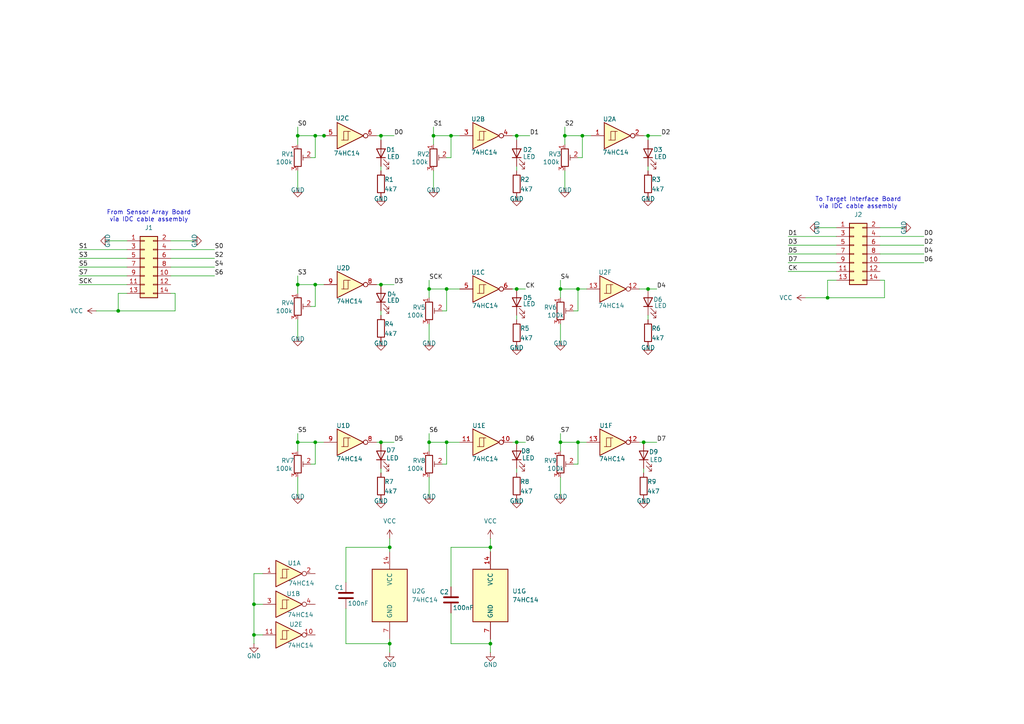
<source format=kicad_sch>
(kicad_sch
	(version 20231120)
	(generator "eeschema")
	(generator_version "8.0")
	(uuid "1ba50452-1df8-45b3-b2b0-73111f6833d4")
	(paper "A4")
	(lib_symbols
		(symbol "74xx:74HC14"
			(pin_names
				(offset 1.016)
			)
			(exclude_from_sim no)
			(in_bom yes)
			(on_board yes)
			(property "Reference" "U"
				(at 0 1.27 0)
				(effects
					(font
						(size 1.27 1.27)
					)
				)
			)
			(property "Value" "74HC14"
				(at 0 -1.27 0)
				(effects
					(font
						(size 1.27 1.27)
					)
				)
			)
			(property "Footprint" ""
				(at 0 0 0)
				(effects
					(font
						(size 1.27 1.27)
					)
					(hide yes)
				)
			)
			(property "Datasheet" "http://www.ti.com/lit/gpn/sn74HC14"
				(at 0 0 0)
				(effects
					(font
						(size 1.27 1.27)
					)
					(hide yes)
				)
			)
			(property "Description" "Hex inverter schmitt trigger"
				(at 0 0 0)
				(effects
					(font
						(size 1.27 1.27)
					)
					(hide yes)
				)
			)
			(property "ki_locked" ""
				(at 0 0 0)
				(effects
					(font
						(size 1.27 1.27)
					)
				)
			)
			(property "ki_keywords" "HCMOS not inverter"
				(at 0 0 0)
				(effects
					(font
						(size 1.27 1.27)
					)
					(hide yes)
				)
			)
			(property "ki_fp_filters" "DIP*W7.62mm*"
				(at 0 0 0)
				(effects
					(font
						(size 1.27 1.27)
					)
					(hide yes)
				)
			)
			(symbol "74HC14_1_0"
				(polyline
					(pts
						(xy -3.81 3.81) (xy -3.81 -3.81) (xy 3.81 0) (xy -3.81 3.81)
					)
					(stroke
						(width 0.254)
						(type default)
					)
					(fill
						(type background)
					)
				)
				(pin input line
					(at -7.62 0 0)
					(length 3.81)
					(name "~"
						(effects
							(font
								(size 1.27 1.27)
							)
						)
					)
					(number "1"
						(effects
							(font
								(size 1.27 1.27)
							)
						)
					)
				)
				(pin output inverted
					(at 7.62 0 180)
					(length 3.81)
					(name "~"
						(effects
							(font
								(size 1.27 1.27)
							)
						)
					)
					(number "2"
						(effects
							(font
								(size 1.27 1.27)
							)
						)
					)
				)
			)
			(symbol "74HC14_1_1"
				(polyline
					(pts
						(xy -1.905 -1.27) (xy -1.905 1.27) (xy -0.635 1.27)
					)
					(stroke
						(width 0)
						(type default)
					)
					(fill
						(type none)
					)
				)
				(polyline
					(pts
						(xy -2.54 -1.27) (xy -0.635 -1.27) (xy -0.635 1.27) (xy 0 1.27)
					)
					(stroke
						(width 0)
						(type default)
					)
					(fill
						(type none)
					)
				)
			)
			(symbol "74HC14_2_0"
				(polyline
					(pts
						(xy -3.81 3.81) (xy -3.81 -3.81) (xy 3.81 0) (xy -3.81 3.81)
					)
					(stroke
						(width 0.254)
						(type default)
					)
					(fill
						(type background)
					)
				)
				(pin input line
					(at -7.62 0 0)
					(length 3.81)
					(name "~"
						(effects
							(font
								(size 1.27 1.27)
							)
						)
					)
					(number "3"
						(effects
							(font
								(size 1.27 1.27)
							)
						)
					)
				)
				(pin output inverted
					(at 7.62 0 180)
					(length 3.81)
					(name "~"
						(effects
							(font
								(size 1.27 1.27)
							)
						)
					)
					(number "4"
						(effects
							(font
								(size 1.27 1.27)
							)
						)
					)
				)
			)
			(symbol "74HC14_2_1"
				(polyline
					(pts
						(xy -1.905 -1.27) (xy -1.905 1.27) (xy -0.635 1.27)
					)
					(stroke
						(width 0)
						(type default)
					)
					(fill
						(type none)
					)
				)
				(polyline
					(pts
						(xy -2.54 -1.27) (xy -0.635 -1.27) (xy -0.635 1.27) (xy 0 1.27)
					)
					(stroke
						(width 0)
						(type default)
					)
					(fill
						(type none)
					)
				)
			)
			(symbol "74HC14_3_0"
				(polyline
					(pts
						(xy -3.81 3.81) (xy -3.81 -3.81) (xy 3.81 0) (xy -3.81 3.81)
					)
					(stroke
						(width 0.254)
						(type default)
					)
					(fill
						(type background)
					)
				)
				(pin input line
					(at -7.62 0 0)
					(length 3.81)
					(name "~"
						(effects
							(font
								(size 1.27 1.27)
							)
						)
					)
					(number "5"
						(effects
							(font
								(size 1.27 1.27)
							)
						)
					)
				)
				(pin output inverted
					(at 7.62 0 180)
					(length 3.81)
					(name "~"
						(effects
							(font
								(size 1.27 1.27)
							)
						)
					)
					(number "6"
						(effects
							(font
								(size 1.27 1.27)
							)
						)
					)
				)
			)
			(symbol "74HC14_3_1"
				(polyline
					(pts
						(xy -1.905 -1.27) (xy -1.905 1.27) (xy -0.635 1.27)
					)
					(stroke
						(width 0)
						(type default)
					)
					(fill
						(type none)
					)
				)
				(polyline
					(pts
						(xy -2.54 -1.27) (xy -0.635 -1.27) (xy -0.635 1.27) (xy 0 1.27)
					)
					(stroke
						(width 0)
						(type default)
					)
					(fill
						(type none)
					)
				)
			)
			(symbol "74HC14_4_0"
				(polyline
					(pts
						(xy -3.81 3.81) (xy -3.81 -3.81) (xy 3.81 0) (xy -3.81 3.81)
					)
					(stroke
						(width 0.254)
						(type default)
					)
					(fill
						(type background)
					)
				)
				(pin output inverted
					(at 7.62 0 180)
					(length 3.81)
					(name "~"
						(effects
							(font
								(size 1.27 1.27)
							)
						)
					)
					(number "8"
						(effects
							(font
								(size 1.27 1.27)
							)
						)
					)
				)
				(pin input line
					(at -7.62 0 0)
					(length 3.81)
					(name "~"
						(effects
							(font
								(size 1.27 1.27)
							)
						)
					)
					(number "9"
						(effects
							(font
								(size 1.27 1.27)
							)
						)
					)
				)
			)
			(symbol "74HC14_4_1"
				(polyline
					(pts
						(xy -1.905 -1.27) (xy -1.905 1.27) (xy -0.635 1.27)
					)
					(stroke
						(width 0)
						(type default)
					)
					(fill
						(type none)
					)
				)
				(polyline
					(pts
						(xy -2.54 -1.27) (xy -0.635 -1.27) (xy -0.635 1.27) (xy 0 1.27)
					)
					(stroke
						(width 0)
						(type default)
					)
					(fill
						(type none)
					)
				)
			)
			(symbol "74HC14_5_0"
				(polyline
					(pts
						(xy -3.81 3.81) (xy -3.81 -3.81) (xy 3.81 0) (xy -3.81 3.81)
					)
					(stroke
						(width 0.254)
						(type default)
					)
					(fill
						(type background)
					)
				)
				(pin output inverted
					(at 7.62 0 180)
					(length 3.81)
					(name "~"
						(effects
							(font
								(size 1.27 1.27)
							)
						)
					)
					(number "10"
						(effects
							(font
								(size 1.27 1.27)
							)
						)
					)
				)
				(pin input line
					(at -7.62 0 0)
					(length 3.81)
					(name "~"
						(effects
							(font
								(size 1.27 1.27)
							)
						)
					)
					(number "11"
						(effects
							(font
								(size 1.27 1.27)
							)
						)
					)
				)
			)
			(symbol "74HC14_5_1"
				(polyline
					(pts
						(xy -1.905 -1.27) (xy -1.905 1.27) (xy -0.635 1.27)
					)
					(stroke
						(width 0)
						(type default)
					)
					(fill
						(type none)
					)
				)
				(polyline
					(pts
						(xy -2.54 -1.27) (xy -0.635 -1.27) (xy -0.635 1.27) (xy 0 1.27)
					)
					(stroke
						(width 0)
						(type default)
					)
					(fill
						(type none)
					)
				)
			)
			(symbol "74HC14_6_0"
				(polyline
					(pts
						(xy -3.81 3.81) (xy -3.81 -3.81) (xy 3.81 0) (xy -3.81 3.81)
					)
					(stroke
						(width 0.254)
						(type default)
					)
					(fill
						(type background)
					)
				)
				(pin output inverted
					(at 7.62 0 180)
					(length 3.81)
					(name "~"
						(effects
							(font
								(size 1.27 1.27)
							)
						)
					)
					(number "12"
						(effects
							(font
								(size 1.27 1.27)
							)
						)
					)
				)
				(pin input line
					(at -7.62 0 0)
					(length 3.81)
					(name "~"
						(effects
							(font
								(size 1.27 1.27)
							)
						)
					)
					(number "13"
						(effects
							(font
								(size 1.27 1.27)
							)
						)
					)
				)
			)
			(symbol "74HC14_6_1"
				(polyline
					(pts
						(xy -1.905 -1.27) (xy -1.905 1.27) (xy -0.635 1.27)
					)
					(stroke
						(width 0)
						(type default)
					)
					(fill
						(type none)
					)
				)
				(polyline
					(pts
						(xy -2.54 -1.27) (xy -0.635 -1.27) (xy -0.635 1.27) (xy 0 1.27)
					)
					(stroke
						(width 0)
						(type default)
					)
					(fill
						(type none)
					)
				)
			)
			(symbol "74HC14_7_0"
				(pin power_in line
					(at 0 12.7 270)
					(length 5.08)
					(name "VCC"
						(effects
							(font
								(size 1.27 1.27)
							)
						)
					)
					(number "14"
						(effects
							(font
								(size 1.27 1.27)
							)
						)
					)
				)
				(pin power_in line
					(at 0 -12.7 90)
					(length 5.08)
					(name "GND"
						(effects
							(font
								(size 1.27 1.27)
							)
						)
					)
					(number "7"
						(effects
							(font
								(size 1.27 1.27)
							)
						)
					)
				)
			)
			(symbol "74HC14_7_1"
				(rectangle
					(start -5.08 7.62)
					(end 5.08 -7.62)
					(stroke
						(width 0.254)
						(type default)
					)
					(fill
						(type background)
					)
				)
			)
		)
		(symbol "Connector_Generic:Conn_02x07_Odd_Even"
			(pin_names
				(offset 1.016) hide)
			(exclude_from_sim no)
			(in_bom yes)
			(on_board yes)
			(property "Reference" "J"
				(at 1.27 10.16 0)
				(effects
					(font
						(size 1.27 1.27)
					)
				)
			)
			(property "Value" "Conn_02x07_Odd_Even"
				(at 1.27 -10.16 0)
				(effects
					(font
						(size 1.27 1.27)
					)
				)
			)
			(property "Footprint" ""
				(at 0 0 0)
				(effects
					(font
						(size 1.27 1.27)
					)
					(hide yes)
				)
			)
			(property "Datasheet" "~"
				(at 0 0 0)
				(effects
					(font
						(size 1.27 1.27)
					)
					(hide yes)
				)
			)
			(property "Description" "Generic connector, double row, 02x07, odd/even pin numbering scheme (row 1 odd numbers, row 2 even numbers), script generated (kicad-library-utils/schlib/autogen/connector/)"
				(at 0 0 0)
				(effects
					(font
						(size 1.27 1.27)
					)
					(hide yes)
				)
			)
			(property "ki_keywords" "connector"
				(at 0 0 0)
				(effects
					(font
						(size 1.27 1.27)
					)
					(hide yes)
				)
			)
			(property "ki_fp_filters" "Connector*:*_2x??_*"
				(at 0 0 0)
				(effects
					(font
						(size 1.27 1.27)
					)
					(hide yes)
				)
			)
			(symbol "Conn_02x07_Odd_Even_1_1"
				(rectangle
					(start -1.27 -7.493)
					(end 0 -7.747)
					(stroke
						(width 0.1524)
						(type default)
					)
					(fill
						(type none)
					)
				)
				(rectangle
					(start -1.27 -4.953)
					(end 0 -5.207)
					(stroke
						(width 0.1524)
						(type default)
					)
					(fill
						(type none)
					)
				)
				(rectangle
					(start -1.27 -2.413)
					(end 0 -2.667)
					(stroke
						(width 0.1524)
						(type default)
					)
					(fill
						(type none)
					)
				)
				(rectangle
					(start -1.27 0.127)
					(end 0 -0.127)
					(stroke
						(width 0.1524)
						(type default)
					)
					(fill
						(type none)
					)
				)
				(rectangle
					(start -1.27 2.667)
					(end 0 2.413)
					(stroke
						(width 0.1524)
						(type default)
					)
					(fill
						(type none)
					)
				)
				(rectangle
					(start -1.27 5.207)
					(end 0 4.953)
					(stroke
						(width 0.1524)
						(type default)
					)
					(fill
						(type none)
					)
				)
				(rectangle
					(start -1.27 7.747)
					(end 0 7.493)
					(stroke
						(width 0.1524)
						(type default)
					)
					(fill
						(type none)
					)
				)
				(rectangle
					(start -1.27 8.89)
					(end 3.81 -8.89)
					(stroke
						(width 0.254)
						(type default)
					)
					(fill
						(type background)
					)
				)
				(rectangle
					(start 3.81 -7.493)
					(end 2.54 -7.747)
					(stroke
						(width 0.1524)
						(type default)
					)
					(fill
						(type none)
					)
				)
				(rectangle
					(start 3.81 -4.953)
					(end 2.54 -5.207)
					(stroke
						(width 0.1524)
						(type default)
					)
					(fill
						(type none)
					)
				)
				(rectangle
					(start 3.81 -2.413)
					(end 2.54 -2.667)
					(stroke
						(width 0.1524)
						(type default)
					)
					(fill
						(type none)
					)
				)
				(rectangle
					(start 3.81 0.127)
					(end 2.54 -0.127)
					(stroke
						(width 0.1524)
						(type default)
					)
					(fill
						(type none)
					)
				)
				(rectangle
					(start 3.81 2.667)
					(end 2.54 2.413)
					(stroke
						(width 0.1524)
						(type default)
					)
					(fill
						(type none)
					)
				)
				(rectangle
					(start 3.81 5.207)
					(end 2.54 4.953)
					(stroke
						(width 0.1524)
						(type default)
					)
					(fill
						(type none)
					)
				)
				(rectangle
					(start 3.81 7.747)
					(end 2.54 7.493)
					(stroke
						(width 0.1524)
						(type default)
					)
					(fill
						(type none)
					)
				)
				(pin passive line
					(at -5.08 7.62 0)
					(length 3.81)
					(name "Pin_1"
						(effects
							(font
								(size 1.27 1.27)
							)
						)
					)
					(number "1"
						(effects
							(font
								(size 1.27 1.27)
							)
						)
					)
				)
				(pin passive line
					(at 7.62 -2.54 180)
					(length 3.81)
					(name "Pin_10"
						(effects
							(font
								(size 1.27 1.27)
							)
						)
					)
					(number "10"
						(effects
							(font
								(size 1.27 1.27)
							)
						)
					)
				)
				(pin passive line
					(at -5.08 -5.08 0)
					(length 3.81)
					(name "Pin_11"
						(effects
							(font
								(size 1.27 1.27)
							)
						)
					)
					(number "11"
						(effects
							(font
								(size 1.27 1.27)
							)
						)
					)
				)
				(pin passive line
					(at 7.62 -5.08 180)
					(length 3.81)
					(name "Pin_12"
						(effects
							(font
								(size 1.27 1.27)
							)
						)
					)
					(number "12"
						(effects
							(font
								(size 1.27 1.27)
							)
						)
					)
				)
				(pin passive line
					(at -5.08 -7.62 0)
					(length 3.81)
					(name "Pin_13"
						(effects
							(font
								(size 1.27 1.27)
							)
						)
					)
					(number "13"
						(effects
							(font
								(size 1.27 1.27)
							)
						)
					)
				)
				(pin passive line
					(at 7.62 -7.62 180)
					(length 3.81)
					(name "Pin_14"
						(effects
							(font
								(size 1.27 1.27)
							)
						)
					)
					(number "14"
						(effects
							(font
								(size 1.27 1.27)
							)
						)
					)
				)
				(pin passive line
					(at 7.62 7.62 180)
					(length 3.81)
					(name "Pin_2"
						(effects
							(font
								(size 1.27 1.27)
							)
						)
					)
					(number "2"
						(effects
							(font
								(size 1.27 1.27)
							)
						)
					)
				)
				(pin passive line
					(at -5.08 5.08 0)
					(length 3.81)
					(name "Pin_3"
						(effects
							(font
								(size 1.27 1.27)
							)
						)
					)
					(number "3"
						(effects
							(font
								(size 1.27 1.27)
							)
						)
					)
				)
				(pin passive line
					(at 7.62 5.08 180)
					(length 3.81)
					(name "Pin_4"
						(effects
							(font
								(size 1.27 1.27)
							)
						)
					)
					(number "4"
						(effects
							(font
								(size 1.27 1.27)
							)
						)
					)
				)
				(pin passive line
					(at -5.08 2.54 0)
					(length 3.81)
					(name "Pin_5"
						(effects
							(font
								(size 1.27 1.27)
							)
						)
					)
					(number "5"
						(effects
							(font
								(size 1.27 1.27)
							)
						)
					)
				)
				(pin passive line
					(at 7.62 2.54 180)
					(length 3.81)
					(name "Pin_6"
						(effects
							(font
								(size 1.27 1.27)
							)
						)
					)
					(number "6"
						(effects
							(font
								(size 1.27 1.27)
							)
						)
					)
				)
				(pin passive line
					(at -5.08 0 0)
					(length 3.81)
					(name "Pin_7"
						(effects
							(font
								(size 1.27 1.27)
							)
						)
					)
					(number "7"
						(effects
							(font
								(size 1.27 1.27)
							)
						)
					)
				)
				(pin passive line
					(at 7.62 0 180)
					(length 3.81)
					(name "Pin_8"
						(effects
							(font
								(size 1.27 1.27)
							)
						)
					)
					(number "8"
						(effects
							(font
								(size 1.27 1.27)
							)
						)
					)
				)
				(pin passive line
					(at -5.08 -2.54 0)
					(length 3.81)
					(name "Pin_9"
						(effects
							(font
								(size 1.27 1.27)
							)
						)
					)
					(number "9"
						(effects
							(font
								(size 1.27 1.27)
							)
						)
					)
				)
			)
		)
		(symbol "Device:C"
			(pin_numbers hide)
			(pin_names
				(offset 0.254)
			)
			(exclude_from_sim no)
			(in_bom yes)
			(on_board yes)
			(property "Reference" "C"
				(at 0.635 2.54 0)
				(effects
					(font
						(size 1.27 1.27)
					)
					(justify left)
				)
			)
			(property "Value" "C"
				(at 0.635 -2.54 0)
				(effects
					(font
						(size 1.27 1.27)
					)
					(justify left)
				)
			)
			(property "Footprint" ""
				(at 0.9652 -3.81 0)
				(effects
					(font
						(size 1.27 1.27)
					)
					(hide yes)
				)
			)
			(property "Datasheet" "~"
				(at 0 0 0)
				(effects
					(font
						(size 1.27 1.27)
					)
					(hide yes)
				)
			)
			(property "Description" "Unpolarized capacitor"
				(at 0 0 0)
				(effects
					(font
						(size 1.27 1.27)
					)
					(hide yes)
				)
			)
			(property "ki_keywords" "cap capacitor"
				(at 0 0 0)
				(effects
					(font
						(size 1.27 1.27)
					)
					(hide yes)
				)
			)
			(property "ki_fp_filters" "C_*"
				(at 0 0 0)
				(effects
					(font
						(size 1.27 1.27)
					)
					(hide yes)
				)
			)
			(symbol "C_0_1"
				(polyline
					(pts
						(xy -2.032 -0.762) (xy 2.032 -0.762)
					)
					(stroke
						(width 0.508)
						(type default)
					)
					(fill
						(type none)
					)
				)
				(polyline
					(pts
						(xy -2.032 0.762) (xy 2.032 0.762)
					)
					(stroke
						(width 0.508)
						(type default)
					)
					(fill
						(type none)
					)
				)
			)
			(symbol "C_1_1"
				(pin passive line
					(at 0 3.81 270)
					(length 2.794)
					(name "~"
						(effects
							(font
								(size 1.27 1.27)
							)
						)
					)
					(number "1"
						(effects
							(font
								(size 1.27 1.27)
							)
						)
					)
				)
				(pin passive line
					(at 0 -3.81 90)
					(length 2.794)
					(name "~"
						(effects
							(font
								(size 1.27 1.27)
							)
						)
					)
					(number "2"
						(effects
							(font
								(size 1.27 1.27)
							)
						)
					)
				)
			)
		)
		(symbol "Device:LED"
			(pin_numbers hide)
			(pin_names
				(offset 1.016) hide)
			(exclude_from_sim no)
			(in_bom yes)
			(on_board yes)
			(property "Reference" "D"
				(at 0 2.54 0)
				(effects
					(font
						(size 1.27 1.27)
					)
				)
			)
			(property "Value" "LED"
				(at 0 -2.54 0)
				(effects
					(font
						(size 1.27 1.27)
					)
				)
			)
			(property "Footprint" ""
				(at 0 0 0)
				(effects
					(font
						(size 1.27 1.27)
					)
					(hide yes)
				)
			)
			(property "Datasheet" "~"
				(at 0 0 0)
				(effects
					(font
						(size 1.27 1.27)
					)
					(hide yes)
				)
			)
			(property "Description" "Light emitting diode"
				(at 0 0 0)
				(effects
					(font
						(size 1.27 1.27)
					)
					(hide yes)
				)
			)
			(property "ki_keywords" "LED diode"
				(at 0 0 0)
				(effects
					(font
						(size 1.27 1.27)
					)
					(hide yes)
				)
			)
			(property "ki_fp_filters" "LED* LED_SMD:* LED_THT:*"
				(at 0 0 0)
				(effects
					(font
						(size 1.27 1.27)
					)
					(hide yes)
				)
			)
			(symbol "LED_0_1"
				(polyline
					(pts
						(xy -1.27 -1.27) (xy -1.27 1.27)
					)
					(stroke
						(width 0.254)
						(type default)
					)
					(fill
						(type none)
					)
				)
				(polyline
					(pts
						(xy -1.27 0) (xy 1.27 0)
					)
					(stroke
						(width 0)
						(type default)
					)
					(fill
						(type none)
					)
				)
				(polyline
					(pts
						(xy 1.27 -1.27) (xy 1.27 1.27) (xy -1.27 0) (xy 1.27 -1.27)
					)
					(stroke
						(width 0.254)
						(type default)
					)
					(fill
						(type none)
					)
				)
				(polyline
					(pts
						(xy -3.048 -0.762) (xy -4.572 -2.286) (xy -3.81 -2.286) (xy -4.572 -2.286) (xy -4.572 -1.524)
					)
					(stroke
						(width 0)
						(type default)
					)
					(fill
						(type none)
					)
				)
				(polyline
					(pts
						(xy -1.778 -0.762) (xy -3.302 -2.286) (xy -2.54 -2.286) (xy -3.302 -2.286) (xy -3.302 -1.524)
					)
					(stroke
						(width 0)
						(type default)
					)
					(fill
						(type none)
					)
				)
			)
			(symbol "LED_1_1"
				(pin passive line
					(at -3.81 0 0)
					(length 2.54)
					(name "K"
						(effects
							(font
								(size 1.27 1.27)
							)
						)
					)
					(number "1"
						(effects
							(font
								(size 1.27 1.27)
							)
						)
					)
				)
				(pin passive line
					(at 3.81 0 180)
					(length 2.54)
					(name "A"
						(effects
							(font
								(size 1.27 1.27)
							)
						)
					)
					(number "2"
						(effects
							(font
								(size 1.27 1.27)
							)
						)
					)
				)
			)
		)
		(symbol "Device:R"
			(pin_numbers hide)
			(pin_names
				(offset 0)
			)
			(exclude_from_sim no)
			(in_bom yes)
			(on_board yes)
			(property "Reference" "R"
				(at 2.032 0 90)
				(effects
					(font
						(size 1.27 1.27)
					)
				)
			)
			(property "Value" "R"
				(at 0 0 90)
				(effects
					(font
						(size 1.27 1.27)
					)
				)
			)
			(property "Footprint" ""
				(at -1.778 0 90)
				(effects
					(font
						(size 1.27 1.27)
					)
					(hide yes)
				)
			)
			(property "Datasheet" "~"
				(at 0 0 0)
				(effects
					(font
						(size 1.27 1.27)
					)
					(hide yes)
				)
			)
			(property "Description" "Resistor"
				(at 0 0 0)
				(effects
					(font
						(size 1.27 1.27)
					)
					(hide yes)
				)
			)
			(property "ki_keywords" "R res resistor"
				(at 0 0 0)
				(effects
					(font
						(size 1.27 1.27)
					)
					(hide yes)
				)
			)
			(property "ki_fp_filters" "R_*"
				(at 0 0 0)
				(effects
					(font
						(size 1.27 1.27)
					)
					(hide yes)
				)
			)
			(symbol "R_0_1"
				(rectangle
					(start -1.016 -2.54)
					(end 1.016 2.54)
					(stroke
						(width 0.254)
						(type default)
					)
					(fill
						(type none)
					)
				)
			)
			(symbol "R_1_1"
				(pin passive line
					(at 0 3.81 270)
					(length 1.27)
					(name "~"
						(effects
							(font
								(size 1.27 1.27)
							)
						)
					)
					(number "1"
						(effects
							(font
								(size 1.27 1.27)
							)
						)
					)
				)
				(pin passive line
					(at 0 -3.81 90)
					(length 1.27)
					(name "~"
						(effects
							(font
								(size 1.27 1.27)
							)
						)
					)
					(number "2"
						(effects
							(font
								(size 1.27 1.27)
							)
						)
					)
				)
			)
		)
		(symbol "Device:R_Potentiometer_Trim"
			(pin_names
				(offset 1.016) hide)
			(exclude_from_sim no)
			(in_bom yes)
			(on_board yes)
			(property "Reference" "RV"
				(at -4.445 0 90)
				(effects
					(font
						(size 1.27 1.27)
					)
				)
			)
			(property "Value" "R_Potentiometer_Trim"
				(at -2.54 0 90)
				(effects
					(font
						(size 1.27 1.27)
					)
				)
			)
			(property "Footprint" ""
				(at 0 0 0)
				(effects
					(font
						(size 1.27 1.27)
					)
					(hide yes)
				)
			)
			(property "Datasheet" "~"
				(at 0 0 0)
				(effects
					(font
						(size 1.27 1.27)
					)
					(hide yes)
				)
			)
			(property "Description" "Trim-potentiometer"
				(at 0 0 0)
				(effects
					(font
						(size 1.27 1.27)
					)
					(hide yes)
				)
			)
			(property "ki_keywords" "resistor variable trimpot trimmer"
				(at 0 0 0)
				(effects
					(font
						(size 1.27 1.27)
					)
					(hide yes)
				)
			)
			(property "ki_fp_filters" "Potentiometer*"
				(at 0 0 0)
				(effects
					(font
						(size 1.27 1.27)
					)
					(hide yes)
				)
			)
			(symbol "R_Potentiometer_Trim_0_1"
				(polyline
					(pts
						(xy 1.524 0.762) (xy 1.524 -0.762)
					)
					(stroke
						(width 0)
						(type default)
					)
					(fill
						(type none)
					)
				)
				(polyline
					(pts
						(xy 2.54 0) (xy 1.524 0)
					)
					(stroke
						(width 0)
						(type default)
					)
					(fill
						(type none)
					)
				)
				(rectangle
					(start 1.016 2.54)
					(end -1.016 -2.54)
					(stroke
						(width 0.254)
						(type default)
					)
					(fill
						(type none)
					)
				)
			)
			(symbol "R_Potentiometer_Trim_1_1"
				(pin passive line
					(at 0 3.81 270)
					(length 1.27)
					(name "1"
						(effects
							(font
								(size 1.27 1.27)
							)
						)
					)
					(number "1"
						(effects
							(font
								(size 1.27 1.27)
							)
						)
					)
				)
				(pin passive line
					(at 3.81 0 180)
					(length 1.27)
					(name "2"
						(effects
							(font
								(size 1.27 1.27)
							)
						)
					)
					(number "2"
						(effects
							(font
								(size 1.27 1.27)
							)
						)
					)
				)
				(pin passive line
					(at 0 -3.81 90)
					(length 1.27)
					(name "3"
						(effects
							(font
								(size 1.27 1.27)
							)
						)
					)
					(number "3"
						(effects
							(font
								(size 1.27 1.27)
							)
						)
					)
				)
			)
		)
		(symbol "power:GND"
			(power)
			(pin_numbers hide)
			(pin_names
				(offset 0) hide)
			(exclude_from_sim no)
			(in_bom yes)
			(on_board yes)
			(property "Reference" "#PWR"
				(at 0 -6.35 0)
				(effects
					(font
						(size 1.27 1.27)
					)
					(hide yes)
				)
			)
			(property "Value" "GND"
				(at 0 -3.81 0)
				(effects
					(font
						(size 1.27 1.27)
					)
				)
			)
			(property "Footprint" ""
				(at 0 0 0)
				(effects
					(font
						(size 1.27 1.27)
					)
					(hide yes)
				)
			)
			(property "Datasheet" ""
				(at 0 0 0)
				(effects
					(font
						(size 1.27 1.27)
					)
					(hide yes)
				)
			)
			(property "Description" "Power symbol creates a global label with name \"GND\" , ground"
				(at 0 0 0)
				(effects
					(font
						(size 1.27 1.27)
					)
					(hide yes)
				)
			)
			(property "ki_keywords" "global power"
				(at 0 0 0)
				(effects
					(font
						(size 1.27 1.27)
					)
					(hide yes)
				)
			)
			(symbol "GND_0_1"
				(polyline
					(pts
						(xy 0 0) (xy 0 -1.27) (xy 1.27 -1.27) (xy 0 -2.54) (xy -1.27 -1.27) (xy 0 -1.27)
					)
					(stroke
						(width 0)
						(type default)
					)
					(fill
						(type none)
					)
				)
			)
			(symbol "GND_1_1"
				(pin power_in line
					(at 0 0 270)
					(length 0)
					(name "~"
						(effects
							(font
								(size 1.27 1.27)
							)
						)
					)
					(number "1"
						(effects
							(font
								(size 1.27 1.27)
							)
						)
					)
				)
			)
		)
		(symbol "power:VCC"
			(power)
			(pin_numbers hide)
			(pin_names
				(offset 0) hide)
			(exclude_from_sim no)
			(in_bom yes)
			(on_board yes)
			(property "Reference" "#PWR"
				(at 0 -3.81 0)
				(effects
					(font
						(size 1.27 1.27)
					)
					(hide yes)
				)
			)
			(property "Value" "VCC"
				(at 0 3.556 0)
				(effects
					(font
						(size 1.27 1.27)
					)
				)
			)
			(property "Footprint" ""
				(at 0 0 0)
				(effects
					(font
						(size 1.27 1.27)
					)
					(hide yes)
				)
			)
			(property "Datasheet" ""
				(at 0 0 0)
				(effects
					(font
						(size 1.27 1.27)
					)
					(hide yes)
				)
			)
			(property "Description" "Power symbol creates a global label with name \"VCC\""
				(at 0 0 0)
				(effects
					(font
						(size 1.27 1.27)
					)
					(hide yes)
				)
			)
			(property "ki_keywords" "global power"
				(at 0 0 0)
				(effects
					(font
						(size 1.27 1.27)
					)
					(hide yes)
				)
			)
			(symbol "VCC_0_1"
				(polyline
					(pts
						(xy -0.762 1.27) (xy 0 2.54)
					)
					(stroke
						(width 0)
						(type default)
					)
					(fill
						(type none)
					)
				)
				(polyline
					(pts
						(xy 0 0) (xy 0 2.54)
					)
					(stroke
						(width 0)
						(type default)
					)
					(fill
						(type none)
					)
				)
				(polyline
					(pts
						(xy 0 2.54) (xy 0.762 1.27)
					)
					(stroke
						(width 0)
						(type default)
					)
					(fill
						(type none)
					)
				)
			)
			(symbol "VCC_1_1"
				(pin power_in line
					(at 0 0 90)
					(length 0)
					(name "~"
						(effects
							(font
								(size 1.27 1.27)
							)
						)
					)
					(number "1"
						(effects
							(font
								(size 1.27 1.27)
							)
						)
					)
				)
			)
		)
	)
	(junction
		(at 124.46 83.82)
		(diameter 0)
		(color 0 0 0 0)
		(uuid "018a976d-7dd3-4505-9222-9474d3e228c2")
	)
	(junction
		(at 149.86 128.27)
		(diameter 0)
		(color 0 0 0 0)
		(uuid "0aa8d7fb-be50-4f29-b467-bc209e504cb2")
	)
	(junction
		(at 187.96 83.82)
		(diameter 0)
		(color 0 0 0 0)
		(uuid "0ba1954f-de79-42a4-b32f-924b277403db")
	)
	(junction
		(at 91.44 39.37)
		(diameter 0)
		(color 0 0 0 0)
		(uuid "20074618-da20-4342-8110-bd46bb678a16")
	)
	(junction
		(at 129.54 83.82)
		(diameter 0)
		(color 0 0 0 0)
		(uuid "208cdd51-19e5-49e3-ac13-c553dd671b9c")
	)
	(junction
		(at 124.46 128.27)
		(diameter 0)
		(color 0 0 0 0)
		(uuid "21570e2f-3658-4e6b-acb2-903bdd93d9d2")
	)
	(junction
		(at 91.44 82.55)
		(diameter 0)
		(color 0 0 0 0)
		(uuid "2c1925b7-290c-4b2a-8b91-c33414452008")
	)
	(junction
		(at 186.69 128.27)
		(diameter 0)
		(color 0 0 0 0)
		(uuid "2c28ad96-9eca-4d90-8bcd-1cbe2a9df24e")
	)
	(junction
		(at 93.98 39.37)
		(diameter 0)
		(color 0 0 0 0)
		(uuid "2f50b38f-92df-408c-94f0-2b1cd1492900")
	)
	(junction
		(at 187.96 39.37)
		(diameter 0)
		(color 0 0 0 0)
		(uuid "40748ae3-a1fb-4005-afd2-759f1c8f5574")
	)
	(junction
		(at 91.44 128.27)
		(diameter 0)
		(color 0 0 0 0)
		(uuid "45ce3365-6971-4e57-898c-d7d2bbaf6157")
	)
	(junction
		(at 149.86 83.82)
		(diameter 0)
		(color 0 0 0 0)
		(uuid "45fa91fc-e1c1-46c0-a372-2e2c3a84b127")
	)
	(junction
		(at 163.83 39.37)
		(diameter 0)
		(color 0 0 0 0)
		(uuid "527660a5-a1b5-401d-b64e-06615eb9ee8f")
	)
	(junction
		(at 167.64 128.27)
		(diameter 0)
		(color 0 0 0 0)
		(uuid "57bc1da8-4adc-4903-80fc-aefe5e80daf3")
	)
	(junction
		(at 130.81 39.37)
		(diameter 0)
		(color 0 0 0 0)
		(uuid "60d489ff-8b5a-4756-a9c9-a6c8c216dbe6")
	)
	(junction
		(at 86.36 82.55)
		(diameter 0)
		(color 0 0 0 0)
		(uuid "61dbb90c-f125-46e8-9c92-638c4ca754d2")
	)
	(junction
		(at 73.66 184.15)
		(diameter 0)
		(color 0 0 0 0)
		(uuid "6afdd0b9-747c-441f-bac2-a44505840164")
	)
	(junction
		(at 73.66 175.26)
		(diameter 0)
		(color 0 0 0 0)
		(uuid "71229bea-2402-4e60-afe9-f21dbda7ef26")
	)
	(junction
		(at 34.29 90.17)
		(diameter 0)
		(color 0 0 0 0)
		(uuid "72740997-d659-473b-94f7-df2ebfeaf709")
	)
	(junction
		(at 167.64 83.82)
		(diameter 0)
		(color 0 0 0 0)
		(uuid "834cec5a-05df-430c-87eb-a38f32b39435")
	)
	(junction
		(at 113.03 158.75)
		(diameter 0)
		(color 0 0 0 0)
		(uuid "92e5c79c-2655-4d97-86d6-794ac9f40b08")
	)
	(junction
		(at 125.73 39.37)
		(diameter 0)
		(color 0 0 0 0)
		(uuid "990d101b-f32d-454b-b6e5-0ebd7d80b701")
	)
	(junction
		(at 86.36 128.27)
		(diameter 0)
		(color 0 0 0 0)
		(uuid "a648d763-a90c-4ea8-83af-03634e3e588c")
	)
	(junction
		(at 142.24 158.75)
		(diameter 0)
		(color 0 0 0 0)
		(uuid "af580d1d-f1d5-4c55-9231-5b2734011677")
	)
	(junction
		(at 113.03 186.69)
		(diameter 0)
		(color 0 0 0 0)
		(uuid "b07541c5-0dd7-46a7-9318-3c65d101b9d3")
	)
	(junction
		(at 240.03 86.36)
		(diameter 0)
		(color 0 0 0 0)
		(uuid "bd15437b-817b-4b2d-8953-a77db015aae1")
	)
	(junction
		(at 86.36 39.37)
		(diameter 0)
		(color 0 0 0 0)
		(uuid "bfc40c1f-1eee-4a08-8c90-bc9c949a2567")
	)
	(junction
		(at 149.86 39.37)
		(diameter 0)
		(color 0 0 0 0)
		(uuid "cbbc1be9-b755-4478-b193-354fb73138c8")
	)
	(junction
		(at 168.91 39.37)
		(diameter 0)
		(color 0 0 0 0)
		(uuid "cdc4402b-5254-49ea-b004-33c8d7e504f4")
	)
	(junction
		(at 110.49 39.37)
		(diameter 0)
		(color 0 0 0 0)
		(uuid "cebd9550-b1e0-4f59-9520-ce3a983a66e0")
	)
	(junction
		(at 162.56 83.82)
		(diameter 0)
		(color 0 0 0 0)
		(uuid "d04c5063-38d4-4a31-9cf8-fc02fd0fc706")
	)
	(junction
		(at 110.49 128.27)
		(diameter 0)
		(color 0 0 0 0)
		(uuid "d2bde04b-cde0-4809-9774-3cae40025d0d")
	)
	(junction
		(at 129.54 128.27)
		(diameter 0)
		(color 0 0 0 0)
		(uuid "dd2ce406-7155-4394-9240-2d524bf449f7")
	)
	(junction
		(at 142.24 186.69)
		(diameter 0)
		(color 0 0 0 0)
		(uuid "e66b15ce-f616-4dd9-b6ab-8d6ca65f3d33")
	)
	(junction
		(at 110.49 82.55)
		(diameter 0)
		(color 0 0 0 0)
		(uuid "ea2fe30b-3892-4c16-839b-f08f78092cf1")
	)
	(junction
		(at 162.56 128.27)
		(diameter 0)
		(color 0 0 0 0)
		(uuid "fb2f28ec-6eac-486d-9ec5-9777f41e8490")
	)
	(wire
		(pts
			(xy 255.27 73.66) (xy 267.97 73.66)
		)
		(stroke
			(width 0)
			(type default)
		)
		(uuid "007eed86-9a59-4e9f-9a32-8ead7762672a")
	)
	(wire
		(pts
			(xy 91.44 128.27) (xy 86.36 128.27)
		)
		(stroke
			(width 0)
			(type default)
		)
		(uuid "01121eb1-0d81-48e1-a0bb-22b7763e90c7")
	)
	(wire
		(pts
			(xy 49.53 80.01) (xy 62.23 80.01)
		)
		(stroke
			(width 0)
			(type default)
		)
		(uuid "01622ccd-16d6-4431-9ddf-6aa09afeb492")
	)
	(wire
		(pts
			(xy 36.83 85.09) (xy 34.29 85.09)
		)
		(stroke
			(width 0)
			(type default)
		)
		(uuid "06237814-634c-41ab-aed9-6f3c3fedb7b9")
	)
	(wire
		(pts
			(xy 255.27 81.28) (xy 256.54 81.28)
		)
		(stroke
			(width 0)
			(type default)
		)
		(uuid "06311c69-eb93-4148-85ff-77b0e37d02c8")
	)
	(wire
		(pts
			(xy 186.69 39.37) (xy 187.96 39.37)
		)
		(stroke
			(width 0)
			(type default)
		)
		(uuid "09a7b788-5082-4474-94c7-4ac5ca3d5f5d")
	)
	(wire
		(pts
			(xy 228.6 68.58) (xy 242.57 68.58)
		)
		(stroke
			(width 0)
			(type default)
		)
		(uuid "0df8c7a6-3fcc-4399-b837-efff45674de9")
	)
	(wire
		(pts
			(xy 90.17 88.9) (xy 91.44 88.9)
		)
		(stroke
			(width 0)
			(type default)
		)
		(uuid "0e064d23-69ef-41f1-9a06-04e9ca4744bb")
	)
	(wire
		(pts
			(xy 149.86 128.27) (xy 152.4 128.27)
		)
		(stroke
			(width 0)
			(type default)
		)
		(uuid "0f97f178-d0be-4b22-9383-c49b6bf1a093")
	)
	(wire
		(pts
			(xy 149.86 135.89) (xy 149.86 137.16)
		)
		(stroke
			(width 0)
			(type default)
		)
		(uuid "1143c709-bddb-464a-856c-e8355a9e2148")
	)
	(wire
		(pts
			(xy 86.36 39.37) (xy 86.36 41.91)
		)
		(stroke
			(width 0)
			(type default)
		)
		(uuid "11ca5622-74f6-4ac2-8ec9-84ed3c879fd8")
	)
	(wire
		(pts
			(xy 255.27 66.04) (xy 261.62 66.04)
		)
		(stroke
			(width 0)
			(type default)
		)
		(uuid "11f0ce3a-d87d-4598-ae4f-0273fe072528")
	)
	(wire
		(pts
			(xy 186.69 128.27) (xy 190.5 128.27)
		)
		(stroke
			(width 0)
			(type default)
		)
		(uuid "12023254-5146-43f0-b5bc-e9eb5b3c2521")
	)
	(wire
		(pts
			(xy 91.44 134.62) (xy 91.44 128.27)
		)
		(stroke
			(width 0)
			(type default)
		)
		(uuid "127c3caa-7beb-4a26-a27e-a2ce3cf40447")
	)
	(wire
		(pts
			(xy 125.73 39.37) (xy 125.73 41.91)
		)
		(stroke
			(width 0)
			(type default)
		)
		(uuid "13ababc5-746e-4fe2-977a-fe2f44690586")
	)
	(wire
		(pts
			(xy 49.53 77.47) (xy 62.23 77.47)
		)
		(stroke
			(width 0)
			(type default)
		)
		(uuid "143c85b0-ad54-4281-8498-eb510f41840f")
	)
	(wire
		(pts
			(xy 148.59 39.37) (xy 149.86 39.37)
		)
		(stroke
			(width 0)
			(type default)
		)
		(uuid "18cca1c2-1209-48ac-9caa-a93534bd7f53")
	)
	(wire
		(pts
			(xy 113.03 185.42) (xy 113.03 186.69)
		)
		(stroke
			(width 0)
			(type default)
		)
		(uuid "1945abf0-a975-476d-aef0-a8068dc550b8")
	)
	(wire
		(pts
			(xy 185.42 83.82) (xy 187.96 83.82)
		)
		(stroke
			(width 0)
			(type default)
		)
		(uuid "1ab14d32-0bb6-475f-8b23-86402dc3f926")
	)
	(wire
		(pts
			(xy 91.44 39.37) (xy 93.98 39.37)
		)
		(stroke
			(width 0)
			(type default)
		)
		(uuid "1c919c7b-0fbe-462f-b765-23ecf851032c")
	)
	(wire
		(pts
			(xy 167.64 134.62) (xy 167.64 128.27)
		)
		(stroke
			(width 0)
			(type default)
		)
		(uuid "27039bc1-0c64-4fa6-90d6-18873c9b3cdd")
	)
	(wire
		(pts
			(xy 130.81 39.37) (xy 133.35 39.37)
		)
		(stroke
			(width 0)
			(type default)
		)
		(uuid "2a433974-d788-4459-98df-aa9c6e1c992d")
	)
	(wire
		(pts
			(xy 167.64 128.27) (xy 170.18 128.27)
		)
		(stroke
			(width 0)
			(type default)
		)
		(uuid "2a656b5c-473d-4af3-9a1b-f6a4ed6a8bc1")
	)
	(wire
		(pts
			(xy 163.83 49.53) (xy 163.83 54.61)
		)
		(stroke
			(width 0)
			(type default)
		)
		(uuid "2af8b3db-7e9a-4df7-8c0f-bbb335fd635b")
	)
	(wire
		(pts
			(xy 22.86 77.47) (xy 36.83 77.47)
		)
		(stroke
			(width 0)
			(type default)
		)
		(uuid "2b8ebd78-3834-4b37-b8b3-bf38ff8b32b9")
	)
	(wire
		(pts
			(xy 86.36 49.53) (xy 86.36 54.61)
		)
		(stroke
			(width 0)
			(type default)
		)
		(uuid "2e96c58e-ae97-472f-ae0a-fbb16363434d")
	)
	(wire
		(pts
			(xy 130.81 186.69) (xy 142.24 186.69)
		)
		(stroke
			(width 0)
			(type default)
		)
		(uuid "3192fc32-d9c3-4e74-a075-1f06130d8c49")
	)
	(wire
		(pts
			(xy 162.56 81.28) (xy 162.56 83.82)
		)
		(stroke
			(width 0)
			(type default)
		)
		(uuid "3451af84-a98e-49f9-a387-f8b7edc625ef")
	)
	(wire
		(pts
			(xy 22.86 72.39) (xy 36.83 72.39)
		)
		(stroke
			(width 0)
			(type default)
		)
		(uuid "37be338f-4179-4fc1-af8e-0289d6dbe69a")
	)
	(wire
		(pts
			(xy 163.83 36.83) (xy 163.83 39.37)
		)
		(stroke
			(width 0)
			(type default)
		)
		(uuid "38911a22-410c-4687-8c89-306dc5770558")
	)
	(wire
		(pts
			(xy 142.24 158.75) (xy 142.24 160.02)
		)
		(stroke
			(width 0)
			(type default)
		)
		(uuid "3b927438-2478-42b9-ac58-189e8044cb7a")
	)
	(wire
		(pts
			(xy 110.49 39.37) (xy 110.49 40.64)
		)
		(stroke
			(width 0)
			(type default)
		)
		(uuid "3da0f2b9-b582-4d40-a4eb-eaf6758d8456")
	)
	(wire
		(pts
			(xy 124.46 138.43) (xy 124.46 143.51)
		)
		(stroke
			(width 0)
			(type default)
		)
		(uuid "3f33c4fb-7b68-4559-b041-08c7facee8b4")
	)
	(wire
		(pts
			(xy 86.36 125.73) (xy 86.36 128.27)
		)
		(stroke
			(width 0)
			(type default)
		)
		(uuid "41c1a9fa-e6a2-497f-b7fc-9a9315d4b948")
	)
	(wire
		(pts
			(xy 128.27 134.62) (xy 129.54 134.62)
		)
		(stroke
			(width 0)
			(type default)
		)
		(uuid "427f9932-8580-4101-a65f-2e7550df116a")
	)
	(wire
		(pts
			(xy 125.73 36.83) (xy 125.73 39.37)
		)
		(stroke
			(width 0)
			(type default)
		)
		(uuid "4430fc50-5c88-49c4-bbf5-f080108b8138")
	)
	(wire
		(pts
			(xy 240.03 81.28) (xy 240.03 86.36)
		)
		(stroke
			(width 0)
			(type default)
		)
		(uuid "44bd02a3-b0ec-49ba-a3eb-28d0465d0830")
	)
	(wire
		(pts
			(xy 167.64 45.72) (xy 168.91 45.72)
		)
		(stroke
			(width 0)
			(type default)
		)
		(uuid "44cdf3b2-3b3d-4b44-b749-3877a844c5c4")
	)
	(wire
		(pts
			(xy 142.24 186.69) (xy 142.24 185.42)
		)
		(stroke
			(width 0)
			(type default)
		)
		(uuid "4546cb56-05b8-4ffe-95e3-d5d7273c898f")
	)
	(wire
		(pts
			(xy 162.56 138.43) (xy 162.56 143.51)
		)
		(stroke
			(width 0)
			(type default)
		)
		(uuid "47adbad1-4c60-493d-b9ff-52aad5eb3672")
	)
	(wire
		(pts
			(xy 90.17 134.62) (xy 91.44 134.62)
		)
		(stroke
			(width 0)
			(type default)
		)
		(uuid "47f5a81c-d861-486a-9757-b0c25a40cae6")
	)
	(wire
		(pts
			(xy 91.44 128.27) (xy 93.98 128.27)
		)
		(stroke
			(width 0)
			(type default)
		)
		(uuid "48153ccb-9220-4979-ac08-37e8db484d0c")
	)
	(wire
		(pts
			(xy 76.2 166.37) (xy 73.66 166.37)
		)
		(stroke
			(width 0)
			(type default)
		)
		(uuid "49951459-b1a6-44ce-8bbf-1ef4e54e42fe")
	)
	(wire
		(pts
			(xy 95.25 39.37) (xy 93.98 39.37)
		)
		(stroke
			(width 0)
			(type default)
		)
		(uuid "499dc1ca-ab2e-49ff-9dcf-17cb6ead470f")
	)
	(wire
		(pts
			(xy 255.27 76.2) (xy 267.97 76.2)
		)
		(stroke
			(width 0)
			(type default)
		)
		(uuid "4a157602-8d7a-4e05-a454-a4b95476bc23")
	)
	(wire
		(pts
			(xy 255.27 68.58) (xy 267.97 68.58)
		)
		(stroke
			(width 0)
			(type default)
		)
		(uuid "4b071de2-2d9b-4734-89a5-c356b7e45e69")
	)
	(wire
		(pts
			(xy 228.6 76.2) (xy 242.57 76.2)
		)
		(stroke
			(width 0)
			(type default)
		)
		(uuid "4b74d519-2a26-4c9c-acbd-019188c840ae")
	)
	(wire
		(pts
			(xy 86.36 36.83) (xy 86.36 39.37)
		)
		(stroke
			(width 0)
			(type default)
		)
		(uuid "4b7b5808-ebe7-4b57-acc7-1958d98884e4")
	)
	(wire
		(pts
			(xy 76.2 184.15) (xy 73.66 184.15)
		)
		(stroke
			(width 0)
			(type default)
		)
		(uuid "4cfaabc1-1b97-468c-b0e7-74612bed60f5")
	)
	(wire
		(pts
			(xy 168.91 39.37) (xy 163.83 39.37)
		)
		(stroke
			(width 0)
			(type default)
		)
		(uuid "5002a958-135e-4003-aa75-b06762ff6095")
	)
	(wire
		(pts
			(xy 149.86 83.82) (xy 152.4 83.82)
		)
		(stroke
			(width 0)
			(type default)
		)
		(uuid "51614653-689c-494b-a6a9-868b298d086c")
	)
	(wire
		(pts
			(xy 73.66 175.26) (xy 73.66 184.15)
		)
		(stroke
			(width 0)
			(type default)
		)
		(uuid "51ca78a3-330e-4760-9c4a-0a87dbb7a3b3")
	)
	(wire
		(pts
			(xy 237.49 66.04) (xy 242.57 66.04)
		)
		(stroke
			(width 0)
			(type default)
		)
		(uuid "52b6789b-2ad8-4ea7-af81-197e6d5fdec2")
	)
	(wire
		(pts
			(xy 149.86 39.37) (xy 153.67 39.37)
		)
		(stroke
			(width 0)
			(type default)
		)
		(uuid "54055122-4c97-4e8c-94f6-5ad35868f477")
	)
	(wire
		(pts
			(xy 148.59 128.27) (xy 149.86 128.27)
		)
		(stroke
			(width 0)
			(type default)
		)
		(uuid "55086e1c-4a8f-4db6-80bd-5f1f7a7a339b")
	)
	(wire
		(pts
			(xy 187.96 91.44) (xy 187.96 92.71)
		)
		(stroke
			(width 0)
			(type default)
		)
		(uuid "58649c79-1273-4cfa-a540-342224ac5ab4")
	)
	(wire
		(pts
			(xy 129.54 83.82) (xy 133.35 83.82)
		)
		(stroke
			(width 0)
			(type default)
		)
		(uuid "5997b920-5e4b-4791-af8b-40b9ab54ac55")
	)
	(wire
		(pts
			(xy 34.29 85.09) (xy 34.29 90.17)
		)
		(stroke
			(width 0)
			(type default)
		)
		(uuid "5a409285-148f-4481-b892-bd7617bde266")
	)
	(wire
		(pts
			(xy 125.73 49.53) (xy 125.73 54.61)
		)
		(stroke
			(width 0)
			(type default)
		)
		(uuid "5b3f9cb1-ffa0-4452-8034-54cb4b043c13")
	)
	(wire
		(pts
			(xy 167.64 83.82) (xy 170.18 83.82)
		)
		(stroke
			(width 0)
			(type default)
		)
		(uuid "5e373812-e393-4fcb-a4bd-b55e513a3afa")
	)
	(wire
		(pts
			(xy 130.81 45.72) (xy 130.81 39.37)
		)
		(stroke
			(width 0)
			(type default)
		)
		(uuid "61e2cb59-7f4c-4c6f-ade8-f2633b493078")
	)
	(wire
		(pts
			(xy 49.53 72.39) (xy 62.23 72.39)
		)
		(stroke
			(width 0)
			(type default)
		)
		(uuid "62302228-214e-4487-bb58-7338c57b21a8")
	)
	(wire
		(pts
			(xy 186.69 135.89) (xy 186.69 137.16)
		)
		(stroke
			(width 0)
			(type default)
		)
		(uuid "67acfee0-2232-4a4e-b232-b7be984039d8")
	)
	(wire
		(pts
			(xy 50.8 90.17) (xy 34.29 90.17)
		)
		(stroke
			(width 0)
			(type default)
		)
		(uuid "67c318b3-1a2d-46be-a87b-3f8155fada83")
	)
	(wire
		(pts
			(xy 149.86 39.37) (xy 149.86 40.64)
		)
		(stroke
			(width 0)
			(type default)
		)
		(uuid "6aa9e3b3-7a75-4954-a505-c53adc190fb8")
	)
	(wire
		(pts
			(xy 110.49 48.26) (xy 110.49 49.53)
		)
		(stroke
			(width 0)
			(type default)
		)
		(uuid "6e26bc75-22f4-4c6b-81d0-18a20e8b25c3")
	)
	(wire
		(pts
			(xy 109.22 128.27) (xy 110.49 128.27)
		)
		(stroke
			(width 0)
			(type default)
		)
		(uuid "70a509d9-cd55-47ac-99e8-4771bfe9d345")
	)
	(wire
		(pts
			(xy 90.17 45.72) (xy 91.44 45.72)
		)
		(stroke
			(width 0)
			(type default)
		)
		(uuid "711fe463-f06b-433b-bb45-2c861d67b82e")
	)
	(wire
		(pts
			(xy 110.49 82.55) (xy 114.3 82.55)
		)
		(stroke
			(width 0)
			(type default)
		)
		(uuid "71d74795-9fb4-4f98-8c2a-f7cbc26dbb76")
	)
	(wire
		(pts
			(xy 86.36 128.27) (xy 86.36 130.81)
		)
		(stroke
			(width 0)
			(type default)
		)
		(uuid "73e2a276-4ff6-4ff2-ba0a-a65f9b94359e")
	)
	(wire
		(pts
			(xy 113.03 186.69) (xy 113.03 189.23)
		)
		(stroke
			(width 0)
			(type default)
		)
		(uuid "7613d7e7-465f-4f5d-9151-b673ae9f5431")
	)
	(wire
		(pts
			(xy 228.6 73.66) (xy 242.57 73.66)
		)
		(stroke
			(width 0)
			(type default)
		)
		(uuid "77c29339-ca8e-40a3-a9a4-357b2d0e9f86")
	)
	(wire
		(pts
			(xy 49.53 69.85) (xy 55.88 69.85)
		)
		(stroke
			(width 0)
			(type default)
		)
		(uuid "7bf35407-df1d-446a-afc0-e965adbec253")
	)
	(wire
		(pts
			(xy 86.36 80.01) (xy 86.36 82.55)
		)
		(stroke
			(width 0)
			(type default)
		)
		(uuid "83c17f99-a317-485f-a2cb-48e55236a447")
	)
	(wire
		(pts
			(xy 162.56 125.73) (xy 162.56 128.27)
		)
		(stroke
			(width 0)
			(type default)
		)
		(uuid "83fa9b8e-7cb5-42dd-b68a-5ef294f3f6df")
	)
	(wire
		(pts
			(xy 73.66 175.26) (xy 76.2 175.26)
		)
		(stroke
			(width 0)
			(type default)
		)
		(uuid "84f14044-6aab-4914-8723-fdd0bac88d6a")
	)
	(wire
		(pts
			(xy 167.64 128.27) (xy 162.56 128.27)
		)
		(stroke
			(width 0)
			(type default)
		)
		(uuid "876dca89-9848-4e15-bb74-4440b24f6c7d")
	)
	(wire
		(pts
			(xy 73.66 166.37) (xy 73.66 175.26)
		)
		(stroke
			(width 0)
			(type default)
		)
		(uuid "87ffcd78-bcd8-4b5b-a7d4-e05162776822")
	)
	(wire
		(pts
			(xy 91.44 82.55) (xy 93.98 82.55)
		)
		(stroke
			(width 0)
			(type default)
		)
		(uuid "8860ac05-4eff-44f1-8746-9d3585981ae9")
	)
	(wire
		(pts
			(xy 100.33 158.75) (xy 113.03 158.75)
		)
		(stroke
			(width 0)
			(type default)
		)
		(uuid "8b315c6b-ab66-4f49-a1af-487289d019c9")
	)
	(wire
		(pts
			(xy 113.03 156.21) (xy 113.03 158.75)
		)
		(stroke
			(width 0)
			(type default)
		)
		(uuid "8bae2f2c-78f6-43a0-9d26-3d1620807c30")
	)
	(wire
		(pts
			(xy 100.33 186.69) (xy 113.03 186.69)
		)
		(stroke
			(width 0)
			(type default)
		)
		(uuid "8d2a2f32-9929-4d84-8820-843445915ed2")
	)
	(wire
		(pts
			(xy 110.49 128.27) (xy 114.3 128.27)
		)
		(stroke
			(width 0)
			(type default)
		)
		(uuid "8ec87958-8fd6-497c-b50b-4d90ea67ec54")
	)
	(wire
		(pts
			(xy 128.27 90.17) (xy 129.54 90.17)
		)
		(stroke
			(width 0)
			(type default)
		)
		(uuid "8ff29036-8cee-47ec-a527-a68050dab98c")
	)
	(wire
		(pts
			(xy 130.81 158.75) (xy 142.24 158.75)
		)
		(stroke
			(width 0)
			(type default)
		)
		(uuid "924da4dd-1822-4d7c-89a6-7b06af42f993")
	)
	(wire
		(pts
			(xy 49.53 74.93) (xy 62.23 74.93)
		)
		(stroke
			(width 0)
			(type default)
		)
		(uuid "94fb9c38-5490-4af2-823c-30126271058e")
	)
	(wire
		(pts
			(xy 113.03 158.75) (xy 113.03 160.02)
		)
		(stroke
			(width 0)
			(type default)
		)
		(uuid "953c4770-a843-4d94-a964-09ba718a7fa7")
	)
	(wire
		(pts
			(xy 228.6 71.12) (xy 242.57 71.12)
		)
		(stroke
			(width 0)
			(type default)
		)
		(uuid "961ed590-f13c-49bf-8171-3bd358c762b3")
	)
	(wire
		(pts
			(xy 109.22 39.37) (xy 110.49 39.37)
		)
		(stroke
			(width 0)
			(type default)
		)
		(uuid "962aa1b0-a551-48c2-ba20-954e2217f159")
	)
	(wire
		(pts
			(xy 167.64 90.17) (xy 167.64 83.82)
		)
		(stroke
			(width 0)
			(type default)
		)
		(uuid "9a4a0573-fdd1-4c6e-8633-14874c129415")
	)
	(wire
		(pts
			(xy 27.94 90.17) (xy 34.29 90.17)
		)
		(stroke
			(width 0)
			(type default)
		)
		(uuid "9b6c35fa-2552-4529-94bb-263bc54629d5")
	)
	(wire
		(pts
			(xy 86.36 92.71) (xy 86.36 97.79)
		)
		(stroke
			(width 0)
			(type default)
		)
		(uuid "9cf42009-955c-4ac9-890a-4bbdd15dd63e")
	)
	(wire
		(pts
			(xy 22.86 74.93) (xy 36.83 74.93)
		)
		(stroke
			(width 0)
			(type default)
		)
		(uuid "9d3111ff-1a8a-4aa2-9c2f-7e45c05b927b")
	)
	(wire
		(pts
			(xy 148.59 83.82) (xy 149.86 83.82)
		)
		(stroke
			(width 0)
			(type default)
		)
		(uuid "9d4d48a8-6683-4a1e-820e-9f58ce41d367")
	)
	(wire
		(pts
			(xy 91.44 88.9) (xy 91.44 82.55)
		)
		(stroke
			(width 0)
			(type default)
		)
		(uuid "9e404e1d-c3ed-4366-8ce9-2efd67998e14")
	)
	(wire
		(pts
			(xy 168.91 45.72) (xy 168.91 39.37)
		)
		(stroke
			(width 0)
			(type default)
		)
		(uuid "a0d0fa6a-82da-4bbf-840c-5a75771d5dcd")
	)
	(wire
		(pts
			(xy 110.49 135.89) (xy 110.49 137.16)
		)
		(stroke
			(width 0)
			(type default)
		)
		(uuid "a2fee856-a277-4357-8b64-adb9850f019b")
	)
	(wire
		(pts
			(xy 129.54 90.17) (xy 129.54 83.82)
		)
		(stroke
			(width 0)
			(type default)
		)
		(uuid "a4a5e72b-a716-4382-ba2b-02d8a2add2e8")
	)
	(wire
		(pts
			(xy 129.54 134.62) (xy 129.54 128.27)
		)
		(stroke
			(width 0)
			(type default)
		)
		(uuid "a4f99df0-a6b1-4fd6-bd4e-47fa7a641346")
	)
	(wire
		(pts
			(xy 86.36 138.43) (xy 86.36 143.51)
		)
		(stroke
			(width 0)
			(type default)
		)
		(uuid "a99cb0f3-4ee1-4414-9db6-b3275b6b3433")
	)
	(wire
		(pts
			(xy 256.54 81.28) (xy 256.54 86.36)
		)
		(stroke
			(width 0)
			(type default)
		)
		(uuid "aa5e6731-5a7f-4f65-bf9d-f43b7998eba7")
	)
	(wire
		(pts
			(xy 130.81 177.8) (xy 130.81 186.69)
		)
		(stroke
			(width 0)
			(type default)
		)
		(uuid "ab4cda86-834a-4a60-b3d0-e442003f2552")
	)
	(wire
		(pts
			(xy 187.96 48.26) (xy 187.96 49.53)
		)
		(stroke
			(width 0)
			(type default)
		)
		(uuid "adf7d289-c008-410f-9e56-af147f6566c9")
	)
	(wire
		(pts
			(xy 73.66 184.15) (xy 73.66 186.69)
		)
		(stroke
			(width 0)
			(type default)
		)
		(uuid "b1de7b39-7663-47f5-ba3d-7e95624150b6")
	)
	(wire
		(pts
			(xy 86.36 82.55) (xy 86.36 85.09)
		)
		(stroke
			(width 0)
			(type default)
		)
		(uuid "b2351a54-7715-44d4-b0fa-61c7f61c6635")
	)
	(wire
		(pts
			(xy 100.33 176.53) (xy 100.33 186.69)
		)
		(stroke
			(width 0)
			(type default)
		)
		(uuid "b5f97bb9-e2b9-4f7b-9e47-f7bc8ebc4c47")
	)
	(wire
		(pts
			(xy 242.57 81.28) (xy 240.03 81.28)
		)
		(stroke
			(width 0)
			(type default)
		)
		(uuid "b70622a1-81ac-4577-9e71-f20110e98fbd")
	)
	(wire
		(pts
			(xy 130.81 39.37) (xy 125.73 39.37)
		)
		(stroke
			(width 0)
			(type default)
		)
		(uuid "b81245bf-8ac2-4066-9808-e3eb1e68fe72")
	)
	(wire
		(pts
			(xy 31.75 69.85) (xy 36.83 69.85)
		)
		(stroke
			(width 0)
			(type default)
		)
		(uuid "baed7c42-708b-4884-9f72-5881d6f48a12")
	)
	(wire
		(pts
			(xy 233.68 86.36) (xy 240.03 86.36)
		)
		(stroke
			(width 0)
			(type default)
		)
		(uuid "bbb487dd-ab2f-4b05-8b86-4471d47cd6a0")
	)
	(wire
		(pts
			(xy 22.86 80.01) (xy 36.83 80.01)
		)
		(stroke
			(width 0)
			(type default)
		)
		(uuid "bc1fa640-c99d-4a29-8164-5da356fa63fb")
	)
	(wire
		(pts
			(xy 162.56 93.98) (xy 162.56 99.06)
		)
		(stroke
			(width 0)
			(type default)
		)
		(uuid "bf93bd31-2430-416b-86b1-274782f923a1")
	)
	(wire
		(pts
			(xy 162.56 83.82) (xy 162.56 86.36)
		)
		(stroke
			(width 0)
			(type default)
		)
		(uuid "c12aacab-bf5f-4de4-bd4a-8c503c362167")
	)
	(wire
		(pts
			(xy 149.86 48.26) (xy 149.86 49.53)
		)
		(stroke
			(width 0)
			(type default)
		)
		(uuid "c2647391-145b-4f94-a526-bdc1ae5c4234")
	)
	(wire
		(pts
			(xy 100.33 168.91) (xy 100.33 158.75)
		)
		(stroke
			(width 0)
			(type default)
		)
		(uuid "c7a4a1d2-1711-4300-88fe-aeb5e91f868d")
	)
	(wire
		(pts
			(xy 124.46 83.82) (xy 124.46 86.36)
		)
		(stroke
			(width 0)
			(type default)
		)
		(uuid "c87aca02-a5c8-4564-aa72-48cc898d59c1")
	)
	(wire
		(pts
			(xy 110.49 39.37) (xy 114.3 39.37)
		)
		(stroke
			(width 0)
			(type default)
		)
		(uuid "c9a2d285-8be4-4139-9963-1e82eb9ca952")
	)
	(wire
		(pts
			(xy 185.42 128.27) (xy 186.69 128.27)
		)
		(stroke
			(width 0)
			(type default)
		)
		(uuid "c9f64d49-542b-450c-a180-2961c89dff2c")
	)
	(wire
		(pts
			(xy 142.24 186.69) (xy 142.24 189.23)
		)
		(stroke
			(width 0)
			(type default)
		)
		(uuid "cc232fb4-2e66-457e-9d87-7d992cc84328")
	)
	(wire
		(pts
			(xy 110.49 90.17) (xy 110.49 91.44)
		)
		(stroke
			(width 0)
			(type default)
		)
		(uuid "ccad11f1-4cc1-41fd-9ea2-cf6acebabbf9")
	)
	(wire
		(pts
			(xy 22.86 82.55) (xy 36.83 82.55)
		)
		(stroke
			(width 0)
			(type default)
		)
		(uuid "cfd0bc6b-60d8-419b-af9f-63a7b080a716")
	)
	(wire
		(pts
			(xy 166.37 134.62) (xy 167.64 134.62)
		)
		(stroke
			(width 0)
			(type default)
		)
		(uuid "d09ee608-4634-4de8-84d9-d61e9c5148eb")
	)
	(wire
		(pts
			(xy 166.37 90.17) (xy 167.64 90.17)
		)
		(stroke
			(width 0)
			(type default)
		)
		(uuid "d15102cf-db03-4374-b476-8f0ede2e0a4f")
	)
	(wire
		(pts
			(xy 129.54 128.27) (xy 133.35 128.27)
		)
		(stroke
			(width 0)
			(type default)
		)
		(uuid "d15d2b99-0d67-40a2-936c-4940a4835215")
	)
	(wire
		(pts
			(xy 49.53 85.09) (xy 50.8 85.09)
		)
		(stroke
			(width 0)
			(type default)
		)
		(uuid "d173ef70-75bf-42d9-9100-04eb492fb5d2")
	)
	(wire
		(pts
			(xy 130.81 170.18) (xy 130.81 158.75)
		)
		(stroke
			(width 0)
			(type default)
		)
		(uuid "d4464486-043d-4fd2-9150-66c1b181c613")
	)
	(wire
		(pts
			(xy 91.44 82.55) (xy 86.36 82.55)
		)
		(stroke
			(width 0)
			(type default)
		)
		(uuid "d495ab86-210b-4cbf-a6a3-9b4188560601")
	)
	(wire
		(pts
			(xy 168.91 39.37) (xy 171.45 39.37)
		)
		(stroke
			(width 0)
			(type default)
		)
		(uuid "d58964d8-76cc-4f10-a60d-da6de93c9d4e")
	)
	(wire
		(pts
			(xy 142.24 156.21) (xy 142.24 158.75)
		)
		(stroke
			(width 0)
			(type default)
		)
		(uuid "d675183e-5bce-405f-96f3-8d191710037a")
	)
	(wire
		(pts
			(xy 255.27 71.12) (xy 267.97 71.12)
		)
		(stroke
			(width 0)
			(type default)
		)
		(uuid "d67c1449-501b-403d-9895-d49d8a8e1c06")
	)
	(wire
		(pts
			(xy 91.44 39.37) (xy 86.36 39.37)
		)
		(stroke
			(width 0)
			(type default)
		)
		(uuid "dadaf94c-55c0-4ebf-8396-321d02f08e13")
	)
	(wire
		(pts
			(xy 187.96 83.82) (xy 190.5 83.82)
		)
		(stroke
			(width 0)
			(type default)
		)
		(uuid "db0104e8-8331-4303-9716-80b5ae975ce5")
	)
	(wire
		(pts
			(xy 167.64 83.82) (xy 162.56 83.82)
		)
		(stroke
			(width 0)
			(type default)
		)
		(uuid "dc5d18c6-3fa3-4787-9e8a-1ef98ad18be7")
	)
	(wire
		(pts
			(xy 228.6 78.74) (xy 242.57 78.74)
		)
		(stroke
			(width 0)
			(type default)
		)
		(uuid "dce59b30-b707-42f7-b966-90eedb772633")
	)
	(wire
		(pts
			(xy 124.46 128.27) (xy 124.46 130.81)
		)
		(stroke
			(width 0)
			(type default)
		)
		(uuid "ddaee5f5-7d43-4a73-b7bd-f3064a6c48f1")
	)
	(wire
		(pts
			(xy 129.54 83.82) (xy 124.46 83.82)
		)
		(stroke
			(width 0)
			(type default)
		)
		(uuid "de9b234b-4b4f-4158-9d3c-004a7e571e46")
	)
	(wire
		(pts
			(xy 109.22 82.55) (xy 110.49 82.55)
		)
		(stroke
			(width 0)
			(type default)
		)
		(uuid "e0354f59-66b1-4137-bd68-8de808eed9be")
	)
	(wire
		(pts
			(xy 124.46 93.98) (xy 124.46 99.06)
		)
		(stroke
			(width 0)
			(type default)
		)
		(uuid "e1f03bc2-6f15-49b9-b5f8-f486d2dc4987")
	)
	(wire
		(pts
			(xy 162.56 128.27) (xy 162.56 130.81)
		)
		(stroke
			(width 0)
			(type default)
		)
		(uuid "e20d9d02-c211-43ae-a629-9c3b8ee9af67")
	)
	(wire
		(pts
			(xy 256.54 86.36) (xy 240.03 86.36)
		)
		(stroke
			(width 0)
			(type default)
		)
		(uuid "e7bf5403-aad0-4b28-b742-e6771d7c1d10")
	)
	(wire
		(pts
			(xy 50.8 85.09) (xy 50.8 90.17)
		)
		(stroke
			(width 0)
			(type default)
		)
		(uuid "e9e36414-3fe9-4f64-8ab0-480eedac7279")
	)
	(wire
		(pts
			(xy 129.54 45.72) (xy 130.81 45.72)
		)
		(stroke
			(width 0)
			(type default)
		)
		(uuid "ec3c1111-f8e9-4815-b22a-755d47921db1")
	)
	(wire
		(pts
			(xy 187.96 39.37) (xy 187.96 40.64)
		)
		(stroke
			(width 0)
			(type default)
		)
		(uuid "ec5ed4c1-0345-4261-bcb3-51f28efed4af")
	)
	(wire
		(pts
			(xy 124.46 81.28) (xy 124.46 83.82)
		)
		(stroke
			(width 0)
			(type default)
		)
		(uuid "ed2b5ddc-4f41-4773-88e0-d31056dd9766")
	)
	(wire
		(pts
			(xy 124.46 125.73) (xy 124.46 128.27)
		)
		(stroke
			(width 0)
			(type default)
		)
		(uuid "ee1e830e-5036-4be7-b76f-a3fa77ff2b8b")
	)
	(wire
		(pts
			(xy 149.86 91.44) (xy 149.86 92.71)
		)
		(stroke
			(width 0)
			(type default)
		)
		(uuid "f28455c0-a14c-4473-b684-35d588b5b8cc")
	)
	(wire
		(pts
			(xy 163.83 39.37) (xy 163.83 41.91)
		)
		(stroke
			(width 0)
			(type default)
		)
		(uuid "f3e28981-3ed8-4e82-9969-81430c372be0")
	)
	(wire
		(pts
			(xy 187.96 39.37) (xy 191.77 39.37)
		)
		(stroke
			(width 0)
			(type default)
		)
		(uuid "f776f611-7cc6-4b6c-ada9-0dd60a9c21f2")
	)
	(wire
		(pts
			(xy 129.54 128.27) (xy 124.46 128.27)
		)
		(stroke
			(width 0)
			(type default)
		)
		(uuid "f7d88461-26d0-462c-8d7f-5a1701ea06de")
	)
	(wire
		(pts
			(xy 91.44 45.72) (xy 91.44 39.37)
		)
		(stroke
			(width 0)
			(type default)
		)
		(uuid "f8c10619-c9f2-4f6b-af3c-3f4bdc58a9c7")
	)
	(text "To Target Interface Board\nvia IDC cable assembly"
		(exclude_from_sim no)
		(at 248.92 58.928 0)
		(effects
			(font
				(size 1.27 1.27)
			)
		)
		(uuid "065468c5-6c29-44b0-82c8-30c7e445962c")
	)
	(text "From Sensor Array Board\nvia IDC cable assembly"
		(exclude_from_sim no)
		(at 43.18 62.738 0)
		(effects
			(font
				(size 1.27 1.27)
			)
		)
		(uuid "2d61cf8f-b9af-49b2-99a7-8599cc7feb1c")
	)
	(label "D5"
		(at 114.3 128.27 0)
		(fields_autoplaced yes)
		(effects
			(font
				(size 1.27 1.27)
			)
			(justify left bottom)
		)
		(uuid "06e09564-a692-4795-8aed-033acea84a58")
	)
	(label "D7"
		(at 228.6 76.2 0)
		(fields_autoplaced yes)
		(effects
			(font
				(size 1.27 1.27)
			)
			(justify left bottom)
		)
		(uuid "094f40fe-ab9d-4ac1-98da-5c99ce27dae1")
	)
	(label "S4"
		(at 162.56 81.28 0)
		(fields_autoplaced yes)
		(effects
			(font
				(size 1.27 1.27)
			)
			(justify left bottom)
		)
		(uuid "099f305c-ea0b-47e7-bdc3-d1f93abb7d02")
	)
	(label "D6"
		(at 152.4 128.27 0)
		(fields_autoplaced yes)
		(effects
			(font
				(size 1.27 1.27)
			)
			(justify left bottom)
		)
		(uuid "0b898367-9fc2-4929-b655-1a04aa8e14cb")
	)
	(label "CK"
		(at 152.4 83.82 0)
		(fields_autoplaced yes)
		(effects
			(font
				(size 1.27 1.27)
			)
			(justify left bottom)
		)
		(uuid "277373aa-6697-462f-9f6d-5284b52bdc33")
	)
	(label "D6"
		(at 267.97 76.2 0)
		(fields_autoplaced yes)
		(effects
			(font
				(size 1.27 1.27)
			)
			(justify left bottom)
		)
		(uuid "342530ec-1fb3-4e7d-b436-c980e5414008")
	)
	(label "S3"
		(at 22.86 74.93 0)
		(fields_autoplaced yes)
		(effects
			(font
				(size 1.27 1.27)
			)
			(justify left bottom)
		)
		(uuid "346946c3-b471-47a8-88bc-6e02bce26696")
	)
	(label "D3"
		(at 114.3 82.55 0)
		(fields_autoplaced yes)
		(effects
			(font
				(size 1.27 1.27)
			)
			(justify left bottom)
		)
		(uuid "3b5a8b04-a299-4d0a-9d3a-96549c2a57a7")
	)
	(label "CK"
		(at 228.6 78.74 0)
		(fields_autoplaced yes)
		(effects
			(font
				(size 1.27 1.27)
			)
			(justify left bottom)
		)
		(uuid "471fabe1-831e-45c1-83e8-8ab12755db76")
	)
	(label "D2"
		(at 267.97 71.12 0)
		(fields_autoplaced yes)
		(effects
			(font
				(size 1.27 1.27)
			)
			(justify left bottom)
		)
		(uuid "50de8ae1-2079-403a-8cd9-d27455201e1b")
	)
	(label "S5"
		(at 86.36 125.73 0)
		(fields_autoplaced yes)
		(effects
			(font
				(size 1.27 1.27)
			)
			(justify left bottom)
		)
		(uuid "51bc80aa-e7f2-4932-8ac4-387638e72d1b")
	)
	(label "D7"
		(at 190.5 128.27 0)
		(fields_autoplaced yes)
		(effects
			(font
				(size 1.27 1.27)
			)
			(justify left bottom)
		)
		(uuid "5221da39-b506-470d-a38b-2556310c6b3c")
	)
	(label "D0"
		(at 267.97 68.58 0)
		(fields_autoplaced yes)
		(effects
			(font
				(size 1.27 1.27)
			)
			(justify left bottom)
		)
		(uuid "53442009-7d2b-4190-a6e7-f7c777976ae3")
	)
	(label "S0"
		(at 62.23 72.39 0)
		(fields_autoplaced yes)
		(effects
			(font
				(size 1.27 1.27)
			)
			(justify left bottom)
		)
		(uuid "56c78ee4-31f0-4b89-ad87-bb41c40fd546")
	)
	(label "S7"
		(at 162.56 125.73 0)
		(fields_autoplaced yes)
		(effects
			(font
				(size 1.27 1.27)
			)
			(justify left bottom)
		)
		(uuid "5ca0da51-6009-47ca-b74d-bc3d1f1f7df2")
	)
	(label "SCK"
		(at 22.86 82.55 0)
		(fields_autoplaced yes)
		(effects
			(font
				(size 1.27 1.27)
			)
			(justify left bottom)
		)
		(uuid "5f59aa4f-846f-4972-a11e-d3b54e79e24e")
	)
	(label "S4"
		(at 62.23 77.47 0)
		(fields_autoplaced yes)
		(effects
			(font
				(size 1.27 1.27)
			)
			(justify left bottom)
		)
		(uuid "6867698a-f055-4701-b5f2-840bd2de0f19")
	)
	(label "S2"
		(at 62.23 74.93 0)
		(fields_autoplaced yes)
		(effects
			(font
				(size 1.27 1.27)
			)
			(justify left bottom)
		)
		(uuid "6d45cbfc-0313-403d-a3e0-d1b05340397d")
	)
	(label "D3"
		(at 228.6 71.12 0)
		(fields_autoplaced yes)
		(effects
			(font
				(size 1.27 1.27)
			)
			(justify left bottom)
		)
		(uuid "7e8bdb33-d61c-49c1-a69a-9ce02d68fe34")
	)
	(label "S6"
		(at 62.23 80.01 0)
		(fields_autoplaced yes)
		(effects
			(font
				(size 1.27 1.27)
			)
			(justify left bottom)
		)
		(uuid "8b02230f-e8a9-4396-9129-62b463cb625b")
	)
	(label "SCK"
		(at 124.46 81.28 0)
		(fields_autoplaced yes)
		(effects
			(font
				(size 1.27 1.27)
			)
			(justify left bottom)
		)
		(uuid "8f66ff1d-fb41-41af-8616-9211a6927a9d")
	)
	(label "S1"
		(at 125.73 36.83 0)
		(fields_autoplaced yes)
		(effects
			(font
				(size 1.27 1.27)
			)
			(justify left bottom)
		)
		(uuid "917ca89e-06e7-42ff-adce-14ba8c091a85")
	)
	(label "S3"
		(at 86.36 80.01 0)
		(fields_autoplaced yes)
		(effects
			(font
				(size 1.27 1.27)
			)
			(justify left bottom)
		)
		(uuid "93a07ba4-66a6-4e9e-a903-66f61da3d24d")
	)
	(label "S7"
		(at 22.86 80.01 0)
		(fields_autoplaced yes)
		(effects
			(font
				(size 1.27 1.27)
			)
			(justify left bottom)
		)
		(uuid "a4d7be1f-1498-4028-ba85-1db06bbbd93d")
	)
	(label "D4"
		(at 190.5 83.82 0)
		(fields_autoplaced yes)
		(effects
			(font
				(size 1.27 1.27)
			)
			(justify left bottom)
		)
		(uuid "b1079081-3a60-480c-866e-2c8d3a73c95c")
	)
	(label "D1"
		(at 153.67 39.37 0)
		(fields_autoplaced yes)
		(effects
			(font
				(size 1.27 1.27)
			)
			(justify left bottom)
		)
		(uuid "b3191204-508c-4fca-a723-5cc775e4114c")
	)
	(label "S1"
		(at 22.86 72.39 0)
		(fields_autoplaced yes)
		(effects
			(font
				(size 1.27 1.27)
			)
			(justify left bottom)
		)
		(uuid "b6953463-dc90-4f7a-a8f3-428363d67bb1")
	)
	(label "D4"
		(at 267.97 73.66 0)
		(fields_autoplaced yes)
		(effects
			(font
				(size 1.27 1.27)
			)
			(justify left bottom)
		)
		(uuid "c15e3a79-9cc8-4800-bd3b-bddef540f2ae")
	)
	(label "D0"
		(at 114.3 39.37 0)
		(fields_autoplaced yes)
		(effects
			(font
				(size 1.27 1.27)
			)
			(justify left bottom)
		)
		(uuid "c2ad3019-4edf-4a25-be87-dee286cb80c1")
	)
	(label "S2"
		(at 163.83 36.83 0)
		(fields_autoplaced yes)
		(effects
			(font
				(size 1.27 1.27)
			)
			(justify left bottom)
		)
		(uuid "c6049c31-408b-4188-835a-0222b824bfe4")
	)
	(label "S6"
		(at 124.46 125.73 0)
		(fields_autoplaced yes)
		(effects
			(font
				(size 1.27 1.27)
			)
			(justify left bottom)
		)
		(uuid "cc3da542-f132-4c99-a342-23221219d744")
	)
	(label "D1"
		(at 228.6 68.58 0)
		(fields_autoplaced yes)
		(effects
			(font
				(size 1.27 1.27)
			)
			(justify left bottom)
		)
		(uuid "cf117565-7de4-40ea-9197-73993ce90a6a")
	)
	(label "S5"
		(at 22.86 77.47 0)
		(fields_autoplaced yes)
		(effects
			(font
				(size 1.27 1.27)
			)
			(justify left bottom)
		)
		(uuid "daeb681f-03bf-46bb-a988-1064e4faf979")
	)
	(label "D2"
		(at 191.77 39.37 0)
		(fields_autoplaced yes)
		(effects
			(font
				(size 1.27 1.27)
			)
			(justify left bottom)
		)
		(uuid "e1e67784-2e23-471f-a2d3-d3c3a6f32078")
	)
	(label "D5"
		(at 228.6 73.66 0)
		(fields_autoplaced yes)
		(effects
			(font
				(size 1.27 1.27)
			)
			(justify left bottom)
		)
		(uuid "e8a0ab00-99ce-44b6-a85a-b0f2d6c97912")
	)
	(label "S0"
		(at 86.36 36.83 0)
		(fields_autoplaced yes)
		(effects
			(font
				(size 1.27 1.27)
			)
			(justify left bottom)
		)
		(uuid "f972fddb-1271-4af7-bff8-386ecab0c543")
	)
	(symbol
		(lib_id "power:GND")
		(at 113.03 189.23 0)
		(unit 1)
		(exclude_from_sim no)
		(in_bom yes)
		(on_board yes)
		(dnp no)
		(uuid "056820b6-c58e-48dd-a7ae-d79123263ab6")
		(property "Reference" "#PWR012"
			(at 113.03 195.58 0)
			(effects
				(font
					(size 1.27 1.27)
				)
				(hide yes)
			)
		)
		(property "Value" "GND"
			(at 113.03 192.786 0)
			(effects
				(font
					(size 1.27 1.27)
				)
			)
		)
		(property "Footprint" ""
			(at 113.03 189.23 0)
			(effects
				(font
					(size 1.27 1.27)
				)
				(hide yes)
			)
		)
		(property "Datasheet" ""
			(at 113.03 189.23 0)
			(effects
				(font
					(size 1.27 1.27)
				)
				(hide yes)
			)
		)
		(property "Description" "Power symbol creates a global label with name \"GND\" , ground"
			(at 113.03 189.23 0)
			(effects
				(font
					(size 1.27 1.27)
				)
				(hide yes)
			)
		)
		(pin "1"
			(uuid "8cd896d3-abbe-428e-9464-a6f87b6b1b78")
		)
		(instances
			(project "JL_Signal-Interface"
				(path "/1ba50452-1df8-45b3-b2b0-73111f6833d4"
					(reference "#PWR012")
					(unit 1)
				)
			)
		)
	)
	(symbol
		(lib_id "Device:R_Potentiometer_Trim")
		(at 125.73 45.72 0)
		(unit 1)
		(exclude_from_sim no)
		(in_bom yes)
		(on_board yes)
		(dnp no)
		(uuid "0e668c10-f40e-4873-88b1-de445e5974b7")
		(property "Reference" "RV2"
			(at 124.714 44.704 0)
			(effects
				(font
					(size 1.27 1.27)
				)
				(justify right)
			)
		)
		(property "Value" "100k"
			(at 124.206 46.99 0)
			(effects
				(font
					(size 1.27 1.27)
				)
				(justify right)
			)
		)
		(property "Footprint" "Potentiometer_THT:Potentiometer_Bourns_3386F_Vertical"
			(at 125.73 45.72 0)
			(effects
				(font
					(size 1.27 1.27)
				)
				(hide yes)
			)
		)
		(property "Datasheet" "~"
			(at 125.73 45.72 0)
			(effects
				(font
					(size 1.27 1.27)
				)
				(hide yes)
			)
		)
		(property "Description" "Trim-potentiometer"
			(at 125.73 45.72 0)
			(effects
				(font
					(size 1.27 1.27)
				)
				(hide yes)
			)
		)
		(property "JLC PN" "652-3306P-1-104"
			(at 125.73 45.72 0)
			(effects
				(font
					(size 1.27 1.27)
				)
				(hide yes)
			)
		)
		(pin "3"
			(uuid "b8287d20-3bee-4243-b184-3930644065ed")
		)
		(pin "2"
			(uuid "65b0dac5-32c5-49f9-ae3c-bd3b50d56089")
		)
		(pin "1"
			(uuid "61f495df-04e2-4da8-941f-35edba18c49c")
		)
		(instances
			(project "JL_Signal-Interface"
				(path "/1ba50452-1df8-45b3-b2b0-73111f6833d4"
					(reference "RV2")
					(unit 1)
				)
			)
		)
	)
	(symbol
		(lib_id "power:GND")
		(at 73.66 186.69 0)
		(unit 1)
		(exclude_from_sim no)
		(in_bom yes)
		(on_board yes)
		(dnp no)
		(uuid "0f8eb9b3-4d0b-4c5e-910b-26ceef7c01a5")
		(property "Reference" "#PWR04"
			(at 73.66 193.04 0)
			(effects
				(font
					(size 1.27 1.27)
				)
				(hide yes)
			)
		)
		(property "Value" "GND"
			(at 73.66 190.246 0)
			(effects
				(font
					(size 1.27 1.27)
				)
			)
		)
		(property "Footprint" ""
			(at 73.66 186.69 0)
			(effects
				(font
					(size 1.27 1.27)
				)
				(hide yes)
			)
		)
		(property "Datasheet" ""
			(at 73.66 186.69 0)
			(effects
				(font
					(size 1.27 1.27)
				)
				(hide yes)
			)
		)
		(property "Description" "Power symbol creates a global label with name \"GND\" , ground"
			(at 73.66 186.69 0)
			(effects
				(font
					(size 1.27 1.27)
				)
				(hide yes)
			)
		)
		(pin "1"
			(uuid "25dce6fe-405e-4042-b8c0-b0c32ec1fceb")
		)
		(instances
			(project "JL_Signal-Interface"
				(path "/1ba50452-1df8-45b3-b2b0-73111f6833d4"
					(reference "#PWR04")
					(unit 1)
				)
			)
		)
	)
	(symbol
		(lib_id "Device:LED")
		(at 110.49 86.36 90)
		(unit 1)
		(exclude_from_sim no)
		(in_bom yes)
		(on_board yes)
		(dnp no)
		(uuid "103c0c70-8df0-4855-9907-c8e3070bdf8d")
		(property "Reference" "D4"
			(at 112.268 85.344 90)
			(effects
				(font
					(size 1.27 1.27)
				)
				(justify right)
			)
		)
		(property "Value" "LED"
			(at 112.268 87.122 90)
			(effects
				(font
					(size 1.27 1.27)
				)
				(justify right)
			)
		)
		(property "Footprint" "LED_SMD:LED_1206_3216Metric_Pad1.42x1.75mm_HandSolder"
			(at 110.49 86.36 0)
			(effects
				(font
					(size 1.27 1.27)
				)
				(hide yes)
			)
		)
		(property "Datasheet" "~"
			(at 110.49 86.36 0)
			(effects
				(font
					(size 1.27 1.27)
				)
				(hide yes)
			)
		)
		(property "Description" "Light emitting diode"
			(at 110.49 86.36 0)
			(effects
				(font
					(size 1.27 1.27)
				)
				(hide yes)
			)
		)
		(property "JLC PN" "710-150120RS75000"
			(at 110.49 86.36 90)
			(effects
				(font
					(size 1.27 1.27)
				)
				(hide yes)
			)
		)
		(pin "2"
			(uuid "eb4ee48b-1824-4d87-b68b-744cfcd2298b")
		)
		(pin "1"
			(uuid "25d81e26-d0ff-4a7c-b956-2b679523351c")
		)
		(instances
			(project "JL_Signal-Interface"
				(path "/1ba50452-1df8-45b3-b2b0-73111f6833d4"
					(reference "D4")
					(unit 1)
				)
			)
		)
	)
	(symbol
		(lib_id "power:GND")
		(at 187.96 57.15 0)
		(unit 1)
		(exclude_from_sim no)
		(in_bom yes)
		(on_board yes)
		(dnp no)
		(uuid "135f8ac2-1cce-4370-b9e1-81e266f56c67")
		(property "Reference" "#PWR010"
			(at 187.96 63.5 0)
			(effects
				(font
					(size 1.27 1.27)
				)
				(hide yes)
			)
		)
		(property "Value" "GND"
			(at 187.96 57.658 0)
			(effects
				(font
					(size 1.27 1.27)
				)
			)
		)
		(property "Footprint" ""
			(at 187.96 57.15 0)
			(effects
				(font
					(size 1.27 1.27)
				)
				(hide yes)
			)
		)
		(property "Datasheet" ""
			(at 187.96 57.15 0)
			(effects
				(font
					(size 1.27 1.27)
				)
				(hide yes)
			)
		)
		(property "Description" "Power symbol creates a global label with name \"GND\" , ground"
			(at 187.96 57.15 0)
			(effects
				(font
					(size 1.27 1.27)
				)
				(hide yes)
			)
		)
		(pin "1"
			(uuid "f926b984-bc70-4818-a91f-7be33db6f72d")
		)
		(instances
			(project "JL_Signal-Interface"
				(path "/1ba50452-1df8-45b3-b2b0-73111f6833d4"
					(reference "#PWR010")
					(unit 1)
				)
			)
		)
	)
	(symbol
		(lib_id "74xx:74HC14")
		(at 101.6 82.55 0)
		(unit 4)
		(exclude_from_sim no)
		(in_bom yes)
		(on_board yes)
		(dnp no)
		(uuid "14731adb-b125-425a-ac3b-6ee717029966")
		(property "Reference" "U2"
			(at 99.568 77.724 0)
			(effects
				(font
					(size 1.27 1.27)
				)
			)
		)
		(property "Value" "74HC14"
			(at 101.346 87.376 0)
			(effects
				(font
					(size 1.27 1.27)
				)
			)
		)
		(property "Footprint" "Package_SO:SOIC-14_3.9x8.7mm_P1.27mm"
			(at 101.6 82.55 0)
			(effects
				(font
					(size 1.27 1.27)
				)
				(hide yes)
			)
		)
		(property "Datasheet" "http://www.ti.com/lit/gpn/sn74HC14"
			(at 101.6 82.55 0)
			(effects
				(font
					(size 1.27 1.27)
				)
				(hide yes)
			)
		)
		(property "Description" "Hex inverter schmitt trigger"
			(at 101.6 82.55 0)
			(effects
				(font
					(size 1.27 1.27)
				)
				(hide yes)
			)
		)
		(property "JLC PN" "771-74HC14D-T"
			(at 101.6 82.55 0)
			(effects
				(font
					(size 1.27 1.27)
				)
				(hide yes)
			)
		)
		(pin "4"
			(uuid "3e702ac5-bf4b-4c43-a91a-31299d84927f")
		)
		(pin "9"
			(uuid "0e31efbf-6a8a-4a07-a106-256a700cffa4")
		)
		(pin "5"
			(uuid "4243de81-d41e-4727-b918-3ecafa912011")
		)
		(pin "13"
			(uuid "b89f1d43-4f14-47f6-901e-7ee5d52f30e3")
		)
		(pin "7"
			(uuid "4c80d4d7-9f77-431c-8543-3de0e7b81219")
		)
		(pin "8"
			(uuid "fdb3a066-0a1f-4f50-a54f-3191b4edb9ec")
		)
		(pin "11"
			(uuid "ea16a7c4-b3f9-4eb1-81a0-c176b079c7a9")
		)
		(pin "12"
			(uuid "be28d0f9-30f1-4945-b5c3-50ce53d26d1a")
		)
		(pin "14"
			(uuid "7a0a4e25-4d53-4c61-b168-37c3861a8d4b")
		)
		(pin "6"
			(uuid "6bd91866-35ba-4e5c-a9c0-187097dbf127")
		)
		(pin "1"
			(uuid "3234890d-410c-4bd0-8124-62570bc7360c")
		)
		(pin "3"
			(uuid "c9bbe143-22d6-4932-83a0-f4b8d0e71d67")
		)
		(pin "10"
			(uuid "a0dea192-dd5b-4ace-b675-c572a312de3c")
		)
		(pin "2"
			(uuid "f19b0187-066b-411c-b4e3-f318003546aa")
		)
		(instances
			(project "JL_Signal-Interface"
				(path "/1ba50452-1df8-45b3-b2b0-73111f6833d4"
					(reference "U2")
					(unit 4)
				)
			)
		)
	)
	(symbol
		(lib_id "Device:LED")
		(at 110.49 132.08 90)
		(unit 1)
		(exclude_from_sim no)
		(in_bom yes)
		(on_board yes)
		(dnp no)
		(uuid "15bf8340-5230-47fd-8cad-fee835aa9d83")
		(property "Reference" "D7"
			(at 112.014 130.556 90)
			(effects
				(font
					(size 1.27 1.27)
				)
				(justify right)
			)
		)
		(property "Value" "LED"
			(at 112.014 132.842 90)
			(effects
				(font
					(size 1.27 1.27)
				)
				(justify right)
			)
		)
		(property "Footprint" "LED_SMD:LED_1206_3216Metric_Pad1.42x1.75mm_HandSolder"
			(at 110.49 132.08 0)
			(effects
				(font
					(size 1.27 1.27)
				)
				(hide yes)
			)
		)
		(property "Datasheet" "~"
			(at 110.49 132.08 0)
			(effects
				(font
					(size 1.27 1.27)
				)
				(hide yes)
			)
		)
		(property "Description" "Light emitting diode"
			(at 110.49 132.08 0)
			(effects
				(font
					(size 1.27 1.27)
				)
				(hide yes)
			)
		)
		(property "JLC PN" "710-150120RS75000"
			(at 110.49 132.08 90)
			(effects
				(font
					(size 1.27 1.27)
				)
				(hide yes)
			)
		)
		(pin "2"
			(uuid "d0a105c7-ebc3-4454-b5d7-5cfaf1ec864b")
		)
		(pin "1"
			(uuid "8ae296ae-2089-4b66-a784-c671920b9f11")
		)
		(instances
			(project "JL_Signal-Interface"
				(path "/1ba50452-1df8-45b3-b2b0-73111f6833d4"
					(reference "D7")
					(unit 1)
				)
			)
		)
	)
	(symbol
		(lib_id "74xx:74HC14")
		(at 83.82 175.26 0)
		(unit 2)
		(exclude_from_sim no)
		(in_bom yes)
		(on_board yes)
		(dnp no)
		(uuid "163ea7c8-085e-43cc-9b83-afca86cec661")
		(property "Reference" "U1"
			(at 85.09 172.212 0)
			(effects
				(font
					(size 1.27 1.27)
				)
			)
		)
		(property "Value" "74HC14"
			(at 87.122 178.308 0)
			(effects
				(font
					(size 1.27 1.27)
				)
			)
		)
		(property "Footprint" "Package_SO:SOIC-14_3.9x8.7mm_P1.27mm"
			(at 83.82 175.26 0)
			(effects
				(font
					(size 1.27 1.27)
				)
				(hide yes)
			)
		)
		(property "Datasheet" "http://www.ti.com/lit/gpn/sn74HC14"
			(at 83.82 175.26 0)
			(effects
				(font
					(size 1.27 1.27)
				)
				(hide yes)
			)
		)
		(property "Description" "Hex inverter schmitt trigger"
			(at 83.82 175.26 0)
			(effects
				(font
					(size 1.27 1.27)
				)
				(hide yes)
			)
		)
		(property "JLC PN" "771-74HC14D-T"
			(at 83.82 175.26 0)
			(effects
				(font
					(size 1.27 1.27)
				)
				(hide yes)
			)
		)
		(pin "7"
			(uuid "7e3465c6-19ff-40e7-9df1-94741286d3c7")
		)
		(pin "14"
			(uuid "df1c9249-d219-40f2-91da-5ca71541ed56")
		)
		(pin "3"
			(uuid "a632e62f-9c6c-4a11-a45c-93beccdfccc9")
		)
		(pin "5"
			(uuid "8b42087e-ff7e-44a2-99c9-302eb90da812")
		)
		(pin "10"
			(uuid "88e300ed-dd79-43a0-8460-0e9d1b8e94b6")
		)
		(pin "2"
			(uuid "51c5e4bc-9e70-475a-9755-03f7c1f8de40")
		)
		(pin "4"
			(uuid "f13e0966-f805-4920-bc68-0ee226391ac3")
		)
		(pin "6"
			(uuid "0f3d5904-c4ed-494e-b8cd-fc0d9ffe23e0")
		)
		(pin "1"
			(uuid "8651f1e8-03b7-41b3-ae1f-ef2e36e723d7")
		)
		(pin "12"
			(uuid "bbc937c3-7184-42eb-8df8-5e483d1fc707")
		)
		(pin "9"
			(uuid "81652b05-edba-4b4b-85b3-23abe8d72103")
		)
		(pin "11"
			(uuid "354a62c0-b9f4-4883-b2f7-f0c02a7e2bb2")
		)
		(pin "8"
			(uuid "004a46f2-6108-4826-a561-3c1a1b8ef245")
		)
		(pin "13"
			(uuid "f4888480-3276-40ae-8cda-f4195b827ef2")
		)
		(instances
			(project "JL_Signal-Interface"
				(path "/1ba50452-1df8-45b3-b2b0-73111f6833d4"
					(reference "U1")
					(unit 2)
				)
			)
		)
	)
	(symbol
		(lib_id "Device:R")
		(at 187.96 53.34 180)
		(unit 1)
		(exclude_from_sim no)
		(in_bom yes)
		(on_board yes)
		(dnp no)
		(uuid "193a5767-57ff-4d66-b884-7480500e5f46")
		(property "Reference" "R3"
			(at 188.976 52.07 0)
			(effects
				(font
					(size 1.27 1.27)
				)
				(justify right)
			)
		)
		(property "Value" "4k7"
			(at 188.976 54.864 0)
			(effects
				(font
					(size 1.27 1.27)
				)
				(justify right)
			)
		)
		(property "Footprint" "Resistor_SMD:R_1206_3216Metric_Pad1.30x1.75mm_HandSolder"
			(at 189.738 53.34 90)
			(effects
				(font
					(size 1.27 1.27)
				)
				(hide yes)
			)
		)
		(property "Datasheet" "~"
			(at 187.96 53.34 0)
			(effects
				(font
					(size 1.27 1.27)
				)
				(hide yes)
			)
		)
		(property "Description" "Resistor"
			(at 187.96 53.34 0)
			(effects
				(font
					(size 1.27 1.27)
				)
				(hide yes)
			)
		)
		(property "JLC PN" "603-RT1206FRE074K7L"
			(at 187.96 53.34 0)
			(effects
				(font
					(size 1.27 1.27)
				)
				(hide yes)
			)
		)
		(pin "2"
			(uuid "1f42dbf9-4122-4e93-a59f-b662501b17d8")
		)
		(pin "1"
			(uuid "fa1057d1-9936-4782-8193-413de9a5f48f")
		)
		(instances
			(project "JL_Signal-Interface"
				(path "/1ba50452-1df8-45b3-b2b0-73111f6833d4"
					(reference "R3")
					(unit 1)
				)
			)
		)
	)
	(symbol
		(lib_id "power:GND")
		(at 86.36 54.61 0)
		(unit 1)
		(exclude_from_sim no)
		(in_bom yes)
		(on_board yes)
		(dnp no)
		(uuid "21933eec-3c17-457f-b57f-5d7f8c7cef9f")
		(property "Reference" "#PWR05"
			(at 86.36 60.96 0)
			(effects
				(font
					(size 1.27 1.27)
				)
				(hide yes)
			)
		)
		(property "Value" "GND"
			(at 86.36 55.118 0)
			(effects
				(font
					(size 1.27 1.27)
				)
			)
		)
		(property "Footprint" ""
			(at 86.36 54.61 0)
			(effects
				(font
					(size 1.27 1.27)
				)
				(hide yes)
			)
		)
		(property "Datasheet" ""
			(at 86.36 54.61 0)
			(effects
				(font
					(size 1.27 1.27)
				)
				(hide yes)
			)
		)
		(property "Description" "Power symbol creates a global label with name \"GND\" , ground"
			(at 86.36 54.61 0)
			(effects
				(font
					(size 1.27 1.27)
				)
				(hide yes)
			)
		)
		(pin "1"
			(uuid "30ba378a-c991-4b3f-9af4-2581a4439452")
		)
		(instances
			(project "JL_Signal-Interface"
				(path "/1ba50452-1df8-45b3-b2b0-73111f6833d4"
					(reference "#PWR05")
					(unit 1)
				)
			)
		)
	)
	(symbol
		(lib_id "Device:R")
		(at 110.49 140.97 180)
		(unit 1)
		(exclude_from_sim no)
		(in_bom yes)
		(on_board yes)
		(dnp no)
		(uuid "271b77fb-07c6-4f60-9f90-bc0c1af8b900")
		(property "Reference" "R7"
			(at 111.506 139.7 0)
			(effects
				(font
					(size 1.27 1.27)
				)
				(justify right)
			)
		)
		(property "Value" "4k7"
			(at 111.506 142.494 0)
			(effects
				(font
					(size 1.27 1.27)
				)
				(justify right)
			)
		)
		(property "Footprint" "Resistor_SMD:R_1206_3216Metric_Pad1.30x1.75mm_HandSolder"
			(at 112.268 140.97 90)
			(effects
				(font
					(size 1.27 1.27)
				)
				(hide yes)
			)
		)
		(property "Datasheet" "~"
			(at 110.49 140.97 0)
			(effects
				(font
					(size 1.27 1.27)
				)
				(hide yes)
			)
		)
		(property "Description" "Resistor"
			(at 110.49 140.97 0)
			(effects
				(font
					(size 1.27 1.27)
				)
				(hide yes)
			)
		)
		(property "JLC PN" "603-RT1206FRE074K7L"
			(at 110.49 140.97 0)
			(effects
				(font
					(size 1.27 1.27)
				)
				(hide yes)
			)
		)
		(pin "2"
			(uuid "87710566-a8c7-4cdb-bc36-cdb6fbbdcc1e")
		)
		(pin "1"
			(uuid "238fc7b0-03d3-4efd-a662-6c637b4b5fa8")
		)
		(instances
			(project "JL_Signal-Interface"
				(path "/1ba50452-1df8-45b3-b2b0-73111f6833d4"
					(reference "R7")
					(unit 1)
				)
			)
		)
	)
	(symbol
		(lib_id "74xx:74HC14")
		(at 83.82 166.37 0)
		(unit 1)
		(exclude_from_sim no)
		(in_bom yes)
		(on_board yes)
		(dnp no)
		(uuid "27ed21b2-cfb4-4243-b497-62a28c4a5d4b")
		(property "Reference" "U1"
			(at 85.344 163.322 0)
			(effects
				(font
					(size 1.27 1.27)
				)
			)
		)
		(property "Value" "74HC14"
			(at 87.376 169.164 0)
			(effects
				(font
					(size 1.27 1.27)
				)
			)
		)
		(property "Footprint" "Package_SO:SOIC-14_3.9x8.7mm_P1.27mm"
			(at 83.82 166.37 0)
			(effects
				(font
					(size 1.27 1.27)
				)
				(hide yes)
			)
		)
		(property "Datasheet" "http://www.ti.com/lit/gpn/sn74HC14"
			(at 83.82 166.37 0)
			(effects
				(font
					(size 1.27 1.27)
				)
				(hide yes)
			)
		)
		(property "Description" "Hex inverter schmitt trigger"
			(at 83.82 166.37 0)
			(effects
				(font
					(size 1.27 1.27)
				)
				(hide yes)
			)
		)
		(property "JLC PN" "771-74HC14D-T"
			(at 83.82 166.37 0)
			(effects
				(font
					(size 1.27 1.27)
				)
				(hide yes)
			)
		)
		(pin "7"
			(uuid "7e3465c6-19ff-40e7-9df1-94741286d3cc")
		)
		(pin "14"
			(uuid "df1c9249-d219-40f2-91da-5ca71541ed5b")
		)
		(pin "3"
			(uuid "e5e00270-ecf3-4977-883b-755b42632d7c")
		)
		(pin "5"
			(uuid "8b42087e-ff7e-44a2-99c9-302eb90da817")
		)
		(pin "10"
			(uuid "88e300ed-dd79-43a0-8460-0e9d1b8e94bb")
		)
		(pin "2"
			(uuid "2af7b2b1-8c09-4d18-96c7-9aaa091159e0")
		)
		(pin "4"
			(uuid "c2e445c2-e709-4a94-a1ca-1a065e594263")
		)
		(pin "6"
			(uuid "0f3d5904-c4ed-494e-b8cd-fc0d9ffe23e5")
		)
		(pin "1"
			(uuid "e4686af4-eee6-43f8-9960-4b73c156e719")
		)
		(pin "12"
			(uuid "bbc937c3-7184-42eb-8df8-5e483d1fc70c")
		)
		(pin "9"
			(uuid "81652b05-edba-4b4b-85b3-23abe8d72108")
		)
		(pin "11"
			(uuid "354a62c0-b9f4-4883-b2f7-f0c02a7e2bb7")
		)
		(pin "8"
			(uuid "004a46f2-6108-4826-a561-3c1a1b8ef24a")
		)
		(pin "13"
			(uuid "f4888480-3276-40ae-8cda-f4195b827ef7")
		)
		(instances
			(project "JL_Signal-Interface"
				(path "/1ba50452-1df8-45b3-b2b0-73111f6833d4"
					(reference "U1")
					(unit 1)
				)
			)
		)
	)
	(symbol
		(lib_id "power:GND")
		(at 237.49 66.04 270)
		(unit 1)
		(exclude_from_sim no)
		(in_bom yes)
		(on_board yes)
		(dnp no)
		(uuid "2850fea4-e03b-4e69-b22c-d0611387fa90")
		(property "Reference" "#PWR028"
			(at 231.14 66.04 0)
			(effects
				(font
					(size 1.27 1.27)
				)
				(hide yes)
			)
		)
		(property "Value" "GND"
			(at 236.982 66.04 0)
			(effects
				(font
					(size 1.27 1.27)
				)
			)
		)
		(property "Footprint" ""
			(at 237.49 66.04 0)
			(effects
				(font
					(size 1.27 1.27)
				)
				(hide yes)
			)
		)
		(property "Datasheet" ""
			(at 237.49 66.04 0)
			(effects
				(font
					(size 1.27 1.27)
				)
				(hide yes)
			)
		)
		(property "Description" "Power symbol creates a global label with name \"GND\" , ground"
			(at 237.49 66.04 0)
			(effects
				(font
					(size 1.27 1.27)
				)
				(hide yes)
			)
		)
		(pin "1"
			(uuid "4756af72-b50e-4b9e-9499-439f3432edde")
		)
		(instances
			(project "JL_Signal-Interface"
				(path "/1ba50452-1df8-45b3-b2b0-73111f6833d4"
					(reference "#PWR028")
					(unit 1)
				)
			)
		)
	)
	(symbol
		(lib_id "Device:LED")
		(at 186.69 132.08 90)
		(unit 1)
		(exclude_from_sim no)
		(in_bom yes)
		(on_board yes)
		(dnp no)
		(uuid "2e10f9ac-a600-4b61-9f84-ac0e7116e22b")
		(property "Reference" "D9"
			(at 188.214 131.064 90)
			(effects
				(font
					(size 1.27 1.27)
				)
				(justify right)
			)
		)
		(property "Value" "LED"
			(at 188.468 133.35 90)
			(effects
				(font
					(size 1.27 1.27)
				)
				(justify right)
			)
		)
		(property "Footprint" "LED_SMD:LED_1206_3216Metric_Pad1.42x1.75mm_HandSolder"
			(at 186.69 132.08 0)
			(effects
				(font
					(size 1.27 1.27)
				)
				(hide yes)
			)
		)
		(property "Datasheet" "~"
			(at 186.69 132.08 0)
			(effects
				(font
					(size 1.27 1.27)
				)
				(hide yes)
			)
		)
		(property "Description" "Light emitting diode"
			(at 186.69 132.08 0)
			(effects
				(font
					(size 1.27 1.27)
				)
				(hide yes)
			)
		)
		(property "JLC PN" "710-150120RS75000"
			(at 186.69 132.08 90)
			(effects
				(font
					(size 1.27 1.27)
				)
				(hide yes)
			)
		)
		(pin "2"
			(uuid "5c28ebd5-6388-497e-ad79-f5febfe410aa")
		)
		(pin "1"
			(uuid "ddf106ff-413e-4ff3-acc4-587e8e7d367f")
		)
		(instances
			(project "JL_Signal-Interface"
				(path "/1ba50452-1df8-45b3-b2b0-73111f6833d4"
					(reference "D9")
					(unit 1)
				)
			)
		)
	)
	(symbol
		(lib_id "Device:LED")
		(at 149.86 87.63 90)
		(unit 1)
		(exclude_from_sim no)
		(in_bom yes)
		(on_board yes)
		(dnp no)
		(uuid "30a81f98-64ac-400a-8a29-51a4dff1c899")
		(property "Reference" "D5"
			(at 151.638 86.36 90)
			(effects
				(font
					(size 1.27 1.27)
				)
				(justify right)
			)
		)
		(property "Value" "LED"
			(at 151.638 88.138 90)
			(effects
				(font
					(size 1.27 1.27)
				)
				(justify right)
			)
		)
		(property "Footprint" "LED_SMD:LED_1206_3216Metric_Pad1.42x1.75mm_HandSolder"
			(at 149.86 87.63 0)
			(effects
				(font
					(size 1.27 1.27)
				)
				(hide yes)
			)
		)
		(property "Datasheet" "~"
			(at 149.86 87.63 0)
			(effects
				(font
					(size 1.27 1.27)
				)
				(hide yes)
			)
		)
		(property "Description" "Light emitting diode"
			(at 149.86 87.63 0)
			(effects
				(font
					(size 1.27 1.27)
				)
				(hide yes)
			)
		)
		(property "JLC PN" "710-150120RS75000"
			(at 149.86 87.63 90)
			(effects
				(font
					(size 1.27 1.27)
				)
				(hide yes)
			)
		)
		(pin "2"
			(uuid "a6fc8b6e-b705-4068-8baf-201d233f869a")
		)
		(pin "1"
			(uuid "da10d06d-35e6-4d00-9212-f58bd64884e9")
		)
		(instances
			(project "JL_Signal-Interface"
				(path "/1ba50452-1df8-45b3-b2b0-73111f6833d4"
					(reference "D5")
					(unit 1)
				)
			)
		)
	)
	(symbol
		(lib_id "power:GND")
		(at 163.83 54.61 0)
		(unit 1)
		(exclude_from_sim no)
		(in_bom yes)
		(on_board yes)
		(dnp no)
		(uuid "326cc797-22e5-48c8-8d82-541c577608a3")
		(property "Reference" "#PWR023"
			(at 163.83 60.96 0)
			(effects
				(font
					(size 1.27 1.27)
				)
				(hide yes)
			)
		)
		(property "Value" "GND"
			(at 163.83 55.118 0)
			(effects
				(font
					(size 1.27 1.27)
				)
			)
		)
		(property "Footprint" ""
			(at 163.83 54.61 0)
			(effects
				(font
					(size 1.27 1.27)
				)
				(hide yes)
			)
		)
		(property "Datasheet" ""
			(at 163.83 54.61 0)
			(effects
				(font
					(size 1.27 1.27)
				)
				(hide yes)
			)
		)
		(property "Description" "Power symbol creates a global label with name \"GND\" , ground"
			(at 163.83 54.61 0)
			(effects
				(font
					(size 1.27 1.27)
				)
				(hide yes)
			)
		)
		(pin "1"
			(uuid "0177944b-11fb-425b-8766-3315b462f16b")
		)
		(instances
			(project "JL_Signal-Interface"
				(path "/1ba50452-1df8-45b3-b2b0-73111f6833d4"
					(reference "#PWR023")
					(unit 1)
				)
			)
		)
	)
	(symbol
		(lib_id "power:VCC")
		(at 27.94 90.17 90)
		(unit 1)
		(exclude_from_sim no)
		(in_bom yes)
		(on_board yes)
		(dnp no)
		(fields_autoplaced yes)
		(uuid "32cdd8a4-519a-4342-a8c6-77570c561149")
		(property "Reference" "#PWR01"
			(at 31.75 90.17 0)
			(effects
				(font
					(size 1.27 1.27)
				)
				(hide yes)
			)
		)
		(property "Value" "VCC"
			(at 24.13 90.1699 90)
			(effects
				(font
					(size 1.27 1.27)
				)
				(justify left)
			)
		)
		(property "Footprint" ""
			(at 27.94 90.17 0)
			(effects
				(font
					(size 1.27 1.27)
				)
				(hide yes)
			)
		)
		(property "Datasheet" ""
			(at 27.94 90.17 0)
			(effects
				(font
					(size 1.27 1.27)
				)
				(hide yes)
			)
		)
		(property "Description" "Power symbol creates a global label with name \"VCC\""
			(at 27.94 90.17 0)
			(effects
				(font
					(size 1.27 1.27)
				)
				(hide yes)
			)
		)
		(pin "1"
			(uuid "0772ce10-35b5-443f-a544-9c36ba258a9b")
		)
		(instances
			(project "JL_Signal-Interface"
				(path "/1ba50452-1df8-45b3-b2b0-73111f6833d4"
					(reference "#PWR01")
					(unit 1)
				)
			)
		)
	)
	(symbol
		(lib_id "power:GND")
		(at 31.75 69.85 270)
		(unit 1)
		(exclude_from_sim no)
		(in_bom yes)
		(on_board yes)
		(dnp no)
		(uuid "3337fef2-e524-4a2f-8ff6-1c7d4b1c7f44")
		(property "Reference" "#PWR02"
			(at 25.4 69.85 0)
			(effects
				(font
					(size 1.27 1.27)
				)
				(hide yes)
			)
		)
		(property "Value" "GND"
			(at 31.242 69.85 0)
			(effects
				(font
					(size 1.27 1.27)
				)
			)
		)
		(property "Footprint" ""
			(at 31.75 69.85 0)
			(effects
				(font
					(size 1.27 1.27)
				)
				(hide yes)
			)
		)
		(property "Datasheet" ""
			(at 31.75 69.85 0)
			(effects
				(font
					(size 1.27 1.27)
				)
				(hide yes)
			)
		)
		(property "Description" "Power symbol creates a global label with name \"GND\" , ground"
			(at 31.75 69.85 0)
			(effects
				(font
					(size 1.27 1.27)
				)
				(hide yes)
			)
		)
		(pin "1"
			(uuid "38b3f72e-4fa8-4f3b-b518-fe9b2b74d2f1")
		)
		(instances
			(project "JL_Signal-Interface"
				(path "/1ba50452-1df8-45b3-b2b0-73111f6833d4"
					(reference "#PWR02")
					(unit 1)
				)
			)
		)
	)
	(symbol
		(lib_id "Device:LED")
		(at 187.96 87.63 90)
		(unit 1)
		(exclude_from_sim no)
		(in_bom yes)
		(on_board yes)
		(dnp no)
		(uuid "3935dcb7-75d8-43bd-a053-8b091e60de76")
		(property "Reference" "D6"
			(at 189.484 86.868 90)
			(effects
				(font
					(size 1.27 1.27)
				)
				(justify right)
			)
		)
		(property "Value" "LED"
			(at 189.738 88.646 90)
			(effects
				(font
					(size 1.27 1.27)
				)
				(justify right)
			)
		)
		(property "Footprint" "LED_SMD:LED_1206_3216Metric_Pad1.42x1.75mm_HandSolder"
			(at 187.96 87.63 0)
			(effects
				(font
					(size 1.27 1.27)
				)
				(hide yes)
			)
		)
		(property "Datasheet" "~"
			(at 187.96 87.63 0)
			(effects
				(font
					(size 1.27 1.27)
				)
				(hide yes)
			)
		)
		(property "Description" "Light emitting diode"
			(at 187.96 87.63 0)
			(effects
				(font
					(size 1.27 1.27)
				)
				(hide yes)
			)
		)
		(property "JLC PN" "710-150120RS75000"
			(at 187.96 87.63 90)
			(effects
				(font
					(size 1.27 1.27)
				)
				(hide yes)
			)
		)
		(pin "2"
			(uuid "ca89dd7b-9a96-4594-9b2f-edc9f349fcc6")
		)
		(pin "1"
			(uuid "4e65fd2b-fc13-4a15-8e4e-937379ca4d1d")
		)
		(instances
			(project "JL_Signal-Interface"
				(path "/1ba50452-1df8-45b3-b2b0-73111f6833d4"
					(reference "D6")
					(unit 1)
				)
			)
		)
	)
	(symbol
		(lib_id "power:GND")
		(at 110.49 99.06 0)
		(unit 1)
		(exclude_from_sim no)
		(in_bom yes)
		(on_board yes)
		(dnp no)
		(uuid "3d4b6d71-d59b-44c2-9c23-6e2ce675a78a")
		(property "Reference" "#PWR018"
			(at 110.49 105.41 0)
			(effects
				(font
					(size 1.27 1.27)
				)
				(hide yes)
			)
		)
		(property "Value" "GND"
			(at 110.49 99.568 0)
			(effects
				(font
					(size 1.27 1.27)
				)
			)
		)
		(property "Footprint" ""
			(at 110.49 99.06 0)
			(effects
				(font
					(size 1.27 1.27)
				)
				(hide yes)
			)
		)
		(property "Datasheet" ""
			(at 110.49 99.06 0)
			(effects
				(font
					(size 1.27 1.27)
				)
				(hide yes)
			)
		)
		(property "Description" "Power symbol creates a global label with name \"GND\" , ground"
			(at 110.49 99.06 0)
			(effects
				(font
					(size 1.27 1.27)
				)
				(hide yes)
			)
		)
		(pin "1"
			(uuid "54a725f4-7a55-41d3-a58d-61fbfe341623")
		)
		(instances
			(project "JL_Signal-Interface"
				(path "/1ba50452-1df8-45b3-b2b0-73111f6833d4"
					(reference "#PWR018")
					(unit 1)
				)
			)
		)
	)
	(symbol
		(lib_id "power:VCC")
		(at 142.24 156.21 0)
		(unit 1)
		(exclude_from_sim no)
		(in_bom yes)
		(on_board yes)
		(dnp no)
		(fields_autoplaced yes)
		(uuid "3f0cfc7f-240a-4f0a-9e1e-d71d5db0d6ad")
		(property "Reference" "#PWR016"
			(at 142.24 160.02 0)
			(effects
				(font
					(size 1.27 1.27)
				)
				(hide yes)
			)
		)
		(property "Value" "VCC"
			(at 142.24 151.13 0)
			(effects
				(font
					(size 1.27 1.27)
				)
			)
		)
		(property "Footprint" ""
			(at 142.24 156.21 0)
			(effects
				(font
					(size 1.27 1.27)
				)
				(hide yes)
			)
		)
		(property "Datasheet" ""
			(at 142.24 156.21 0)
			(effects
				(font
					(size 1.27 1.27)
				)
				(hide yes)
			)
		)
		(property "Description" "Power symbol creates a global label with name \"VCC\""
			(at 142.24 156.21 0)
			(effects
				(font
					(size 1.27 1.27)
				)
				(hide yes)
			)
		)
		(pin "1"
			(uuid "ae4fbed7-3305-47d5-862d-83cf4b286e84")
		)
		(instances
			(project "JL_Signal-Interface"
				(path "/1ba50452-1df8-45b3-b2b0-73111f6833d4"
					(reference "#PWR016")
					(unit 1)
				)
			)
		)
	)
	(symbol
		(lib_id "power:GND")
		(at 186.69 144.78 0)
		(unit 1)
		(exclude_from_sim no)
		(in_bom yes)
		(on_board yes)
		(dnp no)
		(uuid "411063e6-6f60-4dbc-9392-f50e482dbd98")
		(property "Reference" "#PWR024"
			(at 186.69 151.13 0)
			(effects
				(font
					(size 1.27 1.27)
				)
				(hide yes)
			)
		)
		(property "Value" "GND"
			(at 186.69 145.288 0)
			(effects
				(font
					(size 1.27 1.27)
				)
			)
		)
		(property "Footprint" ""
			(at 186.69 144.78 0)
			(effects
				(font
					(size 1.27 1.27)
				)
				(hide yes)
			)
		)
		(property "Datasheet" ""
			(at 186.69 144.78 0)
			(effects
				(font
					(size 1.27 1.27)
				)
				(hide yes)
			)
		)
		(property "Description" "Power symbol creates a global label with name \"GND\" , ground"
			(at 186.69 144.78 0)
			(effects
				(font
					(size 1.27 1.27)
				)
				(hide yes)
			)
		)
		(pin "1"
			(uuid "e08ea887-9c80-41c9-972c-3cdf0138e561")
		)
		(instances
			(project "JL_Signal-Interface"
				(path "/1ba50452-1df8-45b3-b2b0-73111f6833d4"
					(reference "#PWR024")
					(unit 1)
				)
			)
		)
	)
	(symbol
		(lib_id "power:GND")
		(at 142.24 189.23 0)
		(unit 1)
		(exclude_from_sim no)
		(in_bom yes)
		(on_board yes)
		(dnp no)
		(uuid "505303ea-432c-4c8d-b6c1-d12be03e1748")
		(property "Reference" "#PWR017"
			(at 142.24 195.58 0)
			(effects
				(font
					(size 1.27 1.27)
				)
				(hide yes)
			)
		)
		(property "Value" "GND"
			(at 142.24 192.786 0)
			(effects
				(font
					(size 1.27 1.27)
				)
			)
		)
		(property "Footprint" ""
			(at 142.24 189.23 0)
			(effects
				(font
					(size 1.27 1.27)
				)
				(hide yes)
			)
		)
		(property "Datasheet" ""
			(at 142.24 189.23 0)
			(effects
				(font
					(size 1.27 1.27)
				)
				(hide yes)
			)
		)
		(property "Description" "Power symbol creates a global label with name \"GND\" , ground"
			(at 142.24 189.23 0)
			(effects
				(font
					(size 1.27 1.27)
				)
				(hide yes)
			)
		)
		(pin "1"
			(uuid "f21f6e76-3579-46c8-9d92-edeb1a3ea8fa")
		)
		(instances
			(project "JL_Signal-Interface"
				(path "/1ba50452-1df8-45b3-b2b0-73111f6833d4"
					(reference "#PWR017")
					(unit 1)
				)
			)
		)
	)
	(symbol
		(lib_id "power:GND")
		(at 149.86 100.33 0)
		(unit 1)
		(exclude_from_sim no)
		(in_bom yes)
		(on_board yes)
		(dnp no)
		(uuid "52e663f6-cf4b-4f31-9609-f40f2be2838f")
		(property "Reference" "#PWR019"
			(at 149.86 106.68 0)
			(effects
				(font
					(size 1.27 1.27)
				)
				(hide yes)
			)
		)
		(property "Value" "GND"
			(at 149.86 100.838 0)
			(effects
				(font
					(size 1.27 1.27)
				)
			)
		)
		(property "Footprint" ""
			(at 149.86 100.33 0)
			(effects
				(font
					(size 1.27 1.27)
				)
				(hide yes)
			)
		)
		(property "Datasheet" ""
			(at 149.86 100.33 0)
			(effects
				(font
					(size 1.27 1.27)
				)
				(hide yes)
			)
		)
		(property "Description" "Power symbol creates a global label with name \"GND\" , ground"
			(at 149.86 100.33 0)
			(effects
				(font
					(size 1.27 1.27)
				)
				(hide yes)
			)
		)
		(pin "1"
			(uuid "a80f03fc-0064-4912-91ad-94a2ceef1d0d")
		)
		(instances
			(project "JL_Signal-Interface"
				(path "/1ba50452-1df8-45b3-b2b0-73111f6833d4"
					(reference "#PWR019")
					(unit 1)
				)
			)
		)
	)
	(symbol
		(lib_id "power:GND")
		(at 125.73 54.61 0)
		(unit 1)
		(exclude_from_sim no)
		(in_bom yes)
		(on_board yes)
		(dnp no)
		(uuid "608e4dec-54bf-4e2b-9ca0-b6452308b82b")
		(property "Reference" "#PWR015"
			(at 125.73 60.96 0)
			(effects
				(font
					(size 1.27 1.27)
				)
				(hide yes)
			)
		)
		(property "Value" "GND"
			(at 125.73 55.118 0)
			(effects
				(font
					(size 1.27 1.27)
				)
			)
		)
		(property "Footprint" ""
			(at 125.73 54.61 0)
			(effects
				(font
					(size 1.27 1.27)
				)
				(hide yes)
			)
		)
		(property "Datasheet" ""
			(at 125.73 54.61 0)
			(effects
				(font
					(size 1.27 1.27)
				)
				(hide yes)
			)
		)
		(property "Description" "Power symbol creates a global label with name \"GND\" , ground"
			(at 125.73 54.61 0)
			(effects
				(font
					(size 1.27 1.27)
				)
				(hide yes)
			)
		)
		(pin "1"
			(uuid "3771a741-2796-4eba-96ff-839a2ff9fce0")
		)
		(instances
			(project "JL_Signal-Interface"
				(path "/1ba50452-1df8-45b3-b2b0-73111f6833d4"
					(reference "#PWR015")
					(unit 1)
				)
			)
		)
	)
	(symbol
		(lib_id "Connector_Generic:Conn_02x07_Odd_Even")
		(at 247.65 73.66 0)
		(unit 1)
		(exclude_from_sim no)
		(in_bom yes)
		(on_board yes)
		(dnp no)
		(fields_autoplaced yes)
		(uuid "61e625d8-0567-4b26-8758-81ba8f27e1db")
		(property "Reference" "J2"
			(at 248.92 62.23 0)
			(effects
				(font
					(size 1.27 1.27)
				)
			)
		)
		(property "Value" "IDC Header 14W"
			(at 248.92 62.23 0)
			(effects
				(font
					(size 1.27 1.27)
				)
				(hide yes)
			)
		)
		(property "Footprint" "Connector_IDC:IDC-Header_2x07_P2.54mm_Vertical"
			(at 247.65 73.66 0)
			(effects
				(font
					(size 1.27 1.27)
				)
				(hide yes)
			)
		)
		(property "Datasheet" "~"
			(at 247.65 73.66 0)
			(effects
				(font
					(size 1.27 1.27)
				)
				(hide yes)
			)
		)
		(property "Description" "Generic connector, double row, 02x07, odd/even pin numbering scheme (row 1 odd numbers, row 2 even numbers), script generated (kicad-library-utils/schlib/autogen/connector/)"
			(at 247.65 73.66 0)
			(effects
				(font
					(size 1.27 1.27)
				)
				(hide yes)
			)
		)
		(property "JLC PN" "571-1761681-5"
			(at 247.65 73.66 0)
			(effects
				(font
					(size 1.27 1.27)
				)
				(hide yes)
			)
		)
		(pin "11"
			(uuid "8003a95d-c933-4d8b-8fc6-70f6245ea2b9")
		)
		(pin "2"
			(uuid "f80929be-7a52-459c-ae0a-d7822f0d8d3e")
		)
		(pin "5"
			(uuid "dd1c87b3-418c-4b15-abee-848eb239c2ae")
		)
		(pin "8"
			(uuid "8edab1dc-cd81-45bc-afdf-36bc4a136f8f")
		)
		(pin "14"
			(uuid "98789987-e33f-4612-8791-742aef0be2e1")
		)
		(pin "1"
			(uuid "e6582fc9-a695-4385-9cfa-ca35d7a7bbd2")
		)
		(pin "6"
			(uuid "d5bf57df-3203-4da4-b5f1-4fb8466a75f0")
		)
		(pin "7"
			(uuid "12a2994d-4480-4cd4-90ef-9df6c276f1f9")
		)
		(pin "9"
			(uuid "9d88d430-cb42-403b-9515-87ceb88e4deb")
		)
		(pin "10"
			(uuid "2ad9d17b-cc3e-4874-80e7-7242e8e3428d")
		)
		(pin "13"
			(uuid "6b788cdd-5874-4578-beaa-478cd8d25e1c")
		)
		(pin "4"
			(uuid "ff41d6ca-ea68-4b4e-9bab-8f8cb42f5747")
		)
		(pin "12"
			(uuid "e81eff7c-7bcf-4bbb-9e31-f72d971182db")
		)
		(pin "3"
			(uuid "2b13d8ed-efc5-4d39-bb8e-0ff074c345f6")
		)
		(instances
			(project "JL_Signal-Interface"
				(path "/1ba50452-1df8-45b3-b2b0-73111f6833d4"
					(reference "J2")
					(unit 1)
				)
			)
		)
	)
	(symbol
		(lib_id "Device:R")
		(at 149.86 140.97 180)
		(unit 1)
		(exclude_from_sim no)
		(in_bom yes)
		(on_board yes)
		(dnp no)
		(uuid "620ce6b6-f031-4814-ba38-07de9362421c")
		(property "Reference" "R8"
			(at 150.876 139.7 0)
			(effects
				(font
					(size 1.27 1.27)
				)
				(justify right)
			)
		)
		(property "Value" "4k7"
			(at 150.876 142.494 0)
			(effects
				(font
					(size 1.27 1.27)
				)
				(justify right)
			)
		)
		(property "Footprint" "Resistor_SMD:R_1206_3216Metric_Pad1.30x1.75mm_HandSolder"
			(at 151.638 140.97 90)
			(effects
				(font
					(size 1.27 1.27)
				)
				(hide yes)
			)
		)
		(property "Datasheet" "~"
			(at 149.86 140.97 0)
			(effects
				(font
					(size 1.27 1.27)
				)
				(hide yes)
			)
		)
		(property "Description" "Resistor"
			(at 149.86 140.97 0)
			(effects
				(font
					(size 1.27 1.27)
				)
				(hide yes)
			)
		)
		(property "JLC PN" "603-RT1206FRE074K7L"
			(at 149.86 140.97 0)
			(effects
				(font
					(size 1.27 1.27)
				)
				(hide yes)
			)
		)
		(pin "2"
			(uuid "ab258737-0395-4538-a56e-1e2f4b8bd1a7")
		)
		(pin "1"
			(uuid "8404e0d9-a1bd-4332-87d9-c29743d6cfdd")
		)
		(instances
			(project "JL_Signal-Interface"
				(path "/1ba50452-1df8-45b3-b2b0-73111f6833d4"
					(reference "R8")
					(unit 1)
				)
			)
		)
	)
	(symbol
		(lib_id "Device:LED")
		(at 149.86 44.45 90)
		(unit 1)
		(exclude_from_sim no)
		(in_bom yes)
		(on_board yes)
		(dnp no)
		(uuid "67931142-23b6-4a4b-950e-c63745ab7c7c")
		(property "Reference" "D2"
			(at 151.638 43.434 90)
			(effects
				(font
					(size 1.27 1.27)
				)
				(justify right)
			)
		)
		(property "Value" "LED"
			(at 151.638 45.466 90)
			(effects
				(font
					(size 1.27 1.27)
				)
				(justify right)
			)
		)
		(property "Footprint" "LED_SMD:LED_1206_3216Metric_Pad1.42x1.75mm_HandSolder"
			(at 149.86 44.45 0)
			(effects
				(font
					(size 1.27 1.27)
				)
				(hide yes)
			)
		)
		(property "Datasheet" "~"
			(at 149.86 44.45 0)
			(effects
				(font
					(size 1.27 1.27)
				)
				(hide yes)
			)
		)
		(property "Description" "Light emitting diode"
			(at 149.86 44.45 0)
			(effects
				(font
					(size 1.27 1.27)
				)
				(hide yes)
			)
		)
		(property "JLC PN" "710-150120RS75000"
			(at 149.86 44.45 90)
			(effects
				(font
					(size 1.27 1.27)
				)
				(hide yes)
			)
		)
		(pin "2"
			(uuid "48b49f87-0745-4578-b842-fe078caf6fa5")
		)
		(pin "1"
			(uuid "e72f9ebd-5c4e-488d-8070-af40a2335663")
		)
		(instances
			(project "JL_Signal-Interface"
				(path "/1ba50452-1df8-45b3-b2b0-73111f6833d4"
					(reference "D2")
					(unit 1)
				)
			)
		)
	)
	(symbol
		(lib_id "Device:R_Potentiometer_Trim")
		(at 86.36 88.9 0)
		(unit 1)
		(exclude_from_sim no)
		(in_bom yes)
		(on_board yes)
		(dnp no)
		(uuid "6ab656b5-241b-42f4-ac71-25c5cdcf2b69")
		(property "Reference" "RV4"
			(at 85.344 87.884 0)
			(effects
				(font
					(size 1.27 1.27)
				)
				(justify right)
			)
		)
		(property "Value" "100k"
			(at 84.836 90.17 0)
			(effects
				(font
					(size 1.27 1.27)
				)
				(justify right)
			)
		)
		(property "Footprint" "Potentiometer_THT:Potentiometer_Bourns_3386F_Vertical"
			(at 86.36 88.9 0)
			(effects
				(font
					(size 1.27 1.27)
				)
				(hide yes)
			)
		)
		(property "Datasheet" "~"
			(at 86.36 88.9 0)
			(effects
				(font
					(size 1.27 1.27)
				)
				(hide yes)
			)
		)
		(property "Description" "Trim-potentiometer"
			(at 86.36 88.9 0)
			(effects
				(font
					(size 1.27 1.27)
				)
				(hide yes)
			)
		)
		(property "JLC PN" "652-3306P-1-104"
			(at 86.36 88.9 0)
			(effects
				(font
					(size 1.27 1.27)
				)
				(hide yes)
			)
		)
		(pin "3"
			(uuid "f536c893-972d-4c8b-9523-600e8918cdc3")
		)
		(pin "2"
			(uuid "c7291788-0b0f-4060-b234-fdc503738815")
		)
		(pin "1"
			(uuid "0eae1000-46cc-4f27-a38d-67dce61704c0")
		)
		(instances
			(project "JL_Signal-Interface"
				(path "/1ba50452-1df8-45b3-b2b0-73111f6833d4"
					(reference "RV4")
					(unit 1)
				)
			)
		)
	)
	(symbol
		(lib_id "74xx:74HC14")
		(at 179.07 39.37 0)
		(unit 1)
		(exclude_from_sim no)
		(in_bom yes)
		(on_board yes)
		(dnp no)
		(uuid "6e953f1c-e93a-48ea-89b2-b3abee4323ba")
		(property "Reference" "U2"
			(at 176.784 34.544 0)
			(effects
				(font
					(size 1.27 1.27)
				)
			)
		)
		(property "Value" "74HC14"
			(at 178.562 44.196 0)
			(effects
				(font
					(size 1.27 1.27)
				)
			)
		)
		(property "Footprint" "Package_SO:SOIC-14_3.9x8.7mm_P1.27mm"
			(at 179.07 39.37 0)
			(effects
				(font
					(size 1.27 1.27)
				)
				(hide yes)
			)
		)
		(property "Datasheet" "http://www.ti.com/lit/gpn/sn74HC14"
			(at 179.07 39.37 0)
			(effects
				(font
					(size 1.27 1.27)
				)
				(hide yes)
			)
		)
		(property "Description" "Hex inverter schmitt trigger"
			(at 179.07 39.37 0)
			(effects
				(font
					(size 1.27 1.27)
				)
				(hide yes)
			)
		)
		(property "JLC PN" "771-74HC14D-T"
			(at 179.07 39.37 0)
			(effects
				(font
					(size 1.27 1.27)
				)
				(hide yes)
			)
		)
		(pin "4"
			(uuid "3e702ac5-bf4b-4c43-a91a-31299d849280")
		)
		(pin "9"
			(uuid "2ccf1d26-ca27-42e3-83f7-729f7c2d5897")
		)
		(pin "5"
			(uuid "4243de81-d41e-4727-b918-3ecafa912012")
		)
		(pin "13"
			(uuid "b89f1d43-4f14-47f6-901e-7ee5d52f30e4")
		)
		(pin "7"
			(uuid "4c80d4d7-9f77-431c-8543-3de0e7b8121a")
		)
		(pin "8"
			(uuid "6a2dbda9-a44e-40f6-b7e3-a65b5960e5aa")
		)
		(pin "11"
			(uuid "ea16a7c4-b3f9-4eb1-81a0-c176b079c7aa")
		)
		(pin "12"
			(uuid "be28d0f9-30f1-4945-b5c3-50ce53d26d1b")
		)
		(pin "14"
			(uuid "7a0a4e25-4d53-4c61-b168-37c3861a8d4c")
		)
		(pin "6"
			(uuid "6bd91866-35ba-4e5c-a9c0-187097dbf128")
		)
		(pin "1"
			(uuid "25d5380f-2e0e-4abf-a9e4-a24949a78961")
		)
		(pin "3"
			(uuid "c9bbe143-22d6-4932-83a0-f4b8d0e71d68")
		)
		(pin "10"
			(uuid "a0dea192-dd5b-4ace-b675-c572a312de3d")
		)
		(pin "2"
			(uuid "3779194a-3bbe-4d54-978c-4c67a0adf4a6")
		)
		(instances
			(project "JL_Signal-Interface"
				(path "/1ba50452-1df8-45b3-b2b0-73111f6833d4"
					(reference "U2")
					(unit 1)
				)
			)
		)
	)
	(symbol
		(lib_id "Device:R")
		(at 186.69 140.97 180)
		(unit 1)
		(exclude_from_sim no)
		(in_bom yes)
		(on_board yes)
		(dnp no)
		(uuid "702e425a-cef3-4dcd-b80b-186350eba7c1")
		(property "Reference" "R9"
			(at 187.706 139.7 0)
			(effects
				(font
					(size 1.27 1.27)
				)
				(justify right)
			)
		)
		(property "Value" "4k7"
			(at 187.706 142.494 0)
			(effects
				(font
					(size 1.27 1.27)
				)
				(justify right)
			)
		)
		(property "Footprint" "Resistor_SMD:R_1206_3216Metric_Pad1.30x1.75mm_HandSolder"
			(at 188.468 140.97 90)
			(effects
				(font
					(size 1.27 1.27)
				)
				(hide yes)
			)
		)
		(property "Datasheet" "~"
			(at 186.69 140.97 0)
			(effects
				(font
					(size 1.27 1.27)
				)
				(hide yes)
			)
		)
		(property "Description" "Resistor"
			(at 186.69 140.97 0)
			(effects
				(font
					(size 1.27 1.27)
				)
				(hide yes)
			)
		)
		(property "JLC PN" "603-RT1206FRE074K7L"
			(at 186.69 140.97 0)
			(effects
				(font
					(size 1.27 1.27)
				)
				(hide yes)
			)
		)
		(pin "2"
			(uuid "f2cda3f1-bad3-4785-ad18-2d879440d97f")
		)
		(pin "1"
			(uuid "190bbc5c-eac9-4fc8-b5fd-b640ce121036")
		)
		(instances
			(project "JL_Signal-Interface"
				(path "/1ba50452-1df8-45b3-b2b0-73111f6833d4"
					(reference "R9")
					(unit 1)
				)
			)
		)
	)
	(symbol
		(lib_id "74xx:74HC14")
		(at 177.8 83.82 0)
		(unit 6)
		(exclude_from_sim no)
		(in_bom yes)
		(on_board yes)
		(dnp no)
		(uuid "70946502-7eab-4d5d-a499-6714d49ae28b")
		(property "Reference" "U2"
			(at 175.514 78.994 0)
			(effects
				(font
					(size 1.27 1.27)
				)
			)
		)
		(property "Value" "74HC14"
			(at 177.292 88.646 0)
			(effects
				(font
					(size 1.27 1.27)
				)
			)
		)
		(property "Footprint" "Package_SO:SOIC-14_3.9x8.7mm_P1.27mm"
			(at 177.8 83.82 0)
			(effects
				(font
					(size 1.27 1.27)
				)
				(hide yes)
			)
		)
		(property "Datasheet" "http://www.ti.com/lit/gpn/sn74HC14"
			(at 177.8 83.82 0)
			(effects
				(font
					(size 1.27 1.27)
				)
				(hide yes)
			)
		)
		(property "Description" "Hex inverter schmitt trigger"
			(at 177.8 83.82 0)
			(effects
				(font
					(size 1.27 1.27)
				)
				(hide yes)
			)
		)
		(property "JLC PN" "771-74HC14D-T"
			(at 177.8 83.82 0)
			(effects
				(font
					(size 1.27 1.27)
				)
				(hide yes)
			)
		)
		(pin "4"
			(uuid "3e702ac5-bf4b-4c43-a91a-31299d84927e")
		)
		(pin "9"
			(uuid "2ccf1d26-ca27-42e3-83f7-729f7c2d5895")
		)
		(pin "5"
			(uuid "4243de81-d41e-4727-b918-3ecafa912010")
		)
		(pin "13"
			(uuid "8c4c4ee5-2a30-4d40-b766-46c0d4e45709")
		)
		(pin "7"
			(uuid "4c80d4d7-9f77-431c-8543-3de0e7b81218")
		)
		(pin "8"
			(uuid "6a2dbda9-a44e-40f6-b7e3-a65b5960e5a8")
		)
		(pin "11"
			(uuid "ea16a7c4-b3f9-4eb1-81a0-c176b079c7a8")
		)
		(pin "12"
			(uuid "b0374905-e650-4196-84e1-9e8091869763")
		)
		(pin "14"
			(uuid "7a0a4e25-4d53-4c61-b168-37c3861a8d4a")
		)
		(pin "6"
			(uuid "6bd91866-35ba-4e5c-a9c0-187097dbf126")
		)
		(pin "1"
			(uuid "3234890d-410c-4bd0-8124-62570bc7360b")
		)
		(pin "3"
			(uuid "c9bbe143-22d6-4932-83a0-f4b8d0e71d66")
		)
		(pin "10"
			(uuid "a0dea192-dd5b-4ace-b675-c572a312de3b")
		)
		(pin "2"
			(uuid "f19b0187-066b-411c-b4e3-f318003546a9")
		)
		(instances
			(project "JL_Signal-Interface"
				(path "/1ba50452-1df8-45b3-b2b0-73111f6833d4"
					(reference "U2")
					(unit 6)
				)
			)
		)
	)
	(symbol
		(lib_id "Device:R_Potentiometer_Trim")
		(at 162.56 134.62 0)
		(unit 1)
		(exclude_from_sim no)
		(in_bom yes)
		(on_board yes)
		(dnp no)
		(uuid "70b671b7-7701-4bcd-a587-7ea93355b0d0")
		(property "Reference" "RV9"
			(at 161.544 133.604 0)
			(effects
				(font
					(size 1.27 1.27)
				)
				(justify right)
			)
		)
		(property "Value" "100k"
			(at 163.576 135.89 0)
			(effects
				(font
					(size 1.27 1.27)
				)
				(justify right)
			)
		)
		(property "Footprint" "Potentiometer_THT:Potentiometer_Bourns_3386F_Vertical"
			(at 162.56 134.62 0)
			(effects
				(font
					(size 1.27 1.27)
				)
				(hide yes)
			)
		)
		(property "Datasheet" "~"
			(at 162.56 134.62 0)
			(effects
				(font
					(size 1.27 1.27)
				)
				(hide yes)
			)
		)
		(property "Description" "Trim-potentiometer"
			(at 162.56 134.62 0)
			(effects
				(font
					(size 1.27 1.27)
				)
				(hide yes)
			)
		)
		(property "JLC PN" "652-3306P-1-104"
			(at 162.56 134.62 0)
			(effects
				(font
					(size 1.27 1.27)
				)
				(hide yes)
			)
		)
		(pin "3"
			(uuid "c3843e10-1062-4025-8bde-001c6b1504b9")
		)
		(pin "2"
			(uuid "6ab3bf3f-5da6-452b-97a3-ef22622fd9d8")
		)
		(pin "1"
			(uuid "ec6e30f5-834a-40ed-87bb-82b703ccf7af")
		)
		(instances
			(project "JL_Signal-Interface"
				(path "/1ba50452-1df8-45b3-b2b0-73111f6833d4"
					(reference "RV9")
					(unit 1)
				)
			)
		)
	)
	(symbol
		(lib_id "power:GND")
		(at 55.88 69.85 90)
		(unit 1)
		(exclude_from_sim no)
		(in_bom yes)
		(on_board yes)
		(dnp no)
		(uuid "7126b86a-d867-458a-a516-1bc195a1b8de")
		(property "Reference" "#PWR03"
			(at 62.23 69.85 0)
			(effects
				(font
					(size 1.27 1.27)
				)
				(hide yes)
			)
		)
		(property "Value" "GND"
			(at 56.388 69.85 0)
			(effects
				(font
					(size 1.27 1.27)
				)
			)
		)
		(property "Footprint" ""
			(at 55.88 69.85 0)
			(effects
				(font
					(size 1.27 1.27)
				)
				(hide yes)
			)
		)
		(property "Datasheet" ""
			(at 55.88 69.85 0)
			(effects
				(font
					(size 1.27 1.27)
				)
				(hide yes)
			)
		)
		(property "Description" "Power symbol creates a global label with name \"GND\" , ground"
			(at 55.88 69.85 0)
			(effects
				(font
					(size 1.27 1.27)
				)
				(hide yes)
			)
		)
		(pin "1"
			(uuid "9598daa9-4aa6-45b3-83e1-7f888707b353")
		)
		(instances
			(project "JL_Signal-Interface"
				(path "/1ba50452-1df8-45b3-b2b0-73111f6833d4"
					(reference "#PWR03")
					(unit 1)
				)
			)
		)
	)
	(symbol
		(lib_id "power:GND")
		(at 124.46 99.06 0)
		(unit 1)
		(exclude_from_sim no)
		(in_bom yes)
		(on_board yes)
		(dnp no)
		(uuid "73be011c-6300-4eab-afc0-f9319fc44a3e")
		(property "Reference" "#PWR013"
			(at 124.46 105.41 0)
			(effects
				(font
					(size 1.27 1.27)
				)
				(hide yes)
			)
		)
		(property "Value" "GND"
			(at 124.46 99.568 0)
			(effects
				(font
					(size 1.27 1.27)
				)
			)
		)
		(property "Footprint" ""
			(at 124.46 99.06 0)
			(effects
				(font
					(size 1.27 1.27)
				)
				(hide yes)
			)
		)
		(property "Datasheet" ""
			(at 124.46 99.06 0)
			(effects
				(font
					(size 1.27 1.27)
				)
				(hide yes)
			)
		)
		(property "Description" "Power symbol creates a global label with name \"GND\" , ground"
			(at 124.46 99.06 0)
			(effects
				(font
					(size 1.27 1.27)
				)
				(hide yes)
			)
		)
		(pin "1"
			(uuid "748e80de-3f2c-45d0-bfea-3d7acbb8c522")
		)
		(instances
			(project "JL_Signal-Interface"
				(path "/1ba50452-1df8-45b3-b2b0-73111f6833d4"
					(reference "#PWR013")
					(unit 1)
				)
			)
		)
	)
	(symbol
		(lib_id "74xx:74HC14")
		(at 113.03 172.72 0)
		(unit 7)
		(exclude_from_sim no)
		(in_bom yes)
		(on_board yes)
		(dnp no)
		(fields_autoplaced yes)
		(uuid "7532a4e0-74b3-4538-b8ff-7c79c1301d34")
		(property "Reference" "U2"
			(at 119.38 171.4499 0)
			(effects
				(font
					(size 1.27 1.27)
				)
				(justify left)
			)
		)
		(property "Value" "74HC14"
			(at 119.38 173.9899 0)
			(effects
				(font
					(size 1.27 1.27)
				)
				(justify left)
			)
		)
		(property "Footprint" "Package_SO:SOIC-14_3.9x8.7mm_P1.27mm"
			(at 113.03 172.72 0)
			(effects
				(font
					(size 1.27 1.27)
				)
				(hide yes)
			)
		)
		(property "Datasheet" "http://www.ti.com/lit/gpn/sn74HC14"
			(at 113.03 172.72 0)
			(effects
				(font
					(size 1.27 1.27)
				)
				(hide yes)
			)
		)
		(property "Description" "Hex inverter schmitt trigger"
			(at 113.03 172.72 0)
			(effects
				(font
					(size 1.27 1.27)
				)
				(hide yes)
			)
		)
		(property "JLC PN" "771-74HC14D-T"
			(at 113.03 172.72 0)
			(effects
				(font
					(size 1.27 1.27)
				)
				(hide yes)
			)
		)
		(pin "4"
			(uuid "3e702ac5-bf4b-4c43-a91a-31299d84927c")
		)
		(pin "9"
			(uuid "2ccf1d26-ca27-42e3-83f7-729f7c2d5893")
		)
		(pin "5"
			(uuid "4243de81-d41e-4727-b918-3ecafa91200e")
		)
		(pin "13"
			(uuid "b89f1d43-4f14-47f6-901e-7ee5d52f30e0")
		)
		(pin "7"
			(uuid "67401d37-9eb3-4bcd-a8d0-0a5945568f47")
		)
		(pin "8"
			(uuid "6a2dbda9-a44e-40f6-b7e3-a65b5960e5a6")
		)
		(pin "11"
			(uuid "ea16a7c4-b3f9-4eb1-81a0-c176b079c7a6")
		)
		(pin "12"
			(uuid "be28d0f9-30f1-4945-b5c3-50ce53d26d17")
		)
		(pin "14"
			(uuid "2e72f2bf-2be5-4285-9763-5cd83a726745")
		)
		(pin "6"
			(uuid "6bd91866-35ba-4e5c-a9c0-187097dbf124")
		)
		(pin "1"
			(uuid "3234890d-410c-4bd0-8124-62570bc73609")
		)
		(pin "3"
			(uuid "c9bbe143-22d6-4932-83a0-f4b8d0e71d64")
		)
		(pin "10"
			(uuid "a0dea192-dd5b-4ace-b675-c572a312de39")
		)
		(pin "2"
			(uuid "f19b0187-066b-411c-b4e3-f318003546a7")
		)
		(instances
			(project "JL_Signal-Interface"
				(path "/1ba50452-1df8-45b3-b2b0-73111f6833d4"
					(reference "U2")
					(unit 7)
				)
			)
		)
	)
	(symbol
		(lib_id "74xx:74HC14")
		(at 140.97 39.37 0)
		(unit 2)
		(exclude_from_sim no)
		(in_bom yes)
		(on_board yes)
		(dnp no)
		(uuid "795e8a7f-0477-4663-a513-2ccc72807afe")
		(property "Reference" "U2"
			(at 138.684 34.544 0)
			(effects
				(font
					(size 1.27 1.27)
				)
			)
		)
		(property "Value" "74HC14"
			(at 140.462 44.196 0)
			(effects
				(font
					(size 1.27 1.27)
				)
			)
		)
		(property "Footprint" "Package_SO:SOIC-14_3.9x8.7mm_P1.27mm"
			(at 140.97 39.37 0)
			(effects
				(font
					(size 1.27 1.27)
				)
				(hide yes)
			)
		)
		(property "Datasheet" "http://www.ti.com/lit/gpn/sn74HC14"
			(at 140.97 39.37 0)
			(effects
				(font
					(size 1.27 1.27)
				)
				(hide yes)
			)
		)
		(property "Description" "Hex inverter schmitt trigger"
			(at 140.97 39.37 0)
			(effects
				(font
					(size 1.27 1.27)
				)
				(hide yes)
			)
		)
		(property "JLC PN" "771-74HC14D-T"
			(at 140.97 39.37 0)
			(effects
				(font
					(size 1.27 1.27)
				)
				(hide yes)
			)
		)
		(pin "4"
			(uuid "05731f0b-5f54-4ec5-8f8b-9e37c8038597")
		)
		(pin "9"
			(uuid "2ccf1d26-ca27-42e3-83f7-729f7c2d5892")
		)
		(pin "5"
			(uuid "4243de81-d41e-4727-b918-3ecafa91200d")
		)
		(pin "13"
			(uuid "b89f1d43-4f14-47f6-901e-7ee5d52f30df")
		)
		(pin "7"
			(uuid "4c80d4d7-9f77-431c-8543-3de0e7b81215")
		)
		(pin "8"
			(uuid "6a2dbda9-a44e-40f6-b7e3-a65b5960e5a5")
		)
		(pin "11"
			(uuid "ea16a7c4-b3f9-4eb1-81a0-c176b079c7a5")
		)
		(pin "12"
			(uuid "be28d0f9-30f1-4945-b5c3-50ce53d26d16")
		)
		(pin "14"
			(uuid "7a0a4e25-4d53-4c61-b168-37c3861a8d47")
		)
		(pin "6"
			(uuid "6bd91866-35ba-4e5c-a9c0-187097dbf123")
		)
		(pin "1"
			(uuid "3234890d-410c-4bd0-8124-62570bc73608")
		)
		(pin "3"
			(uuid "75589937-30fe-4e48-8e63-2587f56964cd")
		)
		(pin "10"
			(uuid "a0dea192-dd5b-4ace-b675-c572a312de38")
		)
		(pin "2"
			(uuid "f19b0187-066b-411c-b4e3-f318003546a6")
		)
		(instances
			(project "JL_Signal-Interface"
				(path "/1ba50452-1df8-45b3-b2b0-73111f6833d4"
					(reference "U2")
					(unit 2)
				)
			)
		)
	)
	(symbol
		(lib_id "power:VCC")
		(at 233.68 86.36 90)
		(unit 1)
		(exclude_from_sim no)
		(in_bom yes)
		(on_board yes)
		(dnp no)
		(fields_autoplaced yes)
		(uuid "7a04df0c-24bb-47fd-b7eb-c0aa0a8131f9")
		(property "Reference" "#PWR027"
			(at 237.49 86.36 0)
			(effects
				(font
					(size 1.27 1.27)
				)
				(hide yes)
			)
		)
		(property "Value" "VCC"
			(at 229.87 86.3599 90)
			(effects
				(font
					(size 1.27 1.27)
				)
				(justify left)
			)
		)
		(property "Footprint" ""
			(at 233.68 86.36 0)
			(effects
				(font
					(size 1.27 1.27)
				)
				(hide yes)
			)
		)
		(property "Datasheet" ""
			(at 233.68 86.36 0)
			(effects
				(font
					(size 1.27 1.27)
				)
				(hide yes)
			)
		)
		(property "Description" "Power symbol creates a global label with name \"VCC\""
			(at 233.68 86.36 0)
			(effects
				(font
					(size 1.27 1.27)
				)
				(hide yes)
			)
		)
		(pin "1"
			(uuid "cf0a2af1-dad6-4d3f-92cb-f31d6b55c0c3")
		)
		(instances
			(project "JL_Signal-Interface"
				(path "/1ba50452-1df8-45b3-b2b0-73111f6833d4"
					(reference "#PWR027")
					(unit 1)
				)
			)
		)
	)
	(symbol
		(lib_id "Device:R")
		(at 149.86 53.34 180)
		(unit 1)
		(exclude_from_sim no)
		(in_bom yes)
		(on_board yes)
		(dnp no)
		(uuid "7bbf9a0f-4d10-4654-affe-969b25492190")
		(property "Reference" "R2"
			(at 150.876 52.07 0)
			(effects
				(font
					(size 1.27 1.27)
				)
				(justify right)
			)
		)
		(property "Value" "4k7"
			(at 150.876 54.864 0)
			(effects
				(font
					(size 1.27 1.27)
				)
				(justify right)
			)
		)
		(property "Footprint" "Resistor_SMD:R_1206_3216Metric_Pad1.30x1.75mm_HandSolder"
			(at 151.638 53.34 90)
			(effects
				(font
					(size 1.27 1.27)
				)
				(hide yes)
			)
		)
		(property "Datasheet" "~"
			(at 149.86 53.34 0)
			(effects
				(font
					(size 1.27 1.27)
				)
				(hide yes)
			)
		)
		(property "Description" "Resistor"
			(at 149.86 53.34 0)
			(effects
				(font
					(size 1.27 1.27)
				)
				(hide yes)
			)
		)
		(property "JLC PN" "603-RT1206FRE074K7L"
			(at 149.86 53.34 0)
			(effects
				(font
					(size 1.27 1.27)
				)
				(hide yes)
			)
		)
		(pin "2"
			(uuid "1defa1a6-0429-4f5d-a026-b5e860ab003f")
		)
		(pin "1"
			(uuid "56cd173d-2a7a-44a9-b93f-874f1c37597b")
		)
		(instances
			(project "JL_Signal-Interface"
				(path "/1ba50452-1df8-45b3-b2b0-73111f6833d4"
					(reference "R2")
					(unit 1)
				)
			)
		)
	)
	(symbol
		(lib_id "power:GND")
		(at 86.36 97.79 0)
		(unit 1)
		(exclude_from_sim no)
		(in_bom yes)
		(on_board yes)
		(dnp no)
		(uuid "82f1d0de-dbdf-4ba8-9abf-72b871390290")
		(property "Reference" "#PWR06"
			(at 86.36 104.14 0)
			(effects
				(font
					(size 1.27 1.27)
				)
				(hide yes)
			)
		)
		(property "Value" "GND"
			(at 86.36 98.298 0)
			(effects
				(font
					(size 1.27 1.27)
				)
			)
		)
		(property "Footprint" ""
			(at 86.36 97.79 0)
			(effects
				(font
					(size 1.27 1.27)
				)
				(hide yes)
			)
		)
		(property "Datasheet" ""
			(at 86.36 97.79 0)
			(effects
				(font
					(size 1.27 1.27)
				)
				(hide yes)
			)
		)
		(property "Description" "Power symbol creates a global label with name \"GND\" , ground"
			(at 86.36 97.79 0)
			(effects
				(font
					(size 1.27 1.27)
				)
				(hide yes)
			)
		)
		(pin "1"
			(uuid "b81bf138-15bd-4b6a-9246-179b9185bc54")
		)
		(instances
			(project "JL_Signal-Interface"
				(path "/1ba50452-1df8-45b3-b2b0-73111f6833d4"
					(reference "#PWR06")
					(unit 1)
				)
			)
		)
	)
	(symbol
		(lib_id "74xx:74HC14")
		(at 140.97 83.82 0)
		(unit 3)
		(exclude_from_sim no)
		(in_bom yes)
		(on_board yes)
		(dnp no)
		(uuid "935a0113-e53b-4bb2-9967-8c45db67fcfd")
		(property "Reference" "U1"
			(at 138.684 78.994 0)
			(effects
				(font
					(size 1.27 1.27)
				)
			)
		)
		(property "Value" "74HC14"
			(at 140.716 88.646 0)
			(effects
				(font
					(size 1.27 1.27)
				)
			)
		)
		(property "Footprint" "Package_SO:SOIC-14_3.9x8.7mm_P1.27mm"
			(at 140.97 83.82 0)
			(effects
				(font
					(size 1.27 1.27)
				)
				(hide yes)
			)
		)
		(property "Datasheet" "http://www.ti.com/lit/gpn/sn74HC14"
			(at 140.97 83.82 0)
			(effects
				(font
					(size 1.27 1.27)
				)
				(hide yes)
			)
		)
		(property "Description" "Hex inverter schmitt trigger"
			(at 140.97 83.82 0)
			(effects
				(font
					(size 1.27 1.27)
				)
				(hide yes)
			)
		)
		(property "JLC PN" "771-74HC14D-T"
			(at 140.97 83.82 0)
			(effects
				(font
					(size 1.27 1.27)
				)
				(hide yes)
			)
		)
		(pin "4"
			(uuid "3e702ac5-bf4b-4c43-a91a-31299d84927d")
		)
		(pin "9"
			(uuid "2ccf1d26-ca27-42e3-83f7-729f7c2d5894")
		)
		(pin "5"
			(uuid "fc048175-6693-4617-8cc5-79a4b5d680e3")
		)
		(pin "13"
			(uuid "b89f1d43-4f14-47f6-901e-7ee5d52f30e1")
		)
		(pin "7"
			(uuid "4c80d4d7-9f77-431c-8543-3de0e7b81217")
		)
		(pin "8"
			(uuid "6a2dbda9-a44e-40f6-b7e3-a65b5960e5a7")
		)
		(pin "11"
			(uuid "ea16a7c4-b3f9-4eb1-81a0-c176b079c7a7")
		)
		(pin "12"
			(uuid "be28d0f9-30f1-4945-b5c3-50ce53d26d18")
		)
		(pin "14"
			(uuid "7a0a4e25-4d53-4c61-b168-37c3861a8d49")
		)
		(pin "6"
			(uuid "41c3e780-d07d-4c1a-b0a7-069f573af32a")
		)
		(pin "1"
			(uuid "3234890d-410c-4bd0-8124-62570bc7360a")
		)
		(pin "3"
			(uuid "c9bbe143-22d6-4932-83a0-f4b8d0e71d65")
		)
		(pin "10"
			(uuid "a0dea192-dd5b-4ace-b675-c572a312de3a")
		)
		(pin "2"
			(uuid "f19b0187-066b-411c-b4e3-f318003546a8")
		)
		(instances
			(project "JL_Signal-Interface"
				(path "/1ba50452-1df8-45b3-b2b0-73111f6833d4"
					(reference "U1")
					(unit 3)
				)
			)
		)
	)
	(symbol
		(lib_id "74xx:74HC14")
		(at 83.82 184.15 0)
		(unit 5)
		(exclude_from_sim no)
		(in_bom yes)
		(on_board yes)
		(dnp no)
		(uuid "943e4dd8-00f5-462c-9fae-23d428f0d126")
		(property "Reference" "U2"
			(at 85.852 181.102 0)
			(effects
				(font
					(size 1.27 1.27)
				)
			)
		)
		(property "Value" "74HC14"
			(at 87.122 187.198 0)
			(effects
				(font
					(size 1.27 1.27)
				)
			)
		)
		(property "Footprint" "Package_SO:SOIC-14_3.9x8.7mm_P1.27mm"
			(at 83.82 184.15 0)
			(effects
				(font
					(size 1.27 1.27)
				)
				(hide yes)
			)
		)
		(property "Datasheet" "http://www.ti.com/lit/gpn/sn74HC14"
			(at 83.82 184.15 0)
			(effects
				(font
					(size 1.27 1.27)
				)
				(hide yes)
			)
		)
		(property "Description" "Hex inverter schmitt trigger"
			(at 83.82 184.15 0)
			(effects
				(font
					(size 1.27 1.27)
				)
				(hide yes)
			)
		)
		(property "JLC PN" "771-74HC14D-T"
			(at 83.82 184.15 0)
			(effects
				(font
					(size 1.27 1.27)
				)
				(hide yes)
			)
		)
		(pin "7"
			(uuid "7e3465c6-19ff-40e7-9df1-94741286d3ca")
		)
		(pin "14"
			(uuid "df1c9249-d219-40f2-91da-5ca71541ed59")
		)
		(pin "3"
			(uuid "e5e00270-ecf3-4977-883b-755b42632d7a")
		)
		(pin "5"
			(uuid "8b42087e-ff7e-44a2-99c9-302eb90da815")
		)
		(pin "10"
			(uuid "6307880f-6eaa-48e4-b0a5-59af1f11d914")
		)
		(pin "2"
			(uuid "51c5e4bc-9e70-475a-9755-03f7c1f8de43")
		)
		(pin "4"
			(uuid "c2e445c2-e709-4a94-a1ca-1a065e594261")
		)
		(pin "6"
			(uuid "0f3d5904-c4ed-494e-b8cd-fc0d9ffe23e3")
		)
		(pin "1"
			(uuid "8651f1e8-03b7-41b3-ae1f-ef2e36e723da")
		)
		(pin "12"
			(uuid "bbc937c3-7184-42eb-8df8-5e483d1fc70a")
		)
		(pin "9"
			(uuid "81652b05-edba-4b4b-85b3-23abe8d72106")
		)
		(pin "11"
			(uuid "3cd55d10-c122-4f7f-8d72-2e23e16ab8ce")
		)
		(pin "8"
			(uuid "004a46f2-6108-4826-a561-3c1a1b8ef248")
		)
		(pin "13"
			(uuid "f4888480-3276-40ae-8cda-f4195b827ef5")
		)
		(instances
			(project "JL_Signal-Interface"
				(path "/1ba50452-1df8-45b3-b2b0-73111f6833d4"
					(reference "U2")
					(unit 5)
				)
			)
		)
	)
	(symbol
		(lib_id "power:GND")
		(at 261.62 66.04 90)
		(unit 1)
		(exclude_from_sim no)
		(in_bom yes)
		(on_board yes)
		(dnp no)
		(uuid "9699face-3924-44c3-a0f7-dec6e7493e3c")
		(property "Reference" "#PWR029"
			(at 267.97 66.04 0)
			(effects
				(font
					(size 1.27 1.27)
				)
				(hide yes)
			)
		)
		(property "Value" "GND"
			(at 262.128 66.04 0)
			(effects
				(font
					(size 1.27 1.27)
				)
			)
		)
		(property "Footprint" ""
			(at 261.62 66.04 0)
			(effects
				(font
					(size 1.27 1.27)
				)
				(hide yes)
			)
		)
		(property "Datasheet" ""
			(at 261.62 66.04 0)
			(effects
				(font
					(size 1.27 1.27)
				)
				(hide yes)
			)
		)
		(property "Description" "Power symbol creates a global label with name \"GND\" , ground"
			(at 261.62 66.04 0)
			(effects
				(font
					(size 1.27 1.27)
				)
				(hide yes)
			)
		)
		(pin "1"
			(uuid "97106b9e-78e5-47f2-b8b3-c0a611b8c434")
		)
		(instances
			(project "JL_Signal-Interface"
				(path "/1ba50452-1df8-45b3-b2b0-73111f6833d4"
					(reference "#PWR029")
					(unit 1)
				)
			)
		)
	)
	(symbol
		(lib_id "Device:R_Potentiometer_Trim")
		(at 86.36 134.62 0)
		(unit 1)
		(exclude_from_sim no)
		(in_bom yes)
		(on_board yes)
		(dnp no)
		(uuid "9a82eb32-9add-4c1b-9921-cf3e455b5699")
		(property "Reference" "RV7"
			(at 85.344 133.604 0)
			(effects
				(font
					(size 1.27 1.27)
				)
				(justify right)
			)
		)
		(property "Value" "100k"
			(at 84.836 135.89 0)
			(effects
				(font
					(size 1.27 1.27)
				)
				(justify right)
			)
		)
		(property "Footprint" "Potentiometer_THT:Potentiometer_Bourns_3386F_Vertical"
			(at 86.36 134.62 0)
			(effects
				(font
					(size 1.27 1.27)
				)
				(hide yes)
			)
		)
		(property "Datasheet" "~"
			(at 86.36 134.62 0)
			(effects
				(font
					(size 1.27 1.27)
				)
				(hide yes)
			)
		)
		(property "Description" "Trim-potentiometer"
			(at 86.36 134.62 0)
			(effects
				(font
					(size 1.27 1.27)
				)
				(hide yes)
			)
		)
		(property "JLC PN" "652-3306P-1-104"
			(at 86.36 134.62 0)
			(effects
				(font
					(size 1.27 1.27)
				)
				(hide yes)
			)
		)
		(pin "3"
			(uuid "c583f337-52a7-4bc7-89ac-31f8478f2500")
		)
		(pin "2"
			(uuid "2f343eea-ff89-4d7d-bd5c-855fd8ad9bf9")
		)
		(pin "1"
			(uuid "a9bec6ae-0fdc-410e-a50c-8078e28f8372")
		)
		(instances
			(project "JL_Signal-Interface"
				(path "/1ba50452-1df8-45b3-b2b0-73111f6833d4"
					(reference "RV7")
					(unit 1)
				)
			)
		)
	)
	(symbol
		(lib_id "Device:R_Potentiometer_Trim")
		(at 124.46 90.17 0)
		(unit 1)
		(exclude_from_sim no)
		(in_bom yes)
		(on_board yes)
		(dnp no)
		(uuid "9bca27b9-bc30-4555-95de-ade5fbdacbf6")
		(property "Reference" "RV5"
			(at 123.444 89.154 0)
			(effects
				(font
					(size 1.27 1.27)
				)
				(justify right)
			)
		)
		(property "Value" "100k"
			(at 122.936 91.44 0)
			(effects
				(font
					(size 1.27 1.27)
				)
				(justify right)
			)
		)
		(property "Footprint" "Potentiometer_THT:Potentiometer_Bourns_3386F_Vertical"
			(at 124.46 90.17 0)
			(effects
				(font
					(size 1.27 1.27)
				)
				(hide yes)
			)
		)
		(property "Datasheet" "~"
			(at 124.46 90.17 0)
			(effects
				(font
					(size 1.27 1.27)
				)
				(hide yes)
			)
		)
		(property "Description" "Trim-potentiometer"
			(at 124.46 90.17 0)
			(effects
				(font
					(size 1.27 1.27)
				)
				(hide yes)
			)
		)
		(property "JLC PN" "652-3306P-1-104"
			(at 124.46 90.17 0)
			(effects
				(font
					(size 1.27 1.27)
				)
				(hide yes)
			)
		)
		(pin "3"
			(uuid "03f22e69-89ef-49c2-910e-6a98743f9221")
		)
		(pin "2"
			(uuid "f8efe46b-e72b-405f-a4bc-400942080650")
		)
		(pin "1"
			(uuid "27f910cd-28f8-492d-8ee0-9fb6b693eb64")
		)
		(instances
			(project "JL_Signal-Interface"
				(path "/1ba50452-1df8-45b3-b2b0-73111f6833d4"
					(reference "RV5")
					(unit 1)
				)
			)
		)
	)
	(symbol
		(lib_id "power:GND")
		(at 187.96 100.33 0)
		(unit 1)
		(exclude_from_sim no)
		(in_bom yes)
		(on_board yes)
		(dnp no)
		(uuid "9e0d61dd-7b63-4dd6-a060-c91c0a8568fe")
		(property "Reference" "#PWR020"
			(at 187.96 106.68 0)
			(effects
				(font
					(size 1.27 1.27)
				)
				(hide yes)
			)
		)
		(property "Value" "GND"
			(at 187.96 100.838 0)
			(effects
				(font
					(size 1.27 1.27)
				)
			)
		)
		(property "Footprint" ""
			(at 187.96 100.33 0)
			(effects
				(font
					(size 1.27 1.27)
				)
				(hide yes)
			)
		)
		(property "Datasheet" ""
			(at 187.96 100.33 0)
			(effects
				(font
					(size 1.27 1.27)
				)
				(hide yes)
			)
		)
		(property "Description" "Power symbol creates a global label with name \"GND\" , ground"
			(at 187.96 100.33 0)
			(effects
				(font
					(size 1.27 1.27)
				)
				(hide yes)
			)
		)
		(pin "1"
			(uuid "120d202c-f523-4a84-8db1-3b73095238b0")
		)
		(instances
			(project "JL_Signal-Interface"
				(path "/1ba50452-1df8-45b3-b2b0-73111f6833d4"
					(reference "#PWR020")
					(unit 1)
				)
			)
		)
	)
	(symbol
		(lib_id "74xx:74HC14")
		(at 177.8 128.27 0)
		(unit 6)
		(exclude_from_sim no)
		(in_bom yes)
		(on_board yes)
		(dnp no)
		(uuid "9f13de88-716b-48cd-bcb1-192c1d4a2c9e")
		(property "Reference" "U1"
			(at 175.768 123.444 0)
			(effects
				(font
					(size 1.27 1.27)
				)
			)
		)
		(property "Value" "74HC14"
			(at 177.546 133.096 0)
			(effects
				(font
					(size 1.27 1.27)
				)
			)
		)
		(property "Footprint" "Package_SO:SOIC-14_3.9x8.7mm_P1.27mm"
			(at 177.8 128.27 0)
			(effects
				(font
					(size 1.27 1.27)
				)
				(hide yes)
			)
		)
		(property "Datasheet" "http://www.ti.com/lit/gpn/sn74HC14"
			(at 177.8 128.27 0)
			(effects
				(font
					(size 1.27 1.27)
				)
				(hide yes)
			)
		)
		(property "Description" "Hex inverter schmitt trigger"
			(at 177.8 128.27 0)
			(effects
				(font
					(size 1.27 1.27)
				)
				(hide yes)
			)
		)
		(property "JLC PN" "771-74HC14D-T"
			(at 177.8 128.27 0)
			(effects
				(font
					(size 1.27 1.27)
				)
				(hide yes)
			)
		)
		(pin "7"
			(uuid "7e3465c6-19ff-40e7-9df1-94741286d3c9")
		)
		(pin "14"
			(uuid "df1c9249-d219-40f2-91da-5ca71541ed58")
		)
		(pin "3"
			(uuid "e5e00270-ecf3-4977-883b-755b42632d79")
		)
		(pin "5"
			(uuid "8b42087e-ff7e-44a2-99c9-302eb90da814")
		)
		(pin "10"
			(uuid "88e300ed-dd79-43a0-8460-0e9d1b8e94b8")
		)
		(pin "2"
			(uuid "51c5e4bc-9e70-475a-9755-03f7c1f8de42")
		)
		(pin "4"
			(uuid "c2e445c2-e709-4a94-a1ca-1a065e594260")
		)
		(pin "6"
			(uuid "0f3d5904-c4ed-494e-b8cd-fc0d9ffe23e2")
		)
		(pin "1"
			(uuid "8651f1e8-03b7-41b3-ae1f-ef2e36e723d9")
		)
		(pin "12"
			(uuid "dfb3ab26-a1a3-4429-94fb-7cc07a4aa294")
		)
		(pin "9"
			(uuid "81652b05-edba-4b4b-85b3-23abe8d72105")
		)
		(pin "11"
			(uuid "354a62c0-b9f4-4883-b2f7-f0c02a7e2bb4")
		)
		(pin "8"
			(uuid "004a46f2-6108-4826-a561-3c1a1b8ef247")
		)
		(pin "13"
			(uuid "cff151cd-556c-4033-bdec-57136d028e64")
		)
		(instances
			(project "JL_Signal-Interface"
				(path "/1ba50452-1df8-45b3-b2b0-73111f6833d4"
					(reference "U1")
					(unit 6)
				)
			)
		)
	)
	(symbol
		(lib_id "Device:LED")
		(at 110.49 44.45 90)
		(unit 1)
		(exclude_from_sim no)
		(in_bom yes)
		(on_board yes)
		(dnp no)
		(uuid "a54a8608-ed2e-4e20-b6ea-2d0a362f333f")
		(property "Reference" "D1"
			(at 112.014 43.434 90)
			(effects
				(font
					(size 1.27 1.27)
				)
				(justify right)
			)
		)
		(property "Value" "LED"
			(at 112.268 45.466 90)
			(effects
				(font
					(size 1.27 1.27)
				)
				(justify right)
			)
		)
		(property "Footprint" "LED_SMD:LED_1206_3216Metric_Pad1.42x1.75mm_HandSolder"
			(at 110.49 44.45 0)
			(effects
				(font
					(size 1.27 1.27)
				)
				(hide yes)
			)
		)
		(property "Datasheet" "~"
			(at 110.49 44.45 0)
			(effects
				(font
					(size 1.27 1.27)
				)
				(hide yes)
			)
		)
		(property "Description" "Light emitting diode"
			(at 110.49 44.45 0)
			(effects
				(font
					(size 1.27 1.27)
				)
				(hide yes)
			)
		)
		(property "JLC PN" "710-150120RS75000"
			(at 110.49 44.45 90)
			(effects
				(font
					(size 1.27 1.27)
				)
				(hide yes)
			)
		)
		(pin "2"
			(uuid "3fc29d2a-673f-4502-99d9-8ca7cbd6e11e")
		)
		(pin "1"
			(uuid "37fb52f8-8131-4fd7-969f-69307316e9de")
		)
		(instances
			(project "JL_Signal-Interface"
				(path "/1ba50452-1df8-45b3-b2b0-73111f6833d4"
					(reference "D1")
					(unit 1)
				)
			)
		)
	)
	(symbol
		(lib_id "power:GND")
		(at 110.49 57.15 0)
		(unit 1)
		(exclude_from_sim no)
		(in_bom yes)
		(on_board yes)
		(dnp no)
		(uuid "a6f0be45-2a32-47e4-a21b-c87cf26681b6")
		(property "Reference" "#PWR08"
			(at 110.49 63.5 0)
			(effects
				(font
					(size 1.27 1.27)
				)
				(hide yes)
			)
		)
		(property "Value" "GND"
			(at 110.49 57.658 0)
			(effects
				(font
					(size 1.27 1.27)
				)
			)
		)
		(property "Footprint" ""
			(at 110.49 57.15 0)
			(effects
				(font
					(size 1.27 1.27)
				)
				(hide yes)
			)
		)
		(property "Datasheet" ""
			(at 110.49 57.15 0)
			(effects
				(font
					(size 1.27 1.27)
				)
				(hide yes)
			)
		)
		(property "Description" "Power symbol creates a global label with name \"GND\" , ground"
			(at 110.49 57.15 0)
			(effects
				(font
					(size 1.27 1.27)
				)
				(hide yes)
			)
		)
		(pin "1"
			(uuid "3d4cdc17-163b-45f1-aa08-1b43cc5d71e0")
		)
		(instances
			(project "JL_Signal-Interface"
				(path "/1ba50452-1df8-45b3-b2b0-73111f6833d4"
					(reference "#PWR08")
					(unit 1)
				)
			)
		)
	)
	(symbol
		(lib_id "Device:R")
		(at 110.49 53.34 180)
		(unit 1)
		(exclude_from_sim no)
		(in_bom yes)
		(on_board yes)
		(dnp no)
		(uuid "a7295052-1817-4d45-8ba3-29d7cea42fd5")
		(property "Reference" "R1"
			(at 111.506 52.07 0)
			(effects
				(font
					(size 1.27 1.27)
				)
				(justify right)
			)
		)
		(property "Value" "4k7"
			(at 111.506 54.864 0)
			(effects
				(font
					(size 1.27 1.27)
				)
				(justify right)
			)
		)
		(property "Footprint" "Resistor_SMD:R_1206_3216Metric_Pad1.30x1.75mm_HandSolder"
			(at 112.268 53.34 90)
			(effects
				(font
					(size 1.27 1.27)
				)
				(hide yes)
			)
		)
		(property "Datasheet" "~"
			(at 110.49 53.34 0)
			(effects
				(font
					(size 1.27 1.27)
				)
				(hide yes)
			)
		)
		(property "Description" "Resistor"
			(at 110.49 53.34 0)
			(effects
				(font
					(size 1.27 1.27)
				)
				(hide yes)
			)
		)
		(property "JLC PN" "603-RT1206FRE074K7L"
			(at 110.49 53.34 0)
			(effects
				(font
					(size 1.27 1.27)
				)
				(hide yes)
			)
		)
		(pin "2"
			(uuid "4fe46eee-cd6e-48a2-9230-aa4d3b8fb6ae")
		)
		(pin "1"
			(uuid "8cf8a544-da1f-4d9d-bcf0-2ff6df94773c")
		)
		(instances
			(project "JL_Signal-Interface"
				(path "/1ba50452-1df8-45b3-b2b0-73111f6833d4"
					(reference "R1")
					(unit 1)
				)
			)
		)
	)
	(symbol
		(lib_id "74xx:74HC14")
		(at 140.97 128.27 0)
		(unit 5)
		(exclude_from_sim no)
		(in_bom yes)
		(on_board yes)
		(dnp no)
		(uuid "ab29ede4-a95e-48f8-9afc-5161868b9ce6")
		(property "Reference" "U1"
			(at 138.938 123.444 0)
			(effects
				(font
					(size 1.27 1.27)
				)
			)
		)
		(property "Value" "74HC14"
			(at 140.716 133.096 0)
			(effects
				(font
					(size 1.27 1.27)
				)
			)
		)
		(property "Footprint" "Package_SO:SOIC-14_3.9x8.7mm_P1.27mm"
			(at 140.97 128.27 0)
			(effects
				(font
					(size 1.27 1.27)
				)
				(hide yes)
			)
		)
		(property "Datasheet" "http://www.ti.com/lit/gpn/sn74HC14"
			(at 140.97 128.27 0)
			(effects
				(font
					(size 1.27 1.27)
				)
				(hide yes)
			)
		)
		(property "Description" "Hex inverter schmitt trigger"
			(at 140.97 128.27 0)
			(effects
				(font
					(size 1.27 1.27)
				)
				(hide yes)
			)
		)
		(property "JLC PN" "771-74HC14D-T"
			(at 140.97 128.27 0)
			(effects
				(font
					(size 1.27 1.27)
				)
				(hide yes)
			)
		)
		(pin "7"
			(uuid "7e3465c6-19ff-40e7-9df1-94741286d3c8")
		)
		(pin "14"
			(uuid "df1c9249-d219-40f2-91da-5ca71541ed57")
		)
		(pin "3"
			(uuid "e5e00270-ecf3-4977-883b-755b42632d78")
		)
		(pin "5"
			(uuid "8b42087e-ff7e-44a2-99c9-302eb90da813")
		)
		(pin "10"
			(uuid "53e4004d-620e-4870-bdec-6cf032c9673d")
		)
		(pin "2"
			(uuid "51c5e4bc-9e70-475a-9755-03f7c1f8de41")
		)
		(pin "4"
			(uuid "c2e445c2-e709-4a94-a1ca-1a065e59425f")
		)
		(pin "6"
			(uuid "0f3d5904-c4ed-494e-b8cd-fc0d9ffe23e1")
		)
		(pin "1"
			(uuid "8651f1e8-03b7-41b3-ae1f-ef2e36e723d8")
		)
		(pin "12"
			(uuid "bbc937c3-7184-42eb-8df8-5e483d1fc708")
		)
		(pin "9"
			(uuid "81652b05-edba-4b4b-85b3-23abe8d72104")
		)
		(pin "11"
			(uuid "0a59a757-dab1-4fc3-9266-cd1275f1bb4a")
		)
		(pin "8"
			(uuid "004a46f2-6108-4826-a561-3c1a1b8ef246")
		)
		(pin "13"
			(uuid "f4888480-3276-40ae-8cda-f4195b827ef3")
		)
		(instances
			(project "JL_Signal-Interface"
				(path "/1ba50452-1df8-45b3-b2b0-73111f6833d4"
					(reference "U1")
					(unit 5)
				)
			)
		)
	)
	(symbol
		(lib_id "74xx:74HC14")
		(at 142.24 172.72 0)
		(unit 7)
		(exclude_from_sim no)
		(in_bom yes)
		(on_board yes)
		(dnp no)
		(fields_autoplaced yes)
		(uuid "ab7b33a2-7a97-47a5-8015-a09dcd6204ed")
		(property "Reference" "U1"
			(at 148.59 171.4499 0)
			(effects
				(font
					(size 1.27 1.27)
				)
				(justify left)
			)
		)
		(property "Value" "74HC14"
			(at 148.59 173.9899 0)
			(effects
				(font
					(size 1.27 1.27)
				)
				(justify left)
			)
		)
		(property "Footprint" "Package_SO:SOIC-14_3.9x8.7mm_P1.27mm"
			(at 142.24 172.72 0)
			(effects
				(font
					(size 1.27 1.27)
				)
				(hide yes)
			)
		)
		(property "Datasheet" "http://www.ti.com/lit/gpn/sn74HC14"
			(at 142.24 172.72 0)
			(effects
				(font
					(size 1.27 1.27)
				)
				(hide yes)
			)
		)
		(property "Description" "Hex inverter schmitt trigger"
			(at 142.24 172.72 0)
			(effects
				(font
					(size 1.27 1.27)
				)
				(hide yes)
			)
		)
		(property "JLC PN" "771-74HC14D-T"
			(at 142.24 172.72 0)
			(effects
				(font
					(size 1.27 1.27)
				)
				(hide yes)
			)
		)
		(pin "7"
			(uuid "60b0777f-aef8-4a36-afbb-3bbc73fd728f")
		)
		(pin "14"
			(uuid "50e57500-455a-44aa-b164-caaae64e1bce")
		)
		(pin "3"
			(uuid "e5e00270-ecf3-4977-883b-755b42632d7b")
		)
		(pin "5"
			(uuid "8b42087e-ff7e-44a2-99c9-302eb90da816")
		)
		(pin "10"
			(uuid "88e300ed-dd79-43a0-8460-0e9d1b8e94ba")
		)
		(pin "2"
			(uuid "51c5e4bc-9e70-475a-9755-03f7c1f8de44")
		)
		(pin "4"
			(uuid "c2e445c2-e709-4a94-a1ca-1a065e594262")
		)
		(pin "6"
			(uuid "0f3d5904-c4ed-494e-b8cd-fc0d9ffe23e4")
		)
		(pin "1"
			(uuid "8651f1e8-03b7-41b3-ae1f-ef2e36e723db")
		)
		(pin "12"
			(uuid "bbc937c3-7184-42eb-8df8-5e483d1fc70b")
		)
		(pin "9"
			(uuid "81652b05-edba-4b4b-85b3-23abe8d72107")
		)
		(pin "11"
			(uuid "354a62c0-b9f4-4883-b2f7-f0c02a7e2bb6")
		)
		(pin "8"
			(uuid "004a46f2-6108-4826-a561-3c1a1b8ef249")
		)
		(pin "13"
			(uuid "f4888480-3276-40ae-8cda-f4195b827ef6")
		)
		(instances
			(project "JL_Signal-Interface"
				(path "/1ba50452-1df8-45b3-b2b0-73111f6833d4"
					(reference "U1")
					(unit 7)
				)
			)
		)
	)
	(symbol
		(lib_id "Device:R")
		(at 187.96 96.52 180)
		(unit 1)
		(exclude_from_sim no)
		(in_bom yes)
		(on_board yes)
		(dnp no)
		(uuid "ae23dd44-1b3f-48af-a79b-a97c1712ea05")
		(property "Reference" "R6"
			(at 188.976 95.25 0)
			(effects
				(font
					(size 1.27 1.27)
				)
				(justify right)
			)
		)
		(property "Value" "4k7"
			(at 188.976 98.044 0)
			(effects
				(font
					(size 1.27 1.27)
				)
				(justify right)
			)
		)
		(property "Footprint" "Resistor_SMD:R_1206_3216Metric_Pad1.30x1.75mm_HandSolder"
			(at 189.738 96.52 90)
			(effects
				(font
					(size 1.27 1.27)
				)
				(hide yes)
			)
		)
		(property "Datasheet" "~"
			(at 187.96 96.52 0)
			(effects
				(font
					(size 1.27 1.27)
				)
				(hide yes)
			)
		)
		(property "Description" "Resistor"
			(at 187.96 96.52 0)
			(effects
				(font
					(size 1.27 1.27)
				)
				(hide yes)
			)
		)
		(property "JLC PN" "603-RT1206FRE074K7L"
			(at 187.96 96.52 0)
			(effects
				(font
					(size 1.27 1.27)
				)
				(hide yes)
			)
		)
		(pin "2"
			(uuid "c5afc6ac-be34-43c0-a8fb-1574a58c9bc5")
		)
		(pin "1"
			(uuid "99b647de-a2f7-4bdd-9962-5cde67624875")
		)
		(instances
			(project "JL_Signal-Interface"
				(path "/1ba50452-1df8-45b3-b2b0-73111f6833d4"
					(reference "R6")
					(unit 1)
				)
			)
		)
	)
	(symbol
		(lib_id "74xx:74HC14")
		(at 101.6 128.27 0)
		(unit 4)
		(exclude_from_sim no)
		(in_bom yes)
		(on_board yes)
		(dnp no)
		(uuid "b31bc433-c4bc-4d8d-89b6-6a9c02f36271")
		(property "Reference" "U1"
			(at 99.568 123.444 0)
			(effects
				(font
					(size 1.27 1.27)
				)
			)
		)
		(property "Value" "74HC14"
			(at 101.346 133.096 0)
			(effects
				(font
					(size 1.27 1.27)
				)
			)
		)
		(property "Footprint" "Package_SO:SOIC-14_3.9x8.7mm_P1.27mm"
			(at 101.6 128.27 0)
			(effects
				(font
					(size 1.27 1.27)
				)
				(hide yes)
			)
		)
		(property "Datasheet" "http://www.ti.com/lit/gpn/sn74HC14"
			(at 101.6 128.27 0)
			(effects
				(font
					(size 1.27 1.27)
				)
				(hide yes)
			)
		)
		(property "Description" "Hex inverter schmitt trigger"
			(at 101.6 128.27 0)
			(effects
				(font
					(size 1.27 1.27)
				)
				(hide yes)
			)
		)
		(property "JLC PN" "771-74HC14D-T"
			(at 101.6 128.27 0)
			(effects
				(font
					(size 1.27 1.27)
				)
				(hide yes)
			)
		)
		(pin "7"
			(uuid "7e3465c6-19ff-40e7-9df1-94741286d3cd")
		)
		(pin "14"
			(uuid "df1c9249-d219-40f2-91da-5ca71541ed5c")
		)
		(pin "3"
			(uuid "e5e00270-ecf3-4977-883b-755b42632d7d")
		)
		(pin "5"
			(uuid "8b42087e-ff7e-44a2-99c9-302eb90da818")
		)
		(pin "10"
			(uuid "88e300ed-dd79-43a0-8460-0e9d1b8e94bc")
		)
		(pin "2"
			(uuid "51c5e4bc-9e70-475a-9755-03f7c1f8de46")
		)
		(pin "4"
			(uuid "c2e445c2-e709-4a94-a1ca-1a065e594264")
		)
		(pin "6"
			(uuid "0f3d5904-c4ed-494e-b8cd-fc0d9ffe23e6")
		)
		(pin "1"
			(uuid "8651f1e8-03b7-41b3-ae1f-ef2e36e723dd")
		)
		(pin "12"
			(uuid "bbc937c3-7184-42eb-8df8-5e483d1fc70d")
		)
		(pin "9"
			(uuid "b26d5e2b-37cf-4edb-900f-a8bada737c3f")
		)
		(pin "11"
			(uuid "354a62c0-b9f4-4883-b2f7-f0c02a7e2bb8")
		)
		(pin "8"
			(uuid "a075b124-bcb9-4f84-bd12-03045f7f5be9")
		)
		(pin "13"
			(uuid "f4888480-3276-40ae-8cda-f4195b827ef8")
		)
		(instances
			(project "JL_Signal-Interface"
				(path "/1ba50452-1df8-45b3-b2b0-73111f6833d4"
					(reference "U1")
					(unit 4)
				)
			)
		)
	)
	(symbol
		(lib_id "Device:R_Potentiometer_Trim")
		(at 162.56 90.17 0)
		(unit 1)
		(exclude_from_sim no)
		(in_bom yes)
		(on_board yes)
		(dnp no)
		(uuid "b3b2fc40-13f5-4a74-a08e-f5e3e113ce8b")
		(property "Reference" "RV6"
			(at 161.544 89.154 0)
			(effects
				(font
					(size 1.27 1.27)
				)
				(justify right)
			)
		)
		(property "Value" "100k"
			(at 163.576 91.44 0)
			(effects
				(font
					(size 1.27 1.27)
				)
				(justify right)
			)
		)
		(property "Footprint" "Potentiometer_THT:Potentiometer_Bourns_3386F_Vertical"
			(at 162.56 90.17 0)
			(effects
				(font
					(size 1.27 1.27)
				)
				(hide yes)
			)
		)
		(property "Datasheet" "~"
			(at 162.56 90.17 0)
			(effects
				(font
					(size 1.27 1.27)
				)
				(hide yes)
			)
		)
		(property "Description" "Trim-potentiometer"
			(at 162.56 90.17 0)
			(effects
				(font
					(size 1.27 1.27)
				)
				(hide yes)
			)
		)
		(property "JLC PN" "652-3306P-1-104"
			(at 162.56 90.17 0)
			(effects
				(font
					(size 1.27 1.27)
				)
				(hide yes)
			)
		)
		(pin "3"
			(uuid "210d16b2-7437-4652-b982-963befd33119")
		)
		(pin "2"
			(uuid "97c0abcd-fa87-4989-a177-3d4df32c2364")
		)
		(pin "1"
			(uuid "68713354-2b70-49ad-9b57-2136002999b7")
		)
		(instances
			(project "JL_Signal-Interface"
				(path "/1ba50452-1df8-45b3-b2b0-73111f6833d4"
					(reference "RV6")
					(unit 1)
				)
			)
		)
	)
	(symbol
		(lib_id "power:GND")
		(at 86.36 143.51 0)
		(unit 1)
		(exclude_from_sim no)
		(in_bom yes)
		(on_board yes)
		(dnp no)
		(uuid "b7d3a151-e5e4-44d6-9968-285166a7d4f8")
		(property "Reference" "#PWR07"
			(at 86.36 149.86 0)
			(effects
				(font
					(size 1.27 1.27)
				)
				(hide yes)
			)
		)
		(property "Value" "GND"
			(at 86.36 144.018 0)
			(effects
				(font
					(size 1.27 1.27)
				)
			)
		)
		(property "Footprint" ""
			(at 86.36 143.51 0)
			(effects
				(font
					(size 1.27 1.27)
				)
				(hide yes)
			)
		)
		(property "Datasheet" ""
			(at 86.36 143.51 0)
			(effects
				(font
					(size 1.27 1.27)
				)
				(hide yes)
			)
		)
		(property "Description" "Power symbol creates a global label with name \"GND\" , ground"
			(at 86.36 143.51 0)
			(effects
				(font
					(size 1.27 1.27)
				)
				(hide yes)
			)
		)
		(pin "1"
			(uuid "ab0af533-38e5-4830-8362-eb7fafcc3caa")
		)
		(instances
			(project "JL_Signal-Interface"
				(path "/1ba50452-1df8-45b3-b2b0-73111f6833d4"
					(reference "#PWR07")
					(unit 1)
				)
			)
		)
	)
	(symbol
		(lib_id "power:GND")
		(at 149.86 144.78 0)
		(unit 1)
		(exclude_from_sim no)
		(in_bom yes)
		(on_board yes)
		(dnp no)
		(uuid "b98862bc-192f-4ed9-8ed6-751763a08f38")
		(property "Reference" "#PWR025"
			(at 149.86 151.13 0)
			(effects
				(font
					(size 1.27 1.27)
				)
				(hide yes)
			)
		)
		(property "Value" "GND"
			(at 149.86 145.288 0)
			(effects
				(font
					(size 1.27 1.27)
				)
			)
		)
		(property "Footprint" ""
			(at 149.86 144.78 0)
			(effects
				(font
					(size 1.27 1.27)
				)
				(hide yes)
			)
		)
		(property "Datasheet" ""
			(at 149.86 144.78 0)
			(effects
				(font
					(size 1.27 1.27)
				)
				(hide yes)
			)
		)
		(property "Description" "Power symbol creates a global label with name \"GND\" , ground"
			(at 149.86 144.78 0)
			(effects
				(font
					(size 1.27 1.27)
				)
				(hide yes)
			)
		)
		(pin "1"
			(uuid "4b702c3f-19f8-41ee-8a6e-c9e2ca123b12")
		)
		(instances
			(project "JL_Signal-Interface"
				(path "/1ba50452-1df8-45b3-b2b0-73111f6833d4"
					(reference "#PWR025")
					(unit 1)
				)
			)
		)
	)
	(symbol
		(lib_id "Device:LED")
		(at 149.86 132.08 90)
		(unit 1)
		(exclude_from_sim no)
		(in_bom yes)
		(on_board yes)
		(dnp no)
		(uuid "c3b4e3c3-77fe-4b9c-981a-d1171add9248")
		(property "Reference" "D8"
			(at 151.13 130.81 90)
			(effects
				(font
					(size 1.27 1.27)
				)
				(justify right)
			)
		)
		(property "Value" "LED"
			(at 151.384 132.842 90)
			(effects
				(font
					(size 1.27 1.27)
				)
				(justify right)
			)
		)
		(property "Footprint" "LED_SMD:LED_1206_3216Metric_Pad1.42x1.75mm_HandSolder"
			(at 149.86 132.08 0)
			(effects
				(font
					(size 1.27 1.27)
				)
				(hide yes)
			)
		)
		(property "Datasheet" "~"
			(at 149.86 132.08 0)
			(effects
				(font
					(size 1.27 1.27)
				)
				(hide yes)
			)
		)
		(property "Description" "Light emitting diode"
			(at 149.86 132.08 0)
			(effects
				(font
					(size 1.27 1.27)
				)
				(hide yes)
			)
		)
		(property "JLC PN" "710-150120RS75000"
			(at 149.86 132.08 90)
			(effects
				(font
					(size 1.27 1.27)
				)
				(hide yes)
			)
		)
		(pin "2"
			(uuid "b4811418-f03e-484f-8e03-9608c14eda67")
		)
		(pin "1"
			(uuid "63fe147a-9f03-4dc6-b258-328e00dc2683")
		)
		(instances
			(project "JL_Signal-Interface"
				(path "/1ba50452-1df8-45b3-b2b0-73111f6833d4"
					(reference "D8")
					(unit 1)
				)
			)
		)
	)
	(symbol
		(lib_id "Device:R_Potentiometer_Trim")
		(at 124.46 134.62 0)
		(unit 1)
		(exclude_from_sim no)
		(in_bom yes)
		(on_board yes)
		(dnp no)
		(uuid "c4bc8a5b-564c-452d-9e76-98de4f6a4270")
		(property "Reference" "RV8"
			(at 123.444 133.604 0)
			(effects
				(font
					(size 1.27 1.27)
				)
				(justify right)
			)
		)
		(property "Value" "100k"
			(at 122.936 135.89 0)
			(effects
				(font
					(size 1.27 1.27)
				)
				(justify right)
			)
		)
		(property "Footprint" "Potentiometer_THT:Potentiometer_Bourns_3386F_Vertical"
			(at 124.46 134.62 0)
			(effects
				(font
					(size 1.27 1.27)
				)
				(hide yes)
			)
		)
		(property "Datasheet" "~"
			(at 124.46 134.62 0)
			(effects
				(font
					(size 1.27 1.27)
				)
				(hide yes)
			)
		)
		(property "Description" "Trim-potentiometer"
			(at 124.46 134.62 0)
			(effects
				(font
					(size 1.27 1.27)
				)
				(hide yes)
			)
		)
		(property "JLC PN" "652-3306P-1-104"
			(at 124.46 134.62 0)
			(effects
				(font
					(size 1.27 1.27)
				)
				(hide yes)
			)
		)
		(pin "3"
			(uuid "ea5a0e04-c3b4-4c90-a262-1b7bbd676710")
		)
		(pin "2"
			(uuid "ef392c0f-8989-4bda-bf0b-d769faeead8d")
		)
		(pin "1"
			(uuid "0f7dbc49-8740-4e87-b461-4a16b5fccc24")
		)
		(instances
			(project "JL_Signal-Interface"
				(path "/1ba50452-1df8-45b3-b2b0-73111f6833d4"
					(reference "RV8")
					(unit 1)
				)
			)
		)
	)
	(symbol
		(lib_id "74xx:74HC14")
		(at 101.6 39.37 0)
		(unit 3)
		(exclude_from_sim no)
		(in_bom yes)
		(on_board yes)
		(dnp no)
		(uuid "c81fc48a-db69-4a4e-b63c-9145067e6a88")
		(property "Reference" "U2"
			(at 99.314 34.29 0)
			(effects
				(font
					(size 1.27 1.27)
				)
			)
		)
		(property "Value" "74HC14"
			(at 100.584 44.45 0)
			(effects
				(font
					(size 1.27 1.27)
				)
			)
		)
		(property "Footprint" "Package_SO:SOIC-14_3.9x8.7mm_P1.27mm"
			(at 101.6 39.37 0)
			(effects
				(font
					(size 1.27 1.27)
				)
				(hide yes)
			)
		)
		(property "Datasheet" "http://www.ti.com/lit/gpn/sn74HC14"
			(at 101.6 39.37 0)
			(effects
				(font
					(size 1.27 1.27)
				)
				(hide yes)
			)
		)
		(property "Description" "Hex inverter schmitt trigger"
			(at 101.6 39.37 0)
			(effects
				(font
					(size 1.27 1.27)
				)
				(hide yes)
			)
		)
		(property "JLC PN" "771-74HC14D-T"
			(at 101.6 39.37 0)
			(effects
				(font
					(size 1.27 1.27)
				)
				(hide yes)
			)
		)
		(pin "3"
			(uuid "70322f83-bc71-4b47-840e-6e8fb50eeb7a")
		)
		(pin "11"
			(uuid "5aa430fc-e6c3-4000-9ba1-5df92bd66103")
		)
		(pin "12"
			(uuid "6f7b27dd-e0a8-4edc-a576-acd5d8fe2cd1")
		)
		(pin "5"
			(uuid "dd4df45b-11bc-4fba-a603-fb2567ee315d")
		)
		(pin "2"
			(uuid "01eab201-58aa-465a-a74a-66e7c985d428")
		)
		(pin "9"
			(uuid "68b040d9-7d89-48b3-a9ab-7091e5eb9349")
		)
		(pin "7"
			(uuid "713ca3a6-e90a-4893-b9e8-4794cd7bf413")
		)
		(pin "10"
			(uuid "82961920-70e9-4d0c-8f76-b00268b351ea")
		)
		(pin "1"
			(uuid "07398c43-db85-4435-9752-828f5e70553a")
		)
		(pin "14"
			(uuid "3f626224-8e31-4d9a-a2d8-9f40581dfa4f")
		)
		(pin "4"
			(uuid "af0cba95-2dfa-4d1c-a233-3595bc259b5d")
		)
		(pin "6"
			(uuid "7b73d170-1cd6-4c99-be54-38fddb1b0652")
		)
		(pin "13"
			(uuid "d505cc3e-e18c-48d4-a1b0-e6c51add4795")
		)
		(pin "8"
			(uuid "809df57d-af45-4219-9a8e-ad8cbf68f44a")
		)
		(instances
			(project "JL_Signal-Interface"
				(path "/1ba50452-1df8-45b3-b2b0-73111f6833d4"
					(reference "U2")
					(unit 3)
				)
			)
		)
	)
	(symbol
		(lib_id "Device:LED")
		(at 187.96 44.45 90)
		(unit 1)
		(exclude_from_sim no)
		(in_bom yes)
		(on_board yes)
		(dnp no)
		(uuid "cc9ee29e-cbb7-41c4-97c2-da03945d7a48")
		(property "Reference" "D3"
			(at 189.484 43.434 90)
			(effects
				(font
					(size 1.27 1.27)
				)
				(justify right)
			)
		)
		(property "Value" "LED"
			(at 189.738 45.466 90)
			(effects
				(font
					(size 1.27 1.27)
				)
				(justify right)
			)
		)
		(property "Footprint" "LED_SMD:LED_1206_3216Metric_Pad1.42x1.75mm_HandSolder"
			(at 187.96 44.45 0)
			(effects
				(font
					(size 1.27 1.27)
				)
				(hide yes)
			)
		)
		(property "Datasheet" "~"
			(at 187.96 44.45 0)
			(effects
				(font
					(size 1.27 1.27)
				)
				(hide yes)
			)
		)
		(property "Description" "Light emitting diode"
			(at 187.96 44.45 0)
			(effects
				(font
					(size 1.27 1.27)
				)
				(hide yes)
			)
		)
		(property "JLC PN" "710-150120RS75000"
			(at 187.96 44.45 90)
			(effects
				(font
					(size 1.27 1.27)
				)
				(hide yes)
			)
		)
		(pin "2"
			(uuid "2001e778-76ad-4319-984d-e2e9c1ee0511")
		)
		(pin "1"
			(uuid "839a4d24-3d5a-442b-961e-aa4fadea723a")
		)
		(instances
			(project "JL_Signal-Interface"
				(path "/1ba50452-1df8-45b3-b2b0-73111f6833d4"
					(reference "D3")
					(unit 1)
				)
			)
		)
	)
	(symbol
		(lib_id "Device:C")
		(at 100.33 172.72 0)
		(unit 1)
		(exclude_from_sim no)
		(in_bom yes)
		(on_board yes)
		(dnp no)
		(uuid "cfa51962-012a-48d5-bc32-cdd64f2748ec")
		(property "Reference" "C1"
			(at 97.028 170.434 0)
			(effects
				(font
					(size 1.27 1.27)
				)
				(justify left)
			)
		)
		(property "Value" "100nF"
			(at 100.838 175.006 0)
			(effects
				(font
					(size 1.27 1.27)
				)
				(justify left)
			)
		)
		(property "Footprint" "Capacitor_SMD:C_1206_3216Metric_Pad1.33x1.80mm_HandSolder"
			(at 101.2952 176.53 0)
			(effects
				(font
					(size 1.27 1.27)
				)
				(hide yes)
			)
		)
		(property "Datasheet" "~"
			(at 100.33 172.72 0)
			(effects
				(font
					(size 1.27 1.27)
				)
				(hide yes)
			)
		)
		(property "Description" "Unpolarized capacitor"
			(at 100.33 172.72 0)
			(effects
				(font
					(size 1.27 1.27)
				)
				(hide yes)
			)
		)
		(property "JLC PN" "80-C1206C104K5R7800"
			(at 100.33 172.72 0)
			(effects
				(font
					(size 1.27 1.27)
				)
				(hide yes)
			)
		)
		(pin "2"
			(uuid "adfcee29-9c7e-4a11-bebc-699e88d7f037")
		)
		(pin "1"
			(uuid "8b2f7baa-53a6-429f-9e3c-80e90d051387")
		)
		(instances
			(project "JL_Signal-Interface"
				(path "/1ba50452-1df8-45b3-b2b0-73111f6833d4"
					(reference "C1")
					(unit 1)
				)
			)
		)
	)
	(symbol
		(lib_id "power:VCC")
		(at 113.03 156.21 0)
		(unit 1)
		(exclude_from_sim no)
		(in_bom yes)
		(on_board yes)
		(dnp no)
		(fields_autoplaced yes)
		(uuid "cffdca6e-45c7-4ba7-97bb-a514c9570145")
		(property "Reference" "#PWR011"
			(at 113.03 160.02 0)
			(effects
				(font
					(size 1.27 1.27)
				)
				(hide yes)
			)
		)
		(property "Value" "VCC"
			(at 113.03 151.13 0)
			(effects
				(font
					(size 1.27 1.27)
				)
			)
		)
		(property "Footprint" ""
			(at 113.03 156.21 0)
			(effects
				(font
					(size 1.27 1.27)
				)
				(hide yes)
			)
		)
		(property "Datasheet" ""
			(at 113.03 156.21 0)
			(effects
				(font
					(size 1.27 1.27)
				)
				(hide yes)
			)
		)
		(property "Description" "Power symbol creates a global label with name \"VCC\""
			(at 113.03 156.21 0)
			(effects
				(font
					(size 1.27 1.27)
				)
				(hide yes)
			)
		)
		(pin "1"
			(uuid "6f7eebc7-ba36-4fbb-888d-041e2f65ff43")
		)
		(instances
			(project "JL_Signal-Interface"
				(path "/1ba50452-1df8-45b3-b2b0-73111f6833d4"
					(reference "#PWR011")
					(unit 1)
				)
			)
		)
	)
	(symbol
		(lib_id "power:GND")
		(at 124.46 143.51 0)
		(unit 1)
		(exclude_from_sim no)
		(in_bom yes)
		(on_board yes)
		(dnp no)
		(uuid "d078bab4-caa8-4b0e-b556-ab7f660a75ee")
		(property "Reference" "#PWR014"
			(at 124.46 149.86 0)
			(effects
				(font
					(size 1.27 1.27)
				)
				(hide yes)
			)
		)
		(property "Value" "GND"
			(at 124.46 144.018 0)
			(effects
				(font
					(size 1.27 1.27)
				)
			)
		)
		(property "Footprint" ""
			(at 124.46 143.51 0)
			(effects
				(font
					(size 1.27 1.27)
				)
				(hide yes)
			)
		)
		(property "Datasheet" ""
			(at 124.46 143.51 0)
			(effects
				(font
					(size 1.27 1.27)
				)
				(hide yes)
			)
		)
		(property "Description" "Power symbol creates a global label with name \"GND\" , ground"
			(at 124.46 143.51 0)
			(effects
				(font
					(size 1.27 1.27)
				)
				(hide yes)
			)
		)
		(pin "1"
			(uuid "068e0341-3a36-4281-be6c-2b06044210fe")
		)
		(instances
			(project "JL_Signal-Interface"
				(path "/1ba50452-1df8-45b3-b2b0-73111f6833d4"
					(reference "#PWR014")
					(unit 1)
				)
			)
		)
	)
	(symbol
		(lib_id "Device:R_Potentiometer_Trim")
		(at 86.36 45.72 0)
		(unit 1)
		(exclude_from_sim no)
		(in_bom yes)
		(on_board yes)
		(dnp no)
		(uuid "d1e1052e-cae8-4c80-9f10-7301afb45a72")
		(property "Reference" "RV1"
			(at 85.344 44.704 0)
			(effects
				(font
					(size 1.27 1.27)
				)
				(justify right)
			)
		)
		(property "Value" "100k"
			(at 84.836 46.99 0)
			(effects
				(font
					(size 1.27 1.27)
				)
				(justify right)
			)
		)
		(property "Footprint" "Potentiometer_THT:Potentiometer_Bourns_3386F_Vertical"
			(at 86.36 45.72 0)
			(effects
				(font
					(size 1.27 1.27)
				)
				(hide yes)
			)
		)
		(property "Datasheet" "~"
			(at 86.36 45.72 0)
			(effects
				(font
					(size 1.27 1.27)
				)
				(hide yes)
			)
		)
		(property "Description" "Trim-potentiometer"
			(at 86.36 45.72 0)
			(effects
				(font
					(size 1.27 1.27)
				)
				(hide yes)
			)
		)
		(property "JLC PN" "652-3306P-1-104"
			(at 86.36 45.72 0)
			(effects
				(font
					(size 1.27 1.27)
				)
				(hide yes)
			)
		)
		(pin "3"
			(uuid "4ab9f520-f797-4dc8-bd86-66f22235ae93")
		)
		(pin "2"
			(uuid "cd6353fc-0a2c-4eab-8f9a-6d66c7f90190")
		)
		(pin "1"
			(uuid "7795731e-ad63-4a0f-b714-53d8d955d743")
		)
		(instances
			(project "JL_Signal-Interface"
				(path "/1ba50452-1df8-45b3-b2b0-73111f6833d4"
					(reference "RV1")
					(unit 1)
				)
			)
		)
	)
	(symbol
		(lib_id "power:GND")
		(at 162.56 99.06 0)
		(unit 1)
		(exclude_from_sim no)
		(in_bom yes)
		(on_board yes)
		(dnp no)
		(uuid "dc7da1d5-8a28-4580-b719-8aa211d74131")
		(property "Reference" "#PWR021"
			(at 162.56 105.41 0)
			(effects
				(font
					(size 1.27 1.27)
				)
				(hide yes)
			)
		)
		(property "Value" "GND"
			(at 162.56 99.568 0)
			(effects
				(font
					(size 1.27 1.27)
				)
			)
		)
		(property "Footprint" ""
			(at 162.56 99.06 0)
			(effects
				(font
					(size 1.27 1.27)
				)
				(hide yes)
			)
		)
		(property "Datasheet" ""
			(at 162.56 99.06 0)
			(effects
				(font
					(size 1.27 1.27)
				)
				(hide yes)
			)
		)
		(property "Description" "Power symbol creates a global label with name \"GND\" , ground"
			(at 162.56 99.06 0)
			(effects
				(font
					(size 1.27 1.27)
				)
				(hide yes)
			)
		)
		(pin "1"
			(uuid "82d1a6cb-51d5-4d81-ab33-2b55303de3ce")
		)
		(instances
			(project "JL_Signal-Interface"
				(path "/1ba50452-1df8-45b3-b2b0-73111f6833d4"
					(reference "#PWR021")
					(unit 1)
				)
			)
		)
	)
	(symbol
		(lib_id "power:GND")
		(at 149.86 57.15 0)
		(unit 1)
		(exclude_from_sim no)
		(in_bom yes)
		(on_board yes)
		(dnp no)
		(uuid "de469e88-795d-46e9-a180-f3f1d3d95ece")
		(property "Reference" "#PWR09"
			(at 149.86 63.5 0)
			(effects
				(font
					(size 1.27 1.27)
				)
				(hide yes)
			)
		)
		(property "Value" "GND"
			(at 149.86 57.658 0)
			(effects
				(font
					(size 1.27 1.27)
				)
			)
		)
		(property "Footprint" ""
			(at 149.86 57.15 0)
			(effects
				(font
					(size 1.27 1.27)
				)
				(hide yes)
			)
		)
		(property "Datasheet" ""
			(at 149.86 57.15 0)
			(effects
				(font
					(size 1.27 1.27)
				)
				(hide yes)
			)
		)
		(property "Description" "Power symbol creates a global label with name \"GND\" , ground"
			(at 149.86 57.15 0)
			(effects
				(font
					(size 1.27 1.27)
				)
				(hide yes)
			)
		)
		(pin "1"
			(uuid "9d9ebf16-8805-441e-ad0b-7ef1e3f8e07f")
		)
		(instances
			(project "JL_Signal-Interface"
				(path "/1ba50452-1df8-45b3-b2b0-73111f6833d4"
					(reference "#PWR09")
					(unit 1)
				)
			)
		)
	)
	(symbol
		(lib_id "Device:R_Potentiometer_Trim")
		(at 163.83 45.72 0)
		(unit 1)
		(exclude_from_sim no)
		(in_bom yes)
		(on_board yes)
		(dnp no)
		(uuid "df584e00-f216-4c68-a2fe-39e46363362f")
		(property "Reference" "RV3"
			(at 162.814 44.704 0)
			(effects
				(font
					(size 1.27 1.27)
				)
				(justify right)
			)
		)
		(property "Value" "100k"
			(at 162.306 46.99 0)
			(effects
				(font
					(size 1.27 1.27)
				)
				(justify right)
			)
		)
		(property "Footprint" "Potentiometer_THT:Potentiometer_Bourns_3386F_Vertical"
			(at 163.83 45.72 0)
			(effects
				(font
					(size 1.27 1.27)
				)
				(hide yes)
			)
		)
		(property "Datasheet" "~"
			(at 163.83 45.72 0)
			(effects
				(font
					(size 1.27 1.27)
				)
				(hide yes)
			)
		)
		(property "Description" "Trim-potentiometer"
			(at 163.83 45.72 0)
			(effects
				(font
					(size 1.27 1.27)
				)
				(hide yes)
			)
		)
		(property "JLC PN" "652-3306P-1-104"
			(at 163.83 45.72 0)
			(effects
				(font
					(size 1.27 1.27)
				)
				(hide yes)
			)
		)
		(pin "3"
			(uuid "3ff95cd4-f824-47c8-9845-cd2bf6ed9518")
		)
		(pin "2"
			(uuid "11f79005-aea1-4248-9a08-12038eb4c950")
		)
		(pin "1"
			(uuid "c9cda5ef-609f-435c-b009-448865b6150c")
		)
		(instances
			(project "JL_Signal-Interface"
				(path "/1ba50452-1df8-45b3-b2b0-73111f6833d4"
					(reference "RV3")
					(unit 1)
				)
			)
		)
	)
	(symbol
		(lib_id "Connector_Generic:Conn_02x07_Odd_Even")
		(at 41.91 77.47 0)
		(unit 1)
		(exclude_from_sim no)
		(in_bom yes)
		(on_board yes)
		(dnp no)
		(fields_autoplaced yes)
		(uuid "e493447b-ba96-48cf-b24e-55b7cd5d8eea")
		(property "Reference" "J1"
			(at 43.18 66.04 0)
			(effects
				(font
					(size 1.27 1.27)
				)
			)
		)
		(property "Value" "IDC Header 14W"
			(at 43.18 66.04 0)
			(effects
				(font
					(size 1.27 1.27)
				)
				(hide yes)
			)
		)
		(property "Footprint" "Connector_IDC:IDC-Header_2x07_P2.54mm_Vertical"
			(at 41.91 77.47 0)
			(effects
				(font
					(size 1.27 1.27)
				)
				(hide yes)
			)
		)
		(property "Datasheet" "~"
			(at 41.91 77.47 0)
			(effects
				(font
					(size 1.27 1.27)
				)
				(hide yes)
			)
		)
		(property "Description" "Generic connector, double row, 02x07, odd/even pin numbering scheme (row 1 odd numbers, row 2 even numbers), script generated (kicad-library-utils/schlib/autogen/connector/)"
			(at 41.91 77.47 0)
			(effects
				(font
					(size 1.27 1.27)
				)
				(hide yes)
			)
		)
		(property "JLC PN" "571-1761681-5"
			(at 41.91 77.47 0)
			(effects
				(font
					(size 1.27 1.27)
				)
				(hide yes)
			)
		)
		(pin "11"
			(uuid "872ee53d-8cc3-4ff9-9eb5-ec8b6a019bb6")
		)
		(pin "2"
			(uuid "341c5a31-b7dc-4f42-b9a5-9138908351e4")
		)
		(pin "5"
			(uuid "883e3a50-5940-41ae-8784-ceb56e494646")
		)
		(pin "8"
			(uuid "7ccc855b-c1c2-428b-9397-f378647f6b39")
		)
		(pin "14"
			(uuid "e2d41a48-4de7-4c88-8c16-9c7c1dc91e20")
		)
		(pin "1"
			(uuid "fb68dfae-cee6-4215-be10-585b1e8c699e")
		)
		(pin "6"
			(uuid "cb85b572-957e-4427-9e61-03d960aaef26")
		)
		(pin "7"
			(uuid "5ed72969-d20d-4b71-9be9-a9f36e0fc547")
		)
		(pin "9"
			(uuid "d350a36c-4a34-4d5b-af1c-901858d203e0")
		)
		(pin "10"
			(uuid "9e56f7f4-6f6f-4571-bce9-82834b6c9576")
		)
		(pin "13"
			(uuid "f87a4fc1-d377-4250-b6b3-add66f30d6ab")
		)
		(pin "4"
			(uuid "16c84b53-3222-402f-a27b-47e0961bb484")
		)
		(pin "12"
			(uuid "db84ee2e-5752-4dc0-9a4c-d0590acdb4a4")
		)
		(pin "3"
			(uuid "8418419d-7132-4376-87da-71cecbf68b0b")
		)
		(instances
			(project "JL_Signal-Interface"
				(path "/1ba50452-1df8-45b3-b2b0-73111f6833d4"
					(reference "J1")
					(unit 1)
				)
			)
		)
	)
	(symbol
		(lib_id "Device:R")
		(at 110.49 95.25 180)
		(unit 1)
		(exclude_from_sim no)
		(in_bom yes)
		(on_board yes)
		(dnp no)
		(uuid "e5e79231-0969-4403-9bb5-2845c90f47c0")
		(property "Reference" "R4"
			(at 111.506 93.98 0)
			(effects
				(font
					(size 1.27 1.27)
				)
				(justify right)
			)
		)
		(property "Value" "4k7"
			(at 111.506 96.774 0)
			(effects
				(font
					(size 1.27 1.27)
				)
				(justify right)
			)
		)
		(property "Footprint" "Resistor_SMD:R_1206_3216Metric_Pad1.30x1.75mm_HandSolder"
			(at 112.268 95.25 90)
			(effects
				(font
					(size 1.27 1.27)
				)
				(hide yes)
			)
		)
		(property "Datasheet" "~"
			(at 110.49 95.25 0)
			(effects
				(font
					(size 1.27 1.27)
				)
				(hide yes)
			)
		)
		(property "Description" "Resistor"
			(at 110.49 95.25 0)
			(effects
				(font
					(size 1.27 1.27)
				)
				(hide yes)
			)
		)
		(property "JLC PN" "603-RT1206FRE074K7L"
			(at 110.49 95.25 0)
			(effects
				(font
					(size 1.27 1.27)
				)
				(hide yes)
			)
		)
		(pin "2"
			(uuid "f37bba85-d77e-4eac-a705-ba2f5ecc05c3")
		)
		(pin "1"
			(uuid "3aea3ce7-8b60-423e-9bca-c6ab7f721194")
		)
		(instances
			(project "JL_Signal-Interface"
				(path "/1ba50452-1df8-45b3-b2b0-73111f6833d4"
					(reference "R4")
					(unit 1)
				)
			)
		)
	)
	(symbol
		(lib_id "Device:R")
		(at 149.86 96.52 180)
		(unit 1)
		(exclude_from_sim no)
		(in_bom yes)
		(on_board yes)
		(dnp no)
		(uuid "f05803a2-ef35-4cdd-8dc1-1e530dd28042")
		(property "Reference" "R5"
			(at 150.876 95.25 0)
			(effects
				(font
					(size 1.27 1.27)
				)
				(justify right)
			)
		)
		(property "Value" "4k7"
			(at 150.876 98.044 0)
			(effects
				(font
					(size 1.27 1.27)
				)
				(justify right)
			)
		)
		(property "Footprint" "Resistor_SMD:R_1206_3216Metric_Pad1.30x1.75mm_HandSolder"
			(at 151.638 96.52 90)
			(effects
				(font
					(size 1.27 1.27)
				)
				(hide yes)
			)
		)
		(property "Datasheet" "~"
			(at 149.86 96.52 0)
			(effects
				(font
					(size 1.27 1.27)
				)
				(hide yes)
			)
		)
		(property "Description" "Resistor"
			(at 149.86 96.52 0)
			(effects
				(font
					(size 1.27 1.27)
				)
				(hide yes)
			)
		)
		(property "JLC PN" "603-RT1206FRE074K7L"
			(at 149.86 96.52 0)
			(effects
				(font
					(size 1.27 1.27)
				)
				(hide yes)
			)
		)
		(pin "2"
			(uuid "7c52615a-96ce-4876-965d-da92f043031c")
		)
		(pin "1"
			(uuid "fb07d302-b6dc-4f33-95f7-b541580f8165")
		)
		(instances
			(project "JL_Signal-Interface"
				(path "/1ba50452-1df8-45b3-b2b0-73111f6833d4"
					(reference "R5")
					(unit 1)
				)
			)
		)
	)
	(symbol
		(lib_id "power:GND")
		(at 110.49 144.78 0)
		(unit 1)
		(exclude_from_sim no)
		(in_bom yes)
		(on_board yes)
		(dnp no)
		(uuid "f3e89742-68df-4236-a710-9a2d5ce919f1")
		(property "Reference" "#PWR026"
			(at 110.49 151.13 0)
			(effects
				(font
					(size 1.27 1.27)
				)
				(hide yes)
			)
		)
		(property "Value" "GND"
			(at 110.49 145.288 0)
			(effects
				(font
					(size 1.27 1.27)
				)
			)
		)
		(property "Footprint" ""
			(at 110.49 144.78 0)
			(effects
				(font
					(size 1.27 1.27)
				)
				(hide yes)
			)
		)
		(property "Datasheet" ""
			(at 110.49 144.78 0)
			(effects
				(font
					(size 1.27 1.27)
				)
				(hide yes)
			)
		)
		(property "Description" "Power symbol creates a global label with name \"GND\" , ground"
			(at 110.49 144.78 0)
			(effects
				(font
					(size 1.27 1.27)
				)
				(hide yes)
			)
		)
		(pin "1"
			(uuid "bf5fb070-6633-4cbf-8208-71c1ab280a2a")
		)
		(instances
			(project "JL_Signal-Interface"
				(path "/1ba50452-1df8-45b3-b2b0-73111f6833d4"
					(reference "#PWR026")
					(unit 1)
				)
			)
		)
	)
	(symbol
		(lib_id "Device:C")
		(at 130.81 173.99 0)
		(unit 1)
		(exclude_from_sim no)
		(in_bom yes)
		(on_board yes)
		(dnp no)
		(uuid "fd73b556-cbfc-4bc0-a331-42cdbf09827b")
		(property "Reference" "C2"
			(at 127.508 171.704 0)
			(effects
				(font
					(size 1.27 1.27)
				)
				(justify left)
			)
		)
		(property "Value" "100nF"
			(at 131.318 176.276 0)
			(effects
				(font
					(size 1.27 1.27)
				)
				(justify left)
			)
		)
		(property "Footprint" "Capacitor_SMD:C_1206_3216Metric_Pad1.33x1.80mm_HandSolder"
			(at 131.7752 177.8 0)
			(effects
				(font
					(size 1.27 1.27)
				)
				(hide yes)
			)
		)
		(property "Datasheet" "~"
			(at 130.81 173.99 0)
			(effects
				(font
					(size 1.27 1.27)
				)
				(hide yes)
			)
		)
		(property "Description" "Unpolarized capacitor"
			(at 130.81 173.99 0)
			(effects
				(font
					(size 1.27 1.27)
				)
				(hide yes)
			)
		)
		(property "JLC PN" "80-C1206C104K5R7800"
			(at 130.81 173.99 0)
			(effects
				(font
					(size 1.27 1.27)
				)
				(hide yes)
			)
		)
		(pin "2"
			(uuid "eeb01612-82bc-4b09-a4de-8fa8331cb99e")
		)
		(pin "1"
			(uuid "3c16caba-7486-40c4-bc24-6484a6b5af5a")
		)
		(instances
			(project "JL_Signal-Interface"
				(path "/1ba50452-1df8-45b3-b2b0-73111f6833d4"
					(reference "C2")
					(unit 1)
				)
			)
		)
	)
	(symbol
		(lib_id "power:GND")
		(at 162.56 143.51 0)
		(unit 1)
		(exclude_from_sim no)
		(in_bom yes)
		(on_board yes)
		(dnp no)
		(uuid "ff79884a-4dd9-4077-9de6-6d10674d1849")
		(property "Reference" "#PWR022"
			(at 162.56 149.86 0)
			(effects
				(font
					(size 1.27 1.27)
				)
				(hide yes)
			)
		)
		(property "Value" "GND"
			(at 162.56 144.018 0)
			(effects
				(font
					(size 1.27 1.27)
				)
			)
		)
		(property "Footprint" ""
			(at 162.56 143.51 0)
			(effects
				(font
					(size 1.27 1.27)
				)
				(hide yes)
			)
		)
		(property "Datasheet" ""
			(at 162.56 143.51 0)
			(effects
				(font
					(size 1.27 1.27)
				)
				(hide yes)
			)
		)
		(property "Description" "Power symbol creates a global label with name \"GND\" , ground"
			(at 162.56 143.51 0)
			(effects
				(font
					(size 1.27 1.27)
				)
				(hide yes)
			)
		)
		(pin "1"
			(uuid "78baacac-b0be-4997-9cb2-05368a6b76f1")
		)
		(instances
			(project "JL_Signal-Interface"
				(path "/1ba50452-1df8-45b3-b2b0-73111f6833d4"
					(reference "#PWR022")
					(unit 1)
				)
			)
		)
	)
	(sheet_instances
		(path "/"
			(page "1")
		)
	)
)

</source>
